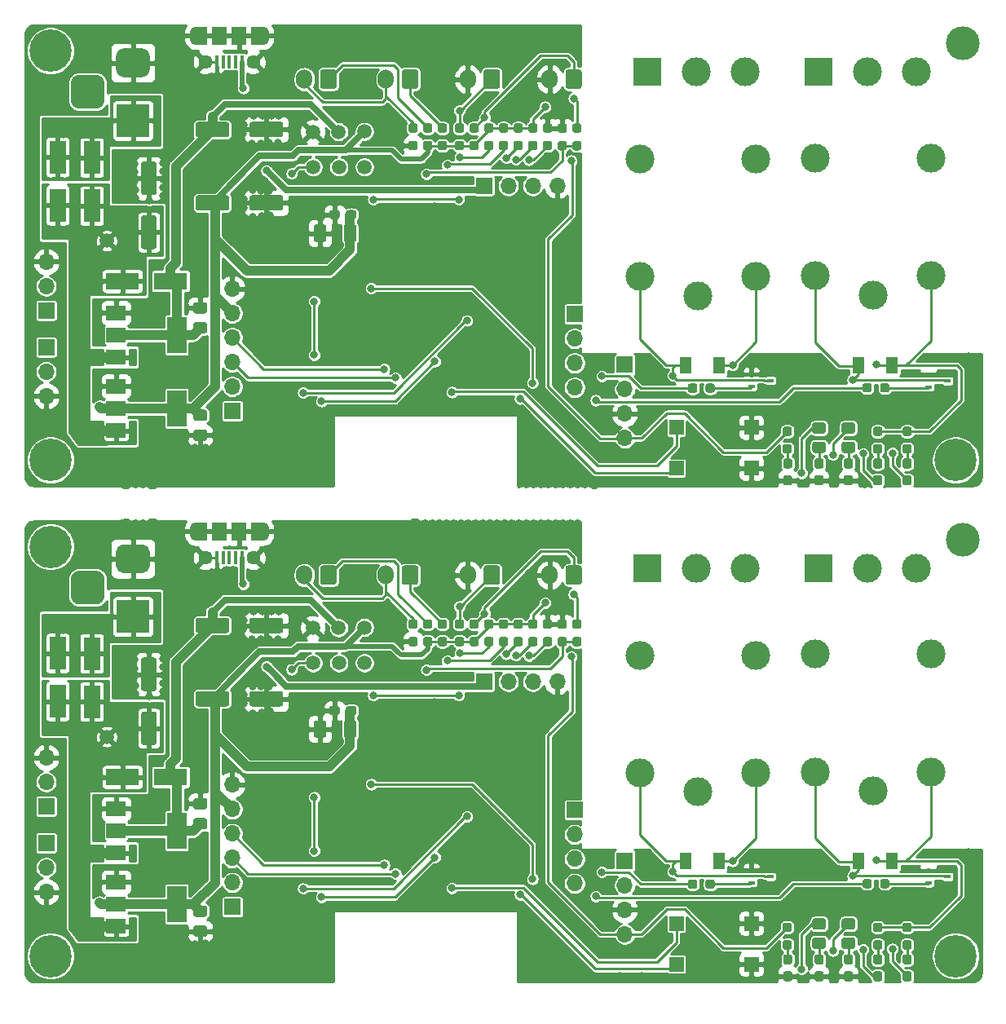
<source format=gbr>
G04 #@! TF.GenerationSoftware,KiCad,Pcbnew,5.1.9-73d0e3b20d~88~ubuntu18.04.1*
G04 #@! TF.CreationDate,2021-04-02T00:43:31+03:00*
G04 #@! TF.ProjectId,electra-100x100mm-2x1-panel,656c6563-7472-4612-9d31-303078313030,1*
G04 #@! TF.SameCoordinates,Original*
G04 #@! TF.FileFunction,Copper,L1,Top*
G04 #@! TF.FilePolarity,Positive*
%FSLAX46Y46*%
G04 Gerber Fmt 4.6, Leading zero omitted, Abs format (unit mm)*
G04 Created by KiCad (PCBNEW 5.1.9-73d0e3b20d~88~ubuntu18.04.1) date 2021-04-02 00:43:31*
%MOMM*%
%LPD*%
G01*
G04 APERTURE LIST*
G04 #@! TA.AperFunction,SMDPad,CuDef*
%ADD10R,2.000000X1.500000*%
G04 #@! TD*
G04 #@! TA.AperFunction,SMDPad,CuDef*
%ADD11R,2.000000X3.800000*%
G04 #@! TD*
G04 #@! TA.AperFunction,SMDPad,CuDef*
%ADD12R,1.800000X3.500000*%
G04 #@! TD*
G04 #@! TA.AperFunction,ComponentPad*
%ADD13C,4.400000*%
G04 #@! TD*
G04 #@! TA.AperFunction,ComponentPad*
%ADD14C,0.700000*%
G04 #@! TD*
G04 #@! TA.AperFunction,ComponentPad*
%ADD15O,1.700000X2.000000*%
G04 #@! TD*
G04 #@! TA.AperFunction,SMDPad,CuDef*
%ADD16C,1.500000*%
G04 #@! TD*
G04 #@! TA.AperFunction,ComponentPad*
%ADD17C,3.000000*%
G04 #@! TD*
G04 #@! TA.AperFunction,ComponentPad*
%ADD18R,3.000000X3.000000*%
G04 #@! TD*
G04 #@! TA.AperFunction,SMDPad,CuDef*
%ADD19R,1.300000X1.700000*%
G04 #@! TD*
G04 #@! TA.AperFunction,ComponentPad*
%ADD20R,3.500000X3.500000*%
G04 #@! TD*
G04 #@! TA.AperFunction,SMDPad,CuDef*
%ADD21R,3.500000X1.800000*%
G04 #@! TD*
G04 #@! TA.AperFunction,ComponentPad*
%ADD22O,1.700000X1.700000*%
G04 #@! TD*
G04 #@! TA.AperFunction,ComponentPad*
%ADD23R,1.700000X1.700000*%
G04 #@! TD*
G04 #@! TA.AperFunction,SMDPad,CuDef*
%ADD24R,1.200000X1.900000*%
G04 #@! TD*
G04 #@! TA.AperFunction,ComponentPad*
%ADD25O,1.200000X1.900000*%
G04 #@! TD*
G04 #@! TA.AperFunction,SMDPad,CuDef*
%ADD26R,1.500000X1.900000*%
G04 #@! TD*
G04 #@! TA.AperFunction,ComponentPad*
%ADD27C,1.450000*%
G04 #@! TD*
G04 #@! TA.AperFunction,SMDPad,CuDef*
%ADD28R,0.400000X1.350000*%
G04 #@! TD*
G04 #@! TA.AperFunction,SMDPad,CuDef*
%ADD29R,0.700000X0.450000*%
G04 #@! TD*
G04 #@! TA.AperFunction,ComponentPad*
%ADD30C,2.600000*%
G04 #@! TD*
G04 #@! TA.AperFunction,ConnectorPad*
%ADD31C,3.500000*%
G04 #@! TD*
G04 #@! TA.AperFunction,SMDPad,CuDef*
%ADD32R,1.500000X1.500000*%
G04 #@! TD*
G04 #@! TA.AperFunction,ViaPad*
%ADD33C,0.800000*%
G04 #@! TD*
G04 #@! TA.AperFunction,Conductor*
%ADD34C,0.700000*%
G04 #@! TD*
G04 #@! TA.AperFunction,Conductor*
%ADD35C,1.100000*%
G04 #@! TD*
G04 #@! TA.AperFunction,Conductor*
%ADD36C,0.250000*%
G04 #@! TD*
G04 #@! TA.AperFunction,Conductor*
%ADD37C,1.000000*%
G04 #@! TD*
G04 #@! TA.AperFunction,Conductor*
%ADD38C,0.500000*%
G04 #@! TD*
G04 #@! TA.AperFunction,Conductor*
%ADD39C,0.254000*%
G04 #@! TD*
G04 #@! TA.AperFunction,Conductor*
%ADD40C,0.100000*%
G04 #@! TD*
G04 APERTURE END LIST*
G04 #@! TA.AperFunction,SMDPad,CuDef*
G36*
G01*
X137216300Y-133963397D02*
X137216300Y-135263403D01*
G75*
G02*
X136966303Y-135513400I-249997J0D01*
G01*
X136141297Y-135513400D01*
G75*
G02*
X135891300Y-135263403I0J249997D01*
G01*
X135891300Y-133963397D01*
G75*
G02*
X136141297Y-133713400I249997J0D01*
G01*
X136966303Y-133713400D01*
G75*
G02*
X137216300Y-133963397I0J-249997D01*
G01*
G37*
G04 #@! TD.AperFunction*
G04 #@! TA.AperFunction,SMDPad,CuDef*
G36*
G01*
X140341300Y-133963397D02*
X140341300Y-135263403D01*
G75*
G02*
X140091303Y-135513400I-249997J0D01*
G01*
X139266297Y-135513400D01*
G75*
G02*
X139016300Y-135263403I0J249997D01*
G01*
X139016300Y-133963397D01*
G75*
G02*
X139266297Y-133713400I249997J0D01*
G01*
X140091303Y-133713400D01*
G75*
G02*
X140341300Y-133963397I0J-249997D01*
G01*
G37*
G04 #@! TD.AperFunction*
D10*
X115370600Y-150499800D03*
X115370600Y-155099800D03*
X115370600Y-152799800D03*
D11*
X121670600Y-152799800D03*
G04 #@! TA.AperFunction,SMDPad,CuDef*
G36*
G01*
X161942100Y-124192800D02*
X161467100Y-124192800D01*
G75*
G02*
X161229600Y-123955300I0J237500D01*
G01*
X161229600Y-123455300D01*
G75*
G02*
X161467100Y-123217800I237500J0D01*
G01*
X161942100Y-123217800D01*
G75*
G02*
X162179600Y-123455300I0J-237500D01*
G01*
X162179600Y-123955300D01*
G75*
G02*
X161942100Y-124192800I-237500J0D01*
G01*
G37*
G04 #@! TD.AperFunction*
G04 #@! TA.AperFunction,SMDPad,CuDef*
G36*
G01*
X161942100Y-126017800D02*
X161467100Y-126017800D01*
G75*
G02*
X161229600Y-125780300I0J237500D01*
G01*
X161229600Y-125280300D01*
G75*
G02*
X161467100Y-125042800I237500J0D01*
G01*
X161942100Y-125042800D01*
G75*
G02*
X162179600Y-125280300I0J-237500D01*
G01*
X162179600Y-125780300D01*
G75*
G02*
X161942100Y-126017800I-237500J0D01*
G01*
G37*
G04 #@! TD.AperFunction*
G04 #@! TA.AperFunction,SMDPad,CuDef*
G36*
G01*
X145969100Y-125030800D02*
X146444100Y-125030800D01*
G75*
G02*
X146681600Y-125268300I0J-237500D01*
G01*
X146681600Y-125768300D01*
G75*
G02*
X146444100Y-126005800I-237500J0D01*
G01*
X145969100Y-126005800D01*
G75*
G02*
X145731600Y-125768300I0J237500D01*
G01*
X145731600Y-125268300D01*
G75*
G02*
X145969100Y-125030800I237500J0D01*
G01*
G37*
G04 #@! TD.AperFunction*
G04 #@! TA.AperFunction,SMDPad,CuDef*
G36*
G01*
X145969100Y-123205800D02*
X146444100Y-123205800D01*
G75*
G02*
X146681600Y-123443300I0J-237500D01*
G01*
X146681600Y-123943300D01*
G75*
G02*
X146444100Y-124180800I-237500J0D01*
G01*
X145969100Y-124180800D01*
G75*
G02*
X145731600Y-123943300I0J237500D01*
G01*
X145731600Y-123443300D01*
G75*
G02*
X145969100Y-123205800I237500J0D01*
G01*
G37*
G04 #@! TD.AperFunction*
G04 #@! TA.AperFunction,SMDPad,CuDef*
G36*
G01*
X138591800Y-132445500D02*
X138591800Y-132920500D01*
G75*
G02*
X138354300Y-133158000I-237500J0D01*
G01*
X137754300Y-133158000D01*
G75*
G02*
X137516800Y-132920500I0J237500D01*
G01*
X137516800Y-132445500D01*
G75*
G02*
X137754300Y-132208000I237500J0D01*
G01*
X138354300Y-132208000D01*
G75*
G02*
X138591800Y-132445500I0J-237500D01*
G01*
G37*
G04 #@! TD.AperFunction*
G04 #@! TA.AperFunction,SMDPad,CuDef*
G36*
G01*
X140316800Y-132445500D02*
X140316800Y-132920500D01*
G75*
G02*
X140079300Y-133158000I-237500J0D01*
G01*
X139479300Y-133158000D01*
G75*
G02*
X139241800Y-132920500I0J237500D01*
G01*
X139241800Y-132445500D01*
G75*
G02*
X139479300Y-132208000I237500J0D01*
G01*
X140079300Y-132208000D01*
G75*
G02*
X140316800Y-132445500I0J-237500D01*
G01*
G37*
G04 #@! TD.AperFunction*
D12*
X112848600Y-131767800D03*
X112848600Y-126767800D03*
D13*
X108566600Y-158167800D03*
D14*
X110216600Y-158167800D03*
X109733326Y-159334526D03*
X108566600Y-159817800D03*
X107399874Y-159334526D03*
X106916600Y-158167800D03*
X107399874Y-157001074D03*
X108566600Y-156517800D03*
X109733326Y-157001074D03*
D15*
X160394400Y-118611400D03*
G04 #@! TA.AperFunction,ComponentPad*
G36*
G01*
X163744400Y-117861400D02*
X163744400Y-119361400D01*
G75*
G02*
X163494400Y-119611400I-250000J0D01*
G01*
X162294400Y-119611400D01*
G75*
G02*
X162044400Y-119361400I0J250000D01*
G01*
X162044400Y-117861400D01*
G75*
G02*
X162294400Y-117611400I250000J0D01*
G01*
X163494400Y-117611400D01*
G75*
G02*
X163744400Y-117861400I0J-250000D01*
G01*
G37*
G04 #@! TD.AperFunction*
D16*
X114393100Y-135400800D03*
G04 #@! TA.AperFunction,SMDPad,CuDef*
G36*
G01*
X151270100Y-126005800D02*
X150795100Y-126005800D01*
G75*
G02*
X150557600Y-125768300I0J237500D01*
G01*
X150557600Y-125268300D01*
G75*
G02*
X150795100Y-125030800I237500J0D01*
G01*
X151270100Y-125030800D01*
G75*
G02*
X151507600Y-125268300I0J-237500D01*
G01*
X151507600Y-125768300D01*
G75*
G02*
X151270100Y-126005800I-237500J0D01*
G01*
G37*
G04 #@! TD.AperFunction*
G04 #@! TA.AperFunction,SMDPad,CuDef*
G36*
G01*
X151270100Y-124180800D02*
X150795100Y-124180800D01*
G75*
G02*
X150557600Y-123943300I0J237500D01*
G01*
X150557600Y-123443300D01*
G75*
G02*
X150795100Y-123205800I237500J0D01*
G01*
X151270100Y-123205800D01*
G75*
G02*
X151507600Y-123443300I0J-237500D01*
G01*
X151507600Y-123943300D01*
G75*
G02*
X151270100Y-124180800I-237500J0D01*
G01*
G37*
G04 #@! TD.AperFunction*
D17*
X198486600Y-117887800D03*
X193406600Y-117887800D03*
D18*
X188326600Y-117887800D03*
G04 #@! TA.AperFunction,ComponentPad*
G36*
G01*
X146751800Y-117861400D02*
X146751800Y-119361400D01*
G75*
G02*
X146501800Y-119611400I-250000J0D01*
G01*
X145301800Y-119611400D01*
G75*
G02*
X145051800Y-119361400I0J250000D01*
G01*
X145051800Y-117861400D01*
G75*
G02*
X145301800Y-117611400I250000J0D01*
G01*
X146501800Y-117611400D01*
G75*
G02*
X146751800Y-117861400I0J-250000D01*
G01*
G37*
G04 #@! TD.AperFunction*
D15*
X143401800Y-118611400D03*
X134918200Y-118611400D03*
G04 #@! TA.AperFunction,ComponentPad*
G36*
G01*
X138268200Y-117861400D02*
X138268200Y-119361400D01*
G75*
G02*
X138018200Y-119611400I-250000J0D01*
G01*
X136818200Y-119611400D01*
G75*
G02*
X136568200Y-119361400I0J250000D01*
G01*
X136568200Y-117861400D01*
G75*
G02*
X136818200Y-117611400I250000J0D01*
G01*
X138018200Y-117611400D01*
G75*
G02*
X138268200Y-117861400I0J-250000D01*
G01*
G37*
G04 #@! TD.AperFunction*
D18*
X170576600Y-117887800D03*
D17*
X175656600Y-117887800D03*
X180736600Y-117887800D03*
D19*
X195949900Y-148316700D03*
X192449900Y-148316700D03*
G04 #@! TA.AperFunction,SMDPad,CuDef*
G36*
G01*
X175728200Y-150466800D02*
X175728200Y-150941800D01*
G75*
G02*
X175490700Y-151179300I-237500J0D01*
G01*
X174990700Y-151179300D01*
G75*
G02*
X174753200Y-150941800I0J237500D01*
G01*
X174753200Y-150466800D01*
G75*
G02*
X174990700Y-150229300I237500J0D01*
G01*
X175490700Y-150229300D01*
G75*
G02*
X175728200Y-150466800I0J-237500D01*
G01*
G37*
G04 #@! TD.AperFunction*
G04 #@! TA.AperFunction,SMDPad,CuDef*
G36*
G01*
X177553200Y-150466800D02*
X177553200Y-150941800D01*
G75*
G02*
X177315700Y-151179300I-237500J0D01*
G01*
X176815700Y-151179300D01*
G75*
G02*
X176578200Y-150941800I0J237500D01*
G01*
X176578200Y-150466800D01*
G75*
G02*
X176815700Y-150229300I237500J0D01*
G01*
X177315700Y-150229300D01*
G75*
G02*
X177553200Y-150466800I0J-237500D01*
G01*
G37*
G04 #@! TD.AperFunction*
G04 #@! TA.AperFunction,SMDPad,CuDef*
G36*
G01*
X119324600Y-130667800D02*
X118224600Y-130667800D01*
G75*
G02*
X117974600Y-130417800I0J250000D01*
G01*
X117974600Y-127417800D01*
G75*
G02*
X118224600Y-127167800I250000J0D01*
G01*
X119324600Y-127167800D01*
G75*
G02*
X119574600Y-127417800I0J-250000D01*
G01*
X119574600Y-130417800D01*
G75*
G02*
X119324600Y-130667800I-250000J0D01*
G01*
G37*
G04 #@! TD.AperFunction*
G04 #@! TA.AperFunction,SMDPad,CuDef*
G36*
G01*
X119324600Y-136267800D02*
X118224600Y-136267800D01*
G75*
G02*
X117974600Y-136017800I0J250000D01*
G01*
X117974600Y-133017800D01*
G75*
G02*
X118224600Y-132767800I250000J0D01*
G01*
X119324600Y-132767800D01*
G75*
G02*
X119574600Y-133017800I0J-250000D01*
G01*
X119574600Y-136017800D01*
G75*
G02*
X119324600Y-136267800I-250000J0D01*
G01*
G37*
G04 #@! TD.AperFunction*
G04 #@! TA.AperFunction,SMDPad,CuDef*
G36*
G01*
X155842100Y-126005800D02*
X155367100Y-126005800D01*
G75*
G02*
X155129600Y-125768300I0J237500D01*
G01*
X155129600Y-125268300D01*
G75*
G02*
X155367100Y-125030800I237500J0D01*
G01*
X155842100Y-125030800D01*
G75*
G02*
X156079600Y-125268300I0J-237500D01*
G01*
X156079600Y-125768300D01*
G75*
G02*
X155842100Y-126005800I-237500J0D01*
G01*
G37*
G04 #@! TD.AperFunction*
G04 #@! TA.AperFunction,SMDPad,CuDef*
G36*
G01*
X155842100Y-124180800D02*
X155367100Y-124180800D01*
G75*
G02*
X155129600Y-123943300I0J237500D01*
G01*
X155129600Y-123443300D01*
G75*
G02*
X155367100Y-123205800I237500J0D01*
G01*
X155842100Y-123205800D01*
G75*
G02*
X156079600Y-123443300I0J-237500D01*
G01*
X156079600Y-123943300D01*
G75*
G02*
X155842100Y-124180800I-237500J0D01*
G01*
G37*
G04 #@! TD.AperFunction*
G04 #@! TA.AperFunction,SMDPad,CuDef*
G36*
G01*
X123622600Y-124393800D02*
X123622600Y-123293800D01*
G75*
G02*
X123872600Y-123043800I250000J0D01*
G01*
X126872600Y-123043800D01*
G75*
G02*
X127122600Y-123293800I0J-250000D01*
G01*
X127122600Y-124393800D01*
G75*
G02*
X126872600Y-124643800I-250000J0D01*
G01*
X123872600Y-124643800D01*
G75*
G02*
X123622600Y-124393800I0J250000D01*
G01*
G37*
G04 #@! TD.AperFunction*
G04 #@! TA.AperFunction,SMDPad,CuDef*
G36*
G01*
X129222600Y-124393800D02*
X129222600Y-123293800D01*
G75*
G02*
X129472600Y-123043800I250000J0D01*
G01*
X132472600Y-123043800D01*
G75*
G02*
X132722600Y-123293800I0J-250000D01*
G01*
X132722600Y-124393800D01*
G75*
G02*
X132472600Y-124643800I-250000J0D01*
G01*
X129472600Y-124643800D01*
G75*
G02*
X129222600Y-124393800I0J250000D01*
G01*
G37*
G04 #@! TD.AperFunction*
G04 #@! TA.AperFunction,SMDPad,CuDef*
G36*
G01*
X124583600Y-142951800D02*
X123633600Y-142951800D01*
G75*
G02*
X123383600Y-142701800I0J250000D01*
G01*
X123383600Y-142026800D01*
G75*
G02*
X123633600Y-141776800I250000J0D01*
G01*
X124583600Y-141776800D01*
G75*
G02*
X124833600Y-142026800I0J-250000D01*
G01*
X124833600Y-142701800D01*
G75*
G02*
X124583600Y-142951800I-250000J0D01*
G01*
G37*
G04 #@! TD.AperFunction*
G04 #@! TA.AperFunction,SMDPad,CuDef*
G36*
G01*
X124583600Y-145026800D02*
X123633600Y-145026800D01*
G75*
G02*
X123383600Y-144776800I0J250000D01*
G01*
X123383600Y-144101800D01*
G75*
G02*
X123633600Y-143851800I250000J0D01*
G01*
X124583600Y-143851800D01*
G75*
G02*
X124833600Y-144101800I0J-250000D01*
G01*
X124833600Y-144776800D01*
G75*
G02*
X124583600Y-145026800I-250000J0D01*
G01*
G37*
G04 #@! TD.AperFunction*
G04 #@! TA.AperFunction,ComponentPad*
G36*
G01*
X111541600Y-118167800D02*
X113291600Y-118167800D01*
G75*
G02*
X114166600Y-119042800I0J-875000D01*
G01*
X114166600Y-120792800D01*
G75*
G02*
X113291600Y-121667800I-875000J0D01*
G01*
X111541600Y-121667800D01*
G75*
G02*
X110666600Y-120792800I0J875000D01*
G01*
X110666600Y-119042800D01*
G75*
G02*
X111541600Y-118167800I875000J0D01*
G01*
G37*
G04 #@! TD.AperFunction*
G04 #@! TA.AperFunction,ComponentPad*
G36*
G01*
X116116600Y-115417800D02*
X118116600Y-115417800D01*
G75*
G02*
X118866600Y-116167800I0J-750000D01*
G01*
X118866600Y-117667800D01*
G75*
G02*
X118116600Y-118417800I-750000J0D01*
G01*
X116116600Y-118417800D01*
G75*
G02*
X115366600Y-117667800I0J750000D01*
G01*
X115366600Y-116167800D01*
G75*
G02*
X116116600Y-115417800I750000J0D01*
G01*
G37*
G04 #@! TD.AperFunction*
D20*
X117116600Y-122917800D03*
D21*
X116020600Y-139591800D03*
X121020600Y-139591800D03*
D22*
X108106600Y-137559800D03*
X108106600Y-140099800D03*
D23*
X108106600Y-142639800D03*
G04 #@! TA.AperFunction,SMDPad,CuDef*
G36*
G01*
X123633600Y-152931300D02*
X124583600Y-152931300D01*
G75*
G02*
X124833600Y-153181300I0J-250000D01*
G01*
X124833600Y-153856300D01*
G75*
G02*
X124583600Y-154106300I-250000J0D01*
G01*
X123633600Y-154106300D01*
G75*
G02*
X123383600Y-153856300I0J250000D01*
G01*
X123383600Y-153181300D01*
G75*
G02*
X123633600Y-152931300I250000J0D01*
G01*
G37*
G04 #@! TD.AperFunction*
G04 #@! TA.AperFunction,SMDPad,CuDef*
G36*
G01*
X123633600Y-155006300D02*
X124583600Y-155006300D01*
G75*
G02*
X124833600Y-155256300I0J-250000D01*
G01*
X124833600Y-155931300D01*
G75*
G02*
X124583600Y-156181300I-250000J0D01*
G01*
X123633600Y-156181300D01*
G75*
G02*
X123383600Y-155931300I0J250000D01*
G01*
X123383600Y-155256300D01*
G75*
G02*
X123633600Y-155006300I250000J0D01*
G01*
G37*
G04 #@! TD.AperFunction*
D22*
X127436000Y-140379200D03*
X127436000Y-142919200D03*
X127436000Y-145459200D03*
X127436000Y-147999200D03*
X127436000Y-150539200D03*
D23*
X127436000Y-153079200D03*
G04 #@! TA.AperFunction,SMDPad,CuDef*
G36*
G01*
X129222600Y-132013800D02*
X129222600Y-130913800D01*
G75*
G02*
X129472600Y-130663800I250000J0D01*
G01*
X132472600Y-130663800D01*
G75*
G02*
X132722600Y-130913800I0J-250000D01*
G01*
X132722600Y-132013800D01*
G75*
G02*
X132472600Y-132263800I-250000J0D01*
G01*
X129472600Y-132263800D01*
G75*
G02*
X129222600Y-132013800I0J250000D01*
G01*
G37*
G04 #@! TD.AperFunction*
G04 #@! TA.AperFunction,SMDPad,CuDef*
G36*
G01*
X123622600Y-132013800D02*
X123622600Y-130913800D01*
G75*
G02*
X123872600Y-130663800I250000J0D01*
G01*
X126872600Y-130663800D01*
G75*
G02*
X127122600Y-130913800I0J-250000D01*
G01*
X127122600Y-132013800D01*
G75*
G02*
X126872600Y-132263800I-250000J0D01*
G01*
X123872600Y-132263800D01*
G75*
G02*
X123622600Y-132013800I0J250000D01*
G01*
G37*
G04 #@! TD.AperFunction*
X108106600Y-146449800D03*
D22*
X108106600Y-148989800D03*
X108106600Y-151529800D03*
D24*
X130026600Y-114097800D03*
X124226600Y-114097800D03*
D25*
X123626600Y-114097800D03*
X130626600Y-114097800D03*
D26*
X128126600Y-114097800D03*
D27*
X124626600Y-116797800D03*
D28*
X127126600Y-116797800D03*
X126476600Y-116797800D03*
X125826600Y-116797800D03*
X128426600Y-116797800D03*
X127776600Y-116797800D03*
D27*
X129626600Y-116797800D03*
D26*
X126126600Y-114097800D03*
D10*
X115370600Y-142879800D03*
X115370600Y-147479800D03*
X115370600Y-145179800D03*
D11*
X121670600Y-145179800D03*
G04 #@! TA.AperFunction,SMDPad,CuDef*
G36*
G01*
X197752100Y-160803800D02*
X197277100Y-160803800D01*
G75*
G02*
X197039600Y-160566300I0J237500D01*
G01*
X197039600Y-159991300D01*
G75*
G02*
X197277100Y-159753800I237500J0D01*
G01*
X197752100Y-159753800D01*
G75*
G02*
X197989600Y-159991300I0J-237500D01*
G01*
X197989600Y-160566300D01*
G75*
G02*
X197752100Y-160803800I-237500J0D01*
G01*
G37*
G04 #@! TD.AperFunction*
G04 #@! TA.AperFunction,SMDPad,CuDef*
G36*
G01*
X197752100Y-159053800D02*
X197277100Y-159053800D01*
G75*
G02*
X197039600Y-158816300I0J237500D01*
G01*
X197039600Y-158241300D01*
G75*
G02*
X197277100Y-158003800I237500J0D01*
G01*
X197752100Y-158003800D01*
G75*
G02*
X197989600Y-158241300I0J-237500D01*
G01*
X197989600Y-158816300D01*
G75*
G02*
X197752100Y-159053800I-237500J0D01*
G01*
G37*
G04 #@! TD.AperFunction*
D22*
X161192600Y-129685800D03*
X158652600Y-129685800D03*
X156112600Y-129685800D03*
D23*
X153572600Y-129685800D03*
G04 #@! TA.AperFunction,SMDPad,CuDef*
G36*
G01*
X162987100Y-123217800D02*
X163462100Y-123217800D01*
G75*
G02*
X163699600Y-123455300I0J-237500D01*
G01*
X163699600Y-123955300D01*
G75*
G02*
X163462100Y-124192800I-237500J0D01*
G01*
X162987100Y-124192800D01*
G75*
G02*
X162749600Y-123955300I0J237500D01*
G01*
X162749600Y-123455300D01*
G75*
G02*
X162987100Y-123217800I237500J0D01*
G01*
G37*
G04 #@! TD.AperFunction*
G04 #@! TA.AperFunction,SMDPad,CuDef*
G36*
G01*
X162987100Y-125042800D02*
X163462100Y-125042800D01*
G75*
G02*
X163699600Y-125280300I0J-237500D01*
G01*
X163699600Y-125780300D01*
G75*
G02*
X163462100Y-126017800I-237500J0D01*
G01*
X162987100Y-126017800D01*
G75*
G02*
X162749600Y-125780300I0J237500D01*
G01*
X162749600Y-125280300D01*
G75*
G02*
X162987100Y-125042800I237500J0D01*
G01*
G37*
G04 #@! TD.AperFunction*
G04 #@! TA.AperFunction,SMDPad,CuDef*
G36*
G01*
X149017100Y-125030800D02*
X149492100Y-125030800D01*
G75*
G02*
X149729600Y-125268300I0J-237500D01*
G01*
X149729600Y-125768300D01*
G75*
G02*
X149492100Y-126005800I-237500J0D01*
G01*
X149017100Y-126005800D01*
G75*
G02*
X148779600Y-125768300I0J237500D01*
G01*
X148779600Y-125268300D01*
G75*
G02*
X149017100Y-125030800I237500J0D01*
G01*
G37*
G04 #@! TD.AperFunction*
G04 #@! TA.AperFunction,SMDPad,CuDef*
G36*
G01*
X149017100Y-123205800D02*
X149492100Y-123205800D01*
G75*
G02*
X149729600Y-123443300I0J-237500D01*
G01*
X149729600Y-123943300D01*
G75*
G02*
X149492100Y-124180800I-237500J0D01*
G01*
X149017100Y-124180800D01*
G75*
G02*
X148779600Y-123943300I0J237500D01*
G01*
X148779600Y-123443300D01*
G75*
G02*
X149017100Y-123205800I237500J0D01*
G01*
G37*
G04 #@! TD.AperFunction*
G04 #@! TA.AperFunction,SMDPad,CuDef*
G36*
G01*
X157366100Y-124180800D02*
X156891100Y-124180800D01*
G75*
G02*
X156653600Y-123943300I0J237500D01*
G01*
X156653600Y-123443300D01*
G75*
G02*
X156891100Y-123205800I237500J0D01*
G01*
X157366100Y-123205800D01*
G75*
G02*
X157603600Y-123443300I0J-237500D01*
G01*
X157603600Y-123943300D01*
G75*
G02*
X157366100Y-124180800I-237500J0D01*
G01*
G37*
G04 #@! TD.AperFunction*
G04 #@! TA.AperFunction,SMDPad,CuDef*
G36*
G01*
X157366100Y-126005800D02*
X156891100Y-126005800D01*
G75*
G02*
X156653600Y-125768300I0J237500D01*
G01*
X156653600Y-125268300D01*
G75*
G02*
X156891100Y-125030800I237500J0D01*
G01*
X157366100Y-125030800D01*
G75*
G02*
X157603600Y-125268300I0J-237500D01*
G01*
X157603600Y-125768300D01*
G75*
G02*
X157366100Y-126005800I-237500J0D01*
G01*
G37*
G04 #@! TD.AperFunction*
D29*
X199727700Y-149292300D03*
X199727700Y-150592300D03*
X201727700Y-149942300D03*
D19*
X174479400Y-148316700D03*
X177979400Y-148316700D03*
D17*
X199966600Y-139037800D03*
X199966600Y-126837800D03*
X187966600Y-126837800D03*
X187966600Y-139037800D03*
X193966600Y-141037800D03*
D29*
X183341400Y-149916900D03*
X181341400Y-150566900D03*
X181341400Y-149266900D03*
G04 #@! TA.AperFunction,SMDPad,CuDef*
G36*
G01*
X194229100Y-156526800D02*
X194704100Y-156526800D01*
G75*
G02*
X194941600Y-156764300I0J-237500D01*
G01*
X194941600Y-157264300D01*
G75*
G02*
X194704100Y-157501800I-237500J0D01*
G01*
X194229100Y-157501800D01*
G75*
G02*
X193991600Y-157264300I0J237500D01*
G01*
X193991600Y-156764300D01*
G75*
G02*
X194229100Y-156526800I237500J0D01*
G01*
G37*
G04 #@! TD.AperFunction*
G04 #@! TA.AperFunction,SMDPad,CuDef*
G36*
G01*
X194229100Y-154701800D02*
X194704100Y-154701800D01*
G75*
G02*
X194941600Y-154939300I0J-237500D01*
G01*
X194941600Y-155439300D01*
G75*
G02*
X194704100Y-155676800I-237500J0D01*
G01*
X194229100Y-155676800D01*
G75*
G02*
X193991600Y-155439300I0J237500D01*
G01*
X193991600Y-154939300D01*
G75*
G02*
X194229100Y-154701800I237500J0D01*
G01*
G37*
G04 #@! TD.AperFunction*
G04 #@! TA.AperFunction,SMDPad,CuDef*
G36*
G01*
X185306100Y-157501800D02*
X184831100Y-157501800D01*
G75*
G02*
X184593600Y-157264300I0J237500D01*
G01*
X184593600Y-156764300D01*
G75*
G02*
X184831100Y-156526800I237500J0D01*
G01*
X185306100Y-156526800D01*
G75*
G02*
X185543600Y-156764300I0J-237500D01*
G01*
X185543600Y-157264300D01*
G75*
G02*
X185306100Y-157501800I-237500J0D01*
G01*
G37*
G04 #@! TD.AperFunction*
G04 #@! TA.AperFunction,SMDPad,CuDef*
G36*
G01*
X185306100Y-155676800D02*
X184831100Y-155676800D01*
G75*
G02*
X184593600Y-155439300I0J237500D01*
G01*
X184593600Y-154939300D01*
G75*
G02*
X184831100Y-154701800I237500J0D01*
G01*
X185306100Y-154701800D01*
G75*
G02*
X185543600Y-154939300I0J-237500D01*
G01*
X185543600Y-155439300D01*
G75*
G02*
X185306100Y-155676800I-237500J0D01*
G01*
G37*
G04 #@! TD.AperFunction*
G04 #@! TA.AperFunction,SMDPad,CuDef*
G36*
G01*
X152794100Y-126005800D02*
X152319100Y-126005800D01*
G75*
G02*
X152081600Y-125768300I0J237500D01*
G01*
X152081600Y-125268300D01*
G75*
G02*
X152319100Y-125030800I237500J0D01*
G01*
X152794100Y-125030800D01*
G75*
G02*
X153031600Y-125268300I0J-237500D01*
G01*
X153031600Y-125768300D01*
G75*
G02*
X152794100Y-126005800I-237500J0D01*
G01*
G37*
G04 #@! TD.AperFunction*
G04 #@! TA.AperFunction,SMDPad,CuDef*
G36*
G01*
X152794100Y-124180800D02*
X152319100Y-124180800D01*
G75*
G02*
X152081600Y-123943300I0J237500D01*
G01*
X152081600Y-123443300D01*
G75*
G02*
X152319100Y-123205800I237500J0D01*
G01*
X152794100Y-123205800D01*
G75*
G02*
X153031600Y-123443300I0J-237500D01*
G01*
X153031600Y-123943300D01*
G75*
G02*
X152794100Y-124180800I-237500J0D01*
G01*
G37*
G04 #@! TD.AperFunction*
G04 #@! TA.AperFunction,SMDPad,CuDef*
G36*
G01*
X193863800Y-150428700D02*
X193863800Y-150903700D01*
G75*
G02*
X193626300Y-151141200I-237500J0D01*
G01*
X193126300Y-151141200D01*
G75*
G02*
X192888800Y-150903700I0J237500D01*
G01*
X192888800Y-150428700D01*
G75*
G02*
X193126300Y-150191200I237500J0D01*
G01*
X193626300Y-150191200D01*
G75*
G02*
X193863800Y-150428700I0J-237500D01*
G01*
G37*
G04 #@! TD.AperFunction*
G04 #@! TA.AperFunction,SMDPad,CuDef*
G36*
G01*
X195688800Y-150428700D02*
X195688800Y-150903700D01*
G75*
G02*
X195451300Y-151141200I-237500J0D01*
G01*
X194951300Y-151141200D01*
G75*
G02*
X194713800Y-150903700I0J237500D01*
G01*
X194713800Y-150428700D01*
G75*
G02*
X194951300Y-150191200I237500J0D01*
G01*
X195451300Y-150191200D01*
G75*
G02*
X195688800Y-150428700I0J-237500D01*
G01*
G37*
G04 #@! TD.AperFunction*
D30*
X203331200Y-114903000D03*
D31*
X203331200Y-114903000D03*
D14*
X109733326Y-114501074D03*
X108566600Y-114017800D03*
X107399874Y-114501074D03*
X106916600Y-115667800D03*
X107399874Y-116834526D03*
X108566600Y-117317800D03*
X109733326Y-116834526D03*
X110216600Y-115667800D03*
D13*
X108566600Y-115667800D03*
D16*
X141152000Y-124047000D03*
G04 #@! TA.AperFunction,SMDPad,CuDef*
G36*
G01*
X194704100Y-159053800D02*
X194229100Y-159053800D01*
G75*
G02*
X193991600Y-158816300I0J237500D01*
G01*
X193991600Y-158241300D01*
G75*
G02*
X194229100Y-158003800I237500J0D01*
G01*
X194704100Y-158003800D01*
G75*
G02*
X194941600Y-158241300I0J-237500D01*
G01*
X194941600Y-158816300D01*
G75*
G02*
X194704100Y-159053800I-237500J0D01*
G01*
G37*
G04 #@! TD.AperFunction*
G04 #@! TA.AperFunction,SMDPad,CuDef*
G36*
G01*
X194704100Y-160803800D02*
X194229100Y-160803800D01*
G75*
G02*
X193991600Y-160566300I0J237500D01*
G01*
X193991600Y-159991300D01*
G75*
G02*
X194229100Y-159753800I237500J0D01*
G01*
X194704100Y-159753800D01*
G75*
G02*
X194941600Y-159991300I0J-237500D01*
G01*
X194941600Y-160566300D01*
G75*
G02*
X194704100Y-160803800I-237500J0D01*
G01*
G37*
G04 #@! TD.AperFunction*
G04 #@! TA.AperFunction,SMDPad,CuDef*
G36*
G01*
X197277100Y-154701800D02*
X197752100Y-154701800D01*
G75*
G02*
X197989600Y-154939300I0J-237500D01*
G01*
X197989600Y-155439300D01*
G75*
G02*
X197752100Y-155676800I-237500J0D01*
G01*
X197277100Y-155676800D01*
G75*
G02*
X197039600Y-155439300I0J237500D01*
G01*
X197039600Y-154939300D01*
G75*
G02*
X197277100Y-154701800I237500J0D01*
G01*
G37*
G04 #@! TD.AperFunction*
G04 #@! TA.AperFunction,SMDPad,CuDef*
G36*
G01*
X197277100Y-156526800D02*
X197752100Y-156526800D01*
G75*
G02*
X197989600Y-156764300I0J-237500D01*
G01*
X197989600Y-157264300D01*
G75*
G02*
X197752100Y-157501800I-237500J0D01*
G01*
X197277100Y-157501800D01*
G75*
G02*
X197039600Y-157264300I0J237500D01*
G01*
X197039600Y-156764300D01*
G75*
G02*
X197277100Y-156526800I237500J0D01*
G01*
G37*
G04 #@! TD.AperFunction*
D32*
X181348600Y-154781000D03*
X173548600Y-154781000D03*
G04 #@! TA.AperFunction,SMDPad,CuDef*
G36*
G01*
X191656100Y-160803800D02*
X191181100Y-160803800D01*
G75*
G02*
X190943600Y-160566300I0J237500D01*
G01*
X190943600Y-159991300D01*
G75*
G02*
X191181100Y-159753800I237500J0D01*
G01*
X191656100Y-159753800D01*
G75*
G02*
X191893600Y-159991300I0J-237500D01*
G01*
X191893600Y-160566300D01*
G75*
G02*
X191656100Y-160803800I-237500J0D01*
G01*
G37*
G04 #@! TD.AperFunction*
G04 #@! TA.AperFunction,SMDPad,CuDef*
G36*
G01*
X191656100Y-159053800D02*
X191181100Y-159053800D01*
G75*
G02*
X190943600Y-158816300I0J237500D01*
G01*
X190943600Y-158241300D01*
G75*
G02*
X191181100Y-158003800I237500J0D01*
G01*
X191656100Y-158003800D01*
G75*
G02*
X191893600Y-158241300I0J-237500D01*
G01*
X191893600Y-158816300D01*
G75*
G02*
X191656100Y-159053800I-237500J0D01*
G01*
G37*
G04 #@! TD.AperFunction*
G04 #@! TA.AperFunction,SMDPad,CuDef*
G36*
G01*
X188820601Y-157447800D02*
X187920599Y-157447800D01*
G75*
G02*
X187670600Y-157197801I0J249999D01*
G01*
X187670600Y-156497799D01*
G75*
G02*
X187920599Y-156247800I249999J0D01*
G01*
X188820601Y-156247800D01*
G75*
G02*
X189070600Y-156497799I0J-249999D01*
G01*
X189070600Y-157197801D01*
G75*
G02*
X188820601Y-157447800I-249999J0D01*
G01*
G37*
G04 #@! TD.AperFunction*
G04 #@! TA.AperFunction,SMDPad,CuDef*
G36*
G01*
X188820601Y-155447800D02*
X187920599Y-155447800D01*
G75*
G02*
X187670600Y-155197801I0J249999D01*
G01*
X187670600Y-154497799D01*
G75*
G02*
X187920599Y-154247800I249999J0D01*
G01*
X188820601Y-154247800D01*
G75*
G02*
X189070600Y-154497799I0J-249999D01*
G01*
X189070600Y-155197801D01*
G75*
G02*
X188820601Y-155447800I-249999J0D01*
G01*
G37*
G04 #@! TD.AperFunction*
D16*
X138510400Y-127730000D03*
D23*
X162983300Y-143008100D03*
D22*
X162983300Y-145548100D03*
X162983300Y-148088100D03*
X162983300Y-150628100D03*
D16*
X141152000Y-127730000D03*
D22*
X168203000Y-155898600D03*
X168203000Y-153358600D03*
X168203000Y-150818600D03*
D23*
X168203000Y-148278600D03*
D17*
X175796600Y-141127800D03*
X169796600Y-139127800D03*
X169796600Y-126927800D03*
X181796600Y-126927800D03*
X181796600Y-139127800D03*
G04 #@! TA.AperFunction,SMDPad,CuDef*
G36*
G01*
X185356100Y-159053800D02*
X184881100Y-159053800D01*
G75*
G02*
X184643600Y-158816300I0J237500D01*
G01*
X184643600Y-158241300D01*
G75*
G02*
X184881100Y-158003800I237500J0D01*
G01*
X185356100Y-158003800D01*
G75*
G02*
X185593600Y-158241300I0J-237500D01*
G01*
X185593600Y-158816300D01*
G75*
G02*
X185356100Y-159053800I-237500J0D01*
G01*
G37*
G04 #@! TD.AperFunction*
G04 #@! TA.AperFunction,SMDPad,CuDef*
G36*
G01*
X185356100Y-160803800D02*
X184881100Y-160803800D01*
G75*
G02*
X184643600Y-160566300I0J237500D01*
G01*
X184643600Y-159991300D01*
G75*
G02*
X184881100Y-159753800I237500J0D01*
G01*
X185356100Y-159753800D01*
G75*
G02*
X185593600Y-159991300I0J-237500D01*
G01*
X185593600Y-160566300D01*
G75*
G02*
X185356100Y-160803800I-237500J0D01*
G01*
G37*
G04 #@! TD.AperFunction*
D12*
X109308600Y-126717800D03*
X109308600Y-131717800D03*
D16*
X135792600Y-124097800D03*
D14*
X203733326Y-157001074D03*
X202566600Y-156517800D03*
X201399874Y-157001074D03*
X200916600Y-158167800D03*
X201399874Y-159334526D03*
X202566600Y-159817800D03*
X203733326Y-159334526D03*
X204216600Y-158167800D03*
D13*
X202566600Y-158167800D03*
D32*
X173548600Y-159022800D03*
X181348600Y-159022800D03*
D16*
X135818000Y-127730000D03*
G04 #@! TA.AperFunction,SMDPad,CuDef*
G36*
G01*
X159939100Y-123205800D02*
X160414100Y-123205800D01*
G75*
G02*
X160651600Y-123443300I0J-237500D01*
G01*
X160651600Y-123943300D01*
G75*
G02*
X160414100Y-124180800I-237500J0D01*
G01*
X159939100Y-124180800D01*
G75*
G02*
X159701600Y-123943300I0J237500D01*
G01*
X159701600Y-123443300D01*
G75*
G02*
X159939100Y-123205800I237500J0D01*
G01*
G37*
G04 #@! TD.AperFunction*
G04 #@! TA.AperFunction,SMDPad,CuDef*
G36*
G01*
X159939100Y-125030800D02*
X160414100Y-125030800D01*
G75*
G02*
X160651600Y-125268300I0J-237500D01*
G01*
X160651600Y-125768300D01*
G75*
G02*
X160414100Y-126005800I-237500J0D01*
G01*
X159939100Y-126005800D01*
G75*
G02*
X159701600Y-125768300I0J237500D01*
G01*
X159701600Y-125268300D01*
G75*
G02*
X159939100Y-125030800I237500J0D01*
G01*
G37*
G04 #@! TD.AperFunction*
G04 #@! TA.AperFunction,ComponentPad*
G36*
G01*
X155235400Y-117861400D02*
X155235400Y-119361400D01*
G75*
G02*
X154985400Y-119611400I-250000J0D01*
G01*
X153785400Y-119611400D01*
G75*
G02*
X153535400Y-119361400I0J250000D01*
G01*
X153535400Y-117861400D01*
G75*
G02*
X153785400Y-117611400I250000J0D01*
G01*
X154985400Y-117611400D01*
G75*
G02*
X155235400Y-117861400I0J-250000D01*
G01*
G37*
G04 #@! TD.AperFunction*
D15*
X151885400Y-118611400D03*
D16*
X138485000Y-124072400D03*
G04 #@! TA.AperFunction,SMDPad,CuDef*
G36*
G01*
X188608100Y-159053800D02*
X188133100Y-159053800D01*
G75*
G02*
X187895600Y-158816300I0J237500D01*
G01*
X187895600Y-158241300D01*
G75*
G02*
X188133100Y-158003800I237500J0D01*
G01*
X188608100Y-158003800D01*
G75*
G02*
X188845600Y-158241300I0J-237500D01*
G01*
X188845600Y-158816300D01*
G75*
G02*
X188608100Y-159053800I-237500J0D01*
G01*
G37*
G04 #@! TD.AperFunction*
G04 #@! TA.AperFunction,SMDPad,CuDef*
G36*
G01*
X188608100Y-160803800D02*
X188133100Y-160803800D01*
G75*
G02*
X187895600Y-160566300I0J237500D01*
G01*
X187895600Y-159991300D01*
G75*
G02*
X188133100Y-159753800I237500J0D01*
G01*
X188608100Y-159753800D01*
G75*
G02*
X188845600Y-159991300I0J-237500D01*
G01*
X188845600Y-160566300D01*
G75*
G02*
X188608100Y-160803800I-237500J0D01*
G01*
G37*
G04 #@! TD.AperFunction*
G04 #@! TA.AperFunction,SMDPad,CuDef*
G36*
G01*
X147493100Y-123205800D02*
X147968100Y-123205800D01*
G75*
G02*
X148205600Y-123443300I0J-237500D01*
G01*
X148205600Y-123943300D01*
G75*
G02*
X147968100Y-124180800I-237500J0D01*
G01*
X147493100Y-124180800D01*
G75*
G02*
X147255600Y-123943300I0J237500D01*
G01*
X147255600Y-123443300D01*
G75*
G02*
X147493100Y-123205800I237500J0D01*
G01*
G37*
G04 #@! TD.AperFunction*
G04 #@! TA.AperFunction,SMDPad,CuDef*
G36*
G01*
X147493100Y-125030800D02*
X147968100Y-125030800D01*
G75*
G02*
X148205600Y-125268300I0J-237500D01*
G01*
X148205600Y-125768300D01*
G75*
G02*
X147968100Y-126005800I-237500J0D01*
G01*
X147493100Y-126005800D01*
G75*
G02*
X147255600Y-125768300I0J237500D01*
G01*
X147255600Y-125268300D01*
G75*
G02*
X147493100Y-125030800I237500J0D01*
G01*
G37*
G04 #@! TD.AperFunction*
G04 #@! TA.AperFunction,SMDPad,CuDef*
G36*
G01*
X191868601Y-155447800D02*
X190968599Y-155447800D01*
G75*
G02*
X190718600Y-155197801I0J249999D01*
G01*
X190718600Y-154497799D01*
G75*
G02*
X190968599Y-154247800I249999J0D01*
G01*
X191868601Y-154247800D01*
G75*
G02*
X192118600Y-154497799I0J-249999D01*
G01*
X192118600Y-155197801D01*
G75*
G02*
X191868601Y-155447800I-249999J0D01*
G01*
G37*
G04 #@! TD.AperFunction*
G04 #@! TA.AperFunction,SMDPad,CuDef*
G36*
G01*
X191868601Y-157447800D02*
X190968599Y-157447800D01*
G75*
G02*
X190718600Y-157197801I0J249999D01*
G01*
X190718600Y-156497799D01*
G75*
G02*
X190968599Y-156247800I249999J0D01*
G01*
X191868601Y-156247800D01*
G75*
G02*
X192118600Y-156497799I0J-249999D01*
G01*
X192118600Y-157197801D01*
G75*
G02*
X191868601Y-157447800I-249999J0D01*
G01*
G37*
G04 #@! TD.AperFunction*
G04 #@! TA.AperFunction,SMDPad,CuDef*
G36*
G01*
X158415100Y-125030800D02*
X158890100Y-125030800D01*
G75*
G02*
X159127600Y-125268300I0J-237500D01*
G01*
X159127600Y-125768300D01*
G75*
G02*
X158890100Y-126005800I-237500J0D01*
G01*
X158415100Y-126005800D01*
G75*
G02*
X158177600Y-125768300I0J237500D01*
G01*
X158177600Y-125268300D01*
G75*
G02*
X158415100Y-125030800I237500J0D01*
G01*
G37*
G04 #@! TD.AperFunction*
G04 #@! TA.AperFunction,SMDPad,CuDef*
G36*
G01*
X158415100Y-123205800D02*
X158890100Y-123205800D01*
G75*
G02*
X159127600Y-123443300I0J-237500D01*
G01*
X159127600Y-123943300D01*
G75*
G02*
X158890100Y-124180800I-237500J0D01*
G01*
X158415100Y-124180800D01*
G75*
G02*
X158177600Y-123943300I0J237500D01*
G01*
X158177600Y-123443300D01*
G75*
G02*
X158415100Y-123205800I237500J0D01*
G01*
G37*
G04 #@! TD.AperFunction*
G04 #@! TA.AperFunction,SMDPad,CuDef*
G36*
G01*
X153843100Y-125030800D02*
X154318100Y-125030800D01*
G75*
G02*
X154555600Y-125268300I0J-237500D01*
G01*
X154555600Y-125768300D01*
G75*
G02*
X154318100Y-126005800I-237500J0D01*
G01*
X153843100Y-126005800D01*
G75*
G02*
X153605600Y-125768300I0J237500D01*
G01*
X153605600Y-125268300D01*
G75*
G02*
X153843100Y-125030800I237500J0D01*
G01*
G37*
G04 #@! TD.AperFunction*
G04 #@! TA.AperFunction,SMDPad,CuDef*
G36*
G01*
X153843100Y-123205800D02*
X154318100Y-123205800D01*
G75*
G02*
X154555600Y-123443300I0J-237500D01*
G01*
X154555600Y-123943300D01*
G75*
G02*
X154318100Y-124180800I-237500J0D01*
G01*
X153843100Y-124180800D01*
G75*
G02*
X153605600Y-123943300I0J237500D01*
G01*
X153605600Y-123443300D01*
G75*
G02*
X153843100Y-123205800I237500J0D01*
G01*
G37*
G04 #@! TD.AperFunction*
D31*
X203331200Y-63403000D03*
D30*
X203331200Y-63403000D03*
D22*
X162983300Y-99128100D03*
X162983300Y-96588100D03*
X162983300Y-94048100D03*
D23*
X162983300Y-91508100D03*
D13*
X108566600Y-64167800D03*
D14*
X110216600Y-64167800D03*
X109733326Y-65334526D03*
X108566600Y-65817800D03*
X107399874Y-65334526D03*
X106916600Y-64167800D03*
X107399874Y-63001074D03*
X108566600Y-62517800D03*
X109733326Y-63001074D03*
X109733326Y-105501074D03*
X108566600Y-105017800D03*
X107399874Y-105501074D03*
X106916600Y-106667800D03*
X107399874Y-107834526D03*
X108566600Y-108317800D03*
X109733326Y-107834526D03*
X110216600Y-106667800D03*
D13*
X108566600Y-106667800D03*
X202566600Y-106667800D03*
D14*
X204216600Y-106667800D03*
X203733326Y-107834526D03*
X202566600Y-108317800D03*
X201399874Y-107834526D03*
X200916600Y-106667800D03*
X201399874Y-105501074D03*
X202566600Y-105017800D03*
X203733326Y-105501074D03*
G04 #@! TA.AperFunction,SMDPad,CuDef*
G36*
G01*
X140316800Y-80945500D02*
X140316800Y-81420500D01*
G75*
G02*
X140079300Y-81658000I-237500J0D01*
G01*
X139479300Y-81658000D01*
G75*
G02*
X139241800Y-81420500I0J237500D01*
G01*
X139241800Y-80945500D01*
G75*
G02*
X139479300Y-80708000I237500J0D01*
G01*
X140079300Y-80708000D01*
G75*
G02*
X140316800Y-80945500I0J-237500D01*
G01*
G37*
G04 #@! TD.AperFunction*
G04 #@! TA.AperFunction,SMDPad,CuDef*
G36*
G01*
X138591800Y-80945500D02*
X138591800Y-81420500D01*
G75*
G02*
X138354300Y-81658000I-237500J0D01*
G01*
X137754300Y-81658000D01*
G75*
G02*
X137516800Y-81420500I0J237500D01*
G01*
X137516800Y-80945500D01*
G75*
G02*
X137754300Y-80708000I237500J0D01*
G01*
X138354300Y-80708000D01*
G75*
G02*
X138591800Y-80945500I0J-237500D01*
G01*
G37*
G04 #@! TD.AperFunction*
G04 #@! TA.AperFunction,SMDPad,CuDef*
G36*
G01*
X140341300Y-82463397D02*
X140341300Y-83763403D01*
G75*
G02*
X140091303Y-84013400I-249997J0D01*
G01*
X139266297Y-84013400D01*
G75*
G02*
X139016300Y-83763403I0J249997D01*
G01*
X139016300Y-82463397D01*
G75*
G02*
X139266297Y-82213400I249997J0D01*
G01*
X140091303Y-82213400D01*
G75*
G02*
X140341300Y-82463397I0J-249997D01*
G01*
G37*
G04 #@! TD.AperFunction*
G04 #@! TA.AperFunction,SMDPad,CuDef*
G36*
G01*
X137216300Y-82463397D02*
X137216300Y-83763403D01*
G75*
G02*
X136966303Y-84013400I-249997J0D01*
G01*
X136141297Y-84013400D01*
G75*
G02*
X135891300Y-83763403I0J249997D01*
G01*
X135891300Y-82463397D01*
G75*
G02*
X136141297Y-82213400I249997J0D01*
G01*
X136966303Y-82213400D01*
G75*
G02*
X137216300Y-82463397I0J-249997D01*
G01*
G37*
G04 #@! TD.AperFunction*
D12*
X109308600Y-80217800D03*
X109308600Y-75217800D03*
X112848600Y-75267800D03*
X112848600Y-80267800D03*
G04 #@! TA.AperFunction,SMDPad,CuDef*
G36*
G01*
X185356100Y-109303800D02*
X184881100Y-109303800D01*
G75*
G02*
X184643600Y-109066300I0J237500D01*
G01*
X184643600Y-108491300D01*
G75*
G02*
X184881100Y-108253800I237500J0D01*
G01*
X185356100Y-108253800D01*
G75*
G02*
X185593600Y-108491300I0J-237500D01*
G01*
X185593600Y-109066300D01*
G75*
G02*
X185356100Y-109303800I-237500J0D01*
G01*
G37*
G04 #@! TD.AperFunction*
G04 #@! TA.AperFunction,SMDPad,CuDef*
G36*
G01*
X185356100Y-107553800D02*
X184881100Y-107553800D01*
G75*
G02*
X184643600Y-107316300I0J237500D01*
G01*
X184643600Y-106741300D01*
G75*
G02*
X184881100Y-106503800I237500J0D01*
G01*
X185356100Y-106503800D01*
G75*
G02*
X185593600Y-106741300I0J-237500D01*
G01*
X185593600Y-107316300D01*
G75*
G02*
X185356100Y-107553800I-237500J0D01*
G01*
G37*
G04 #@! TD.AperFunction*
G04 #@! TA.AperFunction,SMDPad,CuDef*
G36*
G01*
X194704100Y-109303800D02*
X194229100Y-109303800D01*
G75*
G02*
X193991600Y-109066300I0J237500D01*
G01*
X193991600Y-108491300D01*
G75*
G02*
X194229100Y-108253800I237500J0D01*
G01*
X194704100Y-108253800D01*
G75*
G02*
X194941600Y-108491300I0J-237500D01*
G01*
X194941600Y-109066300D01*
G75*
G02*
X194704100Y-109303800I-237500J0D01*
G01*
G37*
G04 #@! TD.AperFunction*
G04 #@! TA.AperFunction,SMDPad,CuDef*
G36*
G01*
X194704100Y-107553800D02*
X194229100Y-107553800D01*
G75*
G02*
X193991600Y-107316300I0J237500D01*
G01*
X193991600Y-106741300D01*
G75*
G02*
X194229100Y-106503800I237500J0D01*
G01*
X194704100Y-106503800D01*
G75*
G02*
X194941600Y-106741300I0J-237500D01*
G01*
X194941600Y-107316300D01*
G75*
G02*
X194704100Y-107553800I-237500J0D01*
G01*
G37*
G04 #@! TD.AperFunction*
G04 #@! TA.AperFunction,SMDPad,CuDef*
G36*
G01*
X191656100Y-107553800D02*
X191181100Y-107553800D01*
G75*
G02*
X190943600Y-107316300I0J237500D01*
G01*
X190943600Y-106741300D01*
G75*
G02*
X191181100Y-106503800I237500J0D01*
G01*
X191656100Y-106503800D01*
G75*
G02*
X191893600Y-106741300I0J-237500D01*
G01*
X191893600Y-107316300D01*
G75*
G02*
X191656100Y-107553800I-237500J0D01*
G01*
G37*
G04 #@! TD.AperFunction*
G04 #@! TA.AperFunction,SMDPad,CuDef*
G36*
G01*
X191656100Y-109303800D02*
X191181100Y-109303800D01*
G75*
G02*
X190943600Y-109066300I0J237500D01*
G01*
X190943600Y-108491300D01*
G75*
G02*
X191181100Y-108253800I237500J0D01*
G01*
X191656100Y-108253800D01*
G75*
G02*
X191893600Y-108491300I0J-237500D01*
G01*
X191893600Y-109066300D01*
G75*
G02*
X191656100Y-109303800I-237500J0D01*
G01*
G37*
G04 #@! TD.AperFunction*
G04 #@! TA.AperFunction,SMDPad,CuDef*
G36*
G01*
X188608100Y-109303800D02*
X188133100Y-109303800D01*
G75*
G02*
X187895600Y-109066300I0J237500D01*
G01*
X187895600Y-108491300D01*
G75*
G02*
X188133100Y-108253800I237500J0D01*
G01*
X188608100Y-108253800D01*
G75*
G02*
X188845600Y-108491300I0J-237500D01*
G01*
X188845600Y-109066300D01*
G75*
G02*
X188608100Y-109303800I-237500J0D01*
G01*
G37*
G04 #@! TD.AperFunction*
G04 #@! TA.AperFunction,SMDPad,CuDef*
G36*
G01*
X188608100Y-107553800D02*
X188133100Y-107553800D01*
G75*
G02*
X187895600Y-107316300I0J237500D01*
G01*
X187895600Y-106741300D01*
G75*
G02*
X188133100Y-106503800I237500J0D01*
G01*
X188608100Y-106503800D01*
G75*
G02*
X188845600Y-106741300I0J-237500D01*
G01*
X188845600Y-107316300D01*
G75*
G02*
X188608100Y-107553800I-237500J0D01*
G01*
G37*
G04 #@! TD.AperFunction*
G04 #@! TA.AperFunction,SMDPad,CuDef*
G36*
G01*
X197752100Y-107553800D02*
X197277100Y-107553800D01*
G75*
G02*
X197039600Y-107316300I0J237500D01*
G01*
X197039600Y-106741300D01*
G75*
G02*
X197277100Y-106503800I237500J0D01*
G01*
X197752100Y-106503800D01*
G75*
G02*
X197989600Y-106741300I0J-237500D01*
G01*
X197989600Y-107316300D01*
G75*
G02*
X197752100Y-107553800I-237500J0D01*
G01*
G37*
G04 #@! TD.AperFunction*
G04 #@! TA.AperFunction,SMDPad,CuDef*
G36*
G01*
X197752100Y-109303800D02*
X197277100Y-109303800D01*
G75*
G02*
X197039600Y-109066300I0J237500D01*
G01*
X197039600Y-108491300D01*
G75*
G02*
X197277100Y-108253800I237500J0D01*
G01*
X197752100Y-108253800D01*
G75*
G02*
X197989600Y-108491300I0J-237500D01*
G01*
X197989600Y-109066300D01*
G75*
G02*
X197752100Y-109303800I-237500J0D01*
G01*
G37*
G04 #@! TD.AperFunction*
D17*
X180736600Y-66387800D03*
X175656600Y-66387800D03*
D18*
X170576600Y-66387800D03*
G04 #@! TA.AperFunction,ComponentPad*
G36*
G01*
X163744400Y-66361400D02*
X163744400Y-67861400D01*
G75*
G02*
X163494400Y-68111400I-250000J0D01*
G01*
X162294400Y-68111400D01*
G75*
G02*
X162044400Y-67861400I0J250000D01*
G01*
X162044400Y-66361400D01*
G75*
G02*
X162294400Y-66111400I250000J0D01*
G01*
X163494400Y-66111400D01*
G75*
G02*
X163744400Y-66361400I0J-250000D01*
G01*
G37*
G04 #@! TD.AperFunction*
D15*
X160394400Y-67111400D03*
X151885400Y-67111400D03*
G04 #@! TA.AperFunction,ComponentPad*
G36*
G01*
X155235400Y-66361400D02*
X155235400Y-67861400D01*
G75*
G02*
X154985400Y-68111400I-250000J0D01*
G01*
X153785400Y-68111400D01*
G75*
G02*
X153535400Y-67861400I0J250000D01*
G01*
X153535400Y-66361400D01*
G75*
G02*
X153785400Y-66111400I250000J0D01*
G01*
X154985400Y-66111400D01*
G75*
G02*
X155235400Y-66361400I0J-250000D01*
G01*
G37*
G04 #@! TD.AperFunction*
X143401800Y-67111400D03*
G04 #@! TA.AperFunction,ComponentPad*
G36*
G01*
X146751800Y-66361400D02*
X146751800Y-67861400D01*
G75*
G02*
X146501800Y-68111400I-250000J0D01*
G01*
X145301800Y-68111400D01*
G75*
G02*
X145051800Y-67861400I0J250000D01*
G01*
X145051800Y-66361400D01*
G75*
G02*
X145301800Y-66111400I250000J0D01*
G01*
X146501800Y-66111400D01*
G75*
G02*
X146751800Y-66361400I0J-250000D01*
G01*
G37*
G04 #@! TD.AperFunction*
G04 #@! TA.AperFunction,ComponentPad*
G36*
G01*
X138268200Y-66361400D02*
X138268200Y-67861400D01*
G75*
G02*
X138018200Y-68111400I-250000J0D01*
G01*
X136818200Y-68111400D01*
G75*
G02*
X136568200Y-67861400I0J250000D01*
G01*
X136568200Y-66361400D01*
G75*
G02*
X136818200Y-66111400I250000J0D01*
G01*
X138018200Y-66111400D01*
G75*
G02*
X138268200Y-66361400I0J-250000D01*
G01*
G37*
G04 #@! TD.AperFunction*
X134918200Y-67111400D03*
D23*
X153572600Y-78185800D03*
D22*
X156112600Y-78185800D03*
X158652600Y-78185800D03*
X161192600Y-78185800D03*
D18*
X188326600Y-66387800D03*
D17*
X193406600Y-66387800D03*
X198486600Y-66387800D03*
X181796600Y-87627800D03*
X181796600Y-75427800D03*
X169796600Y-75427800D03*
X169796600Y-87627800D03*
X175796600Y-89627800D03*
X193966600Y-89537800D03*
X187966600Y-87537800D03*
X187966600Y-75337800D03*
X199966600Y-75337800D03*
X199966600Y-87537800D03*
D29*
X181341400Y-97766900D03*
X181341400Y-99066900D03*
X183341400Y-98416900D03*
X201727700Y-98442300D03*
X199727700Y-99092300D03*
X199727700Y-97792300D03*
G04 #@! TA.AperFunction,SMDPad,CuDef*
G36*
G01*
X185306100Y-104176800D02*
X184831100Y-104176800D01*
G75*
G02*
X184593600Y-103939300I0J237500D01*
G01*
X184593600Y-103439300D01*
G75*
G02*
X184831100Y-103201800I237500J0D01*
G01*
X185306100Y-103201800D01*
G75*
G02*
X185543600Y-103439300I0J-237500D01*
G01*
X185543600Y-103939300D01*
G75*
G02*
X185306100Y-104176800I-237500J0D01*
G01*
G37*
G04 #@! TD.AperFunction*
G04 #@! TA.AperFunction,SMDPad,CuDef*
G36*
G01*
X185306100Y-106001800D02*
X184831100Y-106001800D01*
G75*
G02*
X184593600Y-105764300I0J237500D01*
G01*
X184593600Y-105264300D01*
G75*
G02*
X184831100Y-105026800I237500J0D01*
G01*
X185306100Y-105026800D01*
G75*
G02*
X185543600Y-105264300I0J-237500D01*
G01*
X185543600Y-105764300D01*
G75*
G02*
X185306100Y-106001800I-237500J0D01*
G01*
G37*
G04 #@! TD.AperFunction*
G04 #@! TA.AperFunction,SMDPad,CuDef*
G36*
G01*
X177553200Y-98966800D02*
X177553200Y-99441800D01*
G75*
G02*
X177315700Y-99679300I-237500J0D01*
G01*
X176815700Y-99679300D01*
G75*
G02*
X176578200Y-99441800I0J237500D01*
G01*
X176578200Y-98966800D01*
G75*
G02*
X176815700Y-98729300I237500J0D01*
G01*
X177315700Y-98729300D01*
G75*
G02*
X177553200Y-98966800I0J-237500D01*
G01*
G37*
G04 #@! TD.AperFunction*
G04 #@! TA.AperFunction,SMDPad,CuDef*
G36*
G01*
X175728200Y-98966800D02*
X175728200Y-99441800D01*
G75*
G02*
X175490700Y-99679300I-237500J0D01*
G01*
X174990700Y-99679300D01*
G75*
G02*
X174753200Y-99441800I0J237500D01*
G01*
X174753200Y-98966800D01*
G75*
G02*
X174990700Y-98729300I237500J0D01*
G01*
X175490700Y-98729300D01*
G75*
G02*
X175728200Y-98966800I0J-237500D01*
G01*
G37*
G04 #@! TD.AperFunction*
G04 #@! TA.AperFunction,SMDPad,CuDef*
G36*
G01*
X194229100Y-103201800D02*
X194704100Y-103201800D01*
G75*
G02*
X194941600Y-103439300I0J-237500D01*
G01*
X194941600Y-103939300D01*
G75*
G02*
X194704100Y-104176800I-237500J0D01*
G01*
X194229100Y-104176800D01*
G75*
G02*
X193991600Y-103939300I0J237500D01*
G01*
X193991600Y-103439300D01*
G75*
G02*
X194229100Y-103201800I237500J0D01*
G01*
G37*
G04 #@! TD.AperFunction*
G04 #@! TA.AperFunction,SMDPad,CuDef*
G36*
G01*
X194229100Y-105026800D02*
X194704100Y-105026800D01*
G75*
G02*
X194941600Y-105264300I0J-237500D01*
G01*
X194941600Y-105764300D01*
G75*
G02*
X194704100Y-106001800I-237500J0D01*
G01*
X194229100Y-106001800D01*
G75*
G02*
X193991600Y-105764300I0J237500D01*
G01*
X193991600Y-105264300D01*
G75*
G02*
X194229100Y-105026800I237500J0D01*
G01*
G37*
G04 #@! TD.AperFunction*
G04 #@! TA.AperFunction,SMDPad,CuDef*
G36*
G01*
X152794100Y-72680800D02*
X152319100Y-72680800D01*
G75*
G02*
X152081600Y-72443300I0J237500D01*
G01*
X152081600Y-71943300D01*
G75*
G02*
X152319100Y-71705800I237500J0D01*
G01*
X152794100Y-71705800D01*
G75*
G02*
X153031600Y-71943300I0J-237500D01*
G01*
X153031600Y-72443300D01*
G75*
G02*
X152794100Y-72680800I-237500J0D01*
G01*
G37*
G04 #@! TD.AperFunction*
G04 #@! TA.AperFunction,SMDPad,CuDef*
G36*
G01*
X152794100Y-74505800D02*
X152319100Y-74505800D01*
G75*
G02*
X152081600Y-74268300I0J237500D01*
G01*
X152081600Y-73768300D01*
G75*
G02*
X152319100Y-73530800I237500J0D01*
G01*
X152794100Y-73530800D01*
G75*
G02*
X153031600Y-73768300I0J-237500D01*
G01*
X153031600Y-74268300D01*
G75*
G02*
X152794100Y-74505800I-237500J0D01*
G01*
G37*
G04 #@! TD.AperFunction*
G04 #@! TA.AperFunction,SMDPad,CuDef*
G36*
G01*
X151270100Y-72680800D02*
X150795100Y-72680800D01*
G75*
G02*
X150557600Y-72443300I0J237500D01*
G01*
X150557600Y-71943300D01*
G75*
G02*
X150795100Y-71705800I237500J0D01*
G01*
X151270100Y-71705800D01*
G75*
G02*
X151507600Y-71943300I0J-237500D01*
G01*
X151507600Y-72443300D01*
G75*
G02*
X151270100Y-72680800I-237500J0D01*
G01*
G37*
G04 #@! TD.AperFunction*
G04 #@! TA.AperFunction,SMDPad,CuDef*
G36*
G01*
X151270100Y-74505800D02*
X150795100Y-74505800D01*
G75*
G02*
X150557600Y-74268300I0J237500D01*
G01*
X150557600Y-73768300D01*
G75*
G02*
X150795100Y-73530800I237500J0D01*
G01*
X151270100Y-73530800D01*
G75*
G02*
X151507600Y-73768300I0J-237500D01*
G01*
X151507600Y-74268300D01*
G75*
G02*
X151270100Y-74505800I-237500J0D01*
G01*
G37*
G04 #@! TD.AperFunction*
G04 #@! TA.AperFunction,SMDPad,CuDef*
G36*
G01*
X157366100Y-74505800D02*
X156891100Y-74505800D01*
G75*
G02*
X156653600Y-74268300I0J237500D01*
G01*
X156653600Y-73768300D01*
G75*
G02*
X156891100Y-73530800I237500J0D01*
G01*
X157366100Y-73530800D01*
G75*
G02*
X157603600Y-73768300I0J-237500D01*
G01*
X157603600Y-74268300D01*
G75*
G02*
X157366100Y-74505800I-237500J0D01*
G01*
G37*
G04 #@! TD.AperFunction*
G04 #@! TA.AperFunction,SMDPad,CuDef*
G36*
G01*
X157366100Y-72680800D02*
X156891100Y-72680800D01*
G75*
G02*
X156653600Y-72443300I0J237500D01*
G01*
X156653600Y-71943300D01*
G75*
G02*
X156891100Y-71705800I237500J0D01*
G01*
X157366100Y-71705800D01*
G75*
G02*
X157603600Y-71943300I0J-237500D01*
G01*
X157603600Y-72443300D01*
G75*
G02*
X157366100Y-72680800I-237500J0D01*
G01*
G37*
G04 #@! TD.AperFunction*
G04 #@! TA.AperFunction,SMDPad,CuDef*
G36*
G01*
X155842100Y-72680800D02*
X155367100Y-72680800D01*
G75*
G02*
X155129600Y-72443300I0J237500D01*
G01*
X155129600Y-71943300D01*
G75*
G02*
X155367100Y-71705800I237500J0D01*
G01*
X155842100Y-71705800D01*
G75*
G02*
X156079600Y-71943300I0J-237500D01*
G01*
X156079600Y-72443300D01*
G75*
G02*
X155842100Y-72680800I-237500J0D01*
G01*
G37*
G04 #@! TD.AperFunction*
G04 #@! TA.AperFunction,SMDPad,CuDef*
G36*
G01*
X155842100Y-74505800D02*
X155367100Y-74505800D01*
G75*
G02*
X155129600Y-74268300I0J237500D01*
G01*
X155129600Y-73768300D01*
G75*
G02*
X155367100Y-73530800I237500J0D01*
G01*
X155842100Y-73530800D01*
G75*
G02*
X156079600Y-73768300I0J-237500D01*
G01*
X156079600Y-74268300D01*
G75*
G02*
X155842100Y-74505800I-237500J0D01*
G01*
G37*
G04 #@! TD.AperFunction*
G04 #@! TA.AperFunction,SMDPad,CuDef*
G36*
G01*
X153843100Y-71705800D02*
X154318100Y-71705800D01*
G75*
G02*
X154555600Y-71943300I0J-237500D01*
G01*
X154555600Y-72443300D01*
G75*
G02*
X154318100Y-72680800I-237500J0D01*
G01*
X153843100Y-72680800D01*
G75*
G02*
X153605600Y-72443300I0J237500D01*
G01*
X153605600Y-71943300D01*
G75*
G02*
X153843100Y-71705800I237500J0D01*
G01*
G37*
G04 #@! TD.AperFunction*
G04 #@! TA.AperFunction,SMDPad,CuDef*
G36*
G01*
X153843100Y-73530800D02*
X154318100Y-73530800D01*
G75*
G02*
X154555600Y-73768300I0J-237500D01*
G01*
X154555600Y-74268300D01*
G75*
G02*
X154318100Y-74505800I-237500J0D01*
G01*
X153843100Y-74505800D01*
G75*
G02*
X153605600Y-74268300I0J237500D01*
G01*
X153605600Y-73768300D01*
G75*
G02*
X153843100Y-73530800I237500J0D01*
G01*
G37*
G04 #@! TD.AperFunction*
G04 #@! TA.AperFunction,SMDPad,CuDef*
G36*
G01*
X191868601Y-105947800D02*
X190968599Y-105947800D01*
G75*
G02*
X190718600Y-105697801I0J249999D01*
G01*
X190718600Y-104997799D01*
G75*
G02*
X190968599Y-104747800I249999J0D01*
G01*
X191868601Y-104747800D01*
G75*
G02*
X192118600Y-104997799I0J-249999D01*
G01*
X192118600Y-105697801D01*
G75*
G02*
X191868601Y-105947800I-249999J0D01*
G01*
G37*
G04 #@! TD.AperFunction*
G04 #@! TA.AperFunction,SMDPad,CuDef*
G36*
G01*
X191868601Y-103947800D02*
X190968599Y-103947800D01*
G75*
G02*
X190718600Y-103697801I0J249999D01*
G01*
X190718600Y-102997799D01*
G75*
G02*
X190968599Y-102747800I249999J0D01*
G01*
X191868601Y-102747800D01*
G75*
G02*
X192118600Y-102997799I0J-249999D01*
G01*
X192118600Y-103697801D01*
G75*
G02*
X191868601Y-103947800I-249999J0D01*
G01*
G37*
G04 #@! TD.AperFunction*
G04 #@! TA.AperFunction,SMDPad,CuDef*
G36*
G01*
X158415100Y-71705800D02*
X158890100Y-71705800D01*
G75*
G02*
X159127600Y-71943300I0J-237500D01*
G01*
X159127600Y-72443300D01*
G75*
G02*
X158890100Y-72680800I-237500J0D01*
G01*
X158415100Y-72680800D01*
G75*
G02*
X158177600Y-72443300I0J237500D01*
G01*
X158177600Y-71943300D01*
G75*
G02*
X158415100Y-71705800I237500J0D01*
G01*
G37*
G04 #@! TD.AperFunction*
G04 #@! TA.AperFunction,SMDPad,CuDef*
G36*
G01*
X158415100Y-73530800D02*
X158890100Y-73530800D01*
G75*
G02*
X159127600Y-73768300I0J-237500D01*
G01*
X159127600Y-74268300D01*
G75*
G02*
X158890100Y-74505800I-237500J0D01*
G01*
X158415100Y-74505800D01*
G75*
G02*
X158177600Y-74268300I0J237500D01*
G01*
X158177600Y-73768300D01*
G75*
G02*
X158415100Y-73530800I237500J0D01*
G01*
G37*
G04 #@! TD.AperFunction*
G04 #@! TA.AperFunction,SMDPad,CuDef*
G36*
G01*
X159939100Y-73530800D02*
X160414100Y-73530800D01*
G75*
G02*
X160651600Y-73768300I0J-237500D01*
G01*
X160651600Y-74268300D01*
G75*
G02*
X160414100Y-74505800I-237500J0D01*
G01*
X159939100Y-74505800D01*
G75*
G02*
X159701600Y-74268300I0J237500D01*
G01*
X159701600Y-73768300D01*
G75*
G02*
X159939100Y-73530800I237500J0D01*
G01*
G37*
G04 #@! TD.AperFunction*
G04 #@! TA.AperFunction,SMDPad,CuDef*
G36*
G01*
X159939100Y-71705800D02*
X160414100Y-71705800D01*
G75*
G02*
X160651600Y-71943300I0J-237500D01*
G01*
X160651600Y-72443300D01*
G75*
G02*
X160414100Y-72680800I-237500J0D01*
G01*
X159939100Y-72680800D01*
G75*
G02*
X159701600Y-72443300I0J237500D01*
G01*
X159701600Y-71943300D01*
G75*
G02*
X159939100Y-71705800I237500J0D01*
G01*
G37*
G04 #@! TD.AperFunction*
G04 #@! TA.AperFunction,SMDPad,CuDef*
G36*
G01*
X188820601Y-103947800D02*
X187920599Y-103947800D01*
G75*
G02*
X187670600Y-103697801I0J249999D01*
G01*
X187670600Y-102997799D01*
G75*
G02*
X187920599Y-102747800I249999J0D01*
G01*
X188820601Y-102747800D01*
G75*
G02*
X189070600Y-102997799I0J-249999D01*
G01*
X189070600Y-103697801D01*
G75*
G02*
X188820601Y-103947800I-249999J0D01*
G01*
G37*
G04 #@! TD.AperFunction*
G04 #@! TA.AperFunction,SMDPad,CuDef*
G36*
G01*
X188820601Y-105947800D02*
X187920599Y-105947800D01*
G75*
G02*
X187670600Y-105697801I0J249999D01*
G01*
X187670600Y-104997799D01*
G75*
G02*
X187920599Y-104747800I249999J0D01*
G01*
X188820601Y-104747800D01*
G75*
G02*
X189070600Y-104997799I0J-249999D01*
G01*
X189070600Y-105697801D01*
G75*
G02*
X188820601Y-105947800I-249999J0D01*
G01*
G37*
G04 #@! TD.AperFunction*
G04 #@! TA.AperFunction,SMDPad,CuDef*
G36*
G01*
X149017100Y-71705800D02*
X149492100Y-71705800D01*
G75*
G02*
X149729600Y-71943300I0J-237500D01*
G01*
X149729600Y-72443300D01*
G75*
G02*
X149492100Y-72680800I-237500J0D01*
G01*
X149017100Y-72680800D01*
G75*
G02*
X148779600Y-72443300I0J237500D01*
G01*
X148779600Y-71943300D01*
G75*
G02*
X149017100Y-71705800I237500J0D01*
G01*
G37*
G04 #@! TD.AperFunction*
G04 #@! TA.AperFunction,SMDPad,CuDef*
G36*
G01*
X149017100Y-73530800D02*
X149492100Y-73530800D01*
G75*
G02*
X149729600Y-73768300I0J-237500D01*
G01*
X149729600Y-74268300D01*
G75*
G02*
X149492100Y-74505800I-237500J0D01*
G01*
X149017100Y-74505800D01*
G75*
G02*
X148779600Y-74268300I0J237500D01*
G01*
X148779600Y-73768300D01*
G75*
G02*
X149017100Y-73530800I237500J0D01*
G01*
G37*
G04 #@! TD.AperFunction*
G04 #@! TA.AperFunction,SMDPad,CuDef*
G36*
G01*
X147493100Y-73530800D02*
X147968100Y-73530800D01*
G75*
G02*
X148205600Y-73768300I0J-237500D01*
G01*
X148205600Y-74268300D01*
G75*
G02*
X147968100Y-74505800I-237500J0D01*
G01*
X147493100Y-74505800D01*
G75*
G02*
X147255600Y-74268300I0J237500D01*
G01*
X147255600Y-73768300D01*
G75*
G02*
X147493100Y-73530800I237500J0D01*
G01*
G37*
G04 #@! TD.AperFunction*
G04 #@! TA.AperFunction,SMDPad,CuDef*
G36*
G01*
X147493100Y-71705800D02*
X147968100Y-71705800D01*
G75*
G02*
X148205600Y-71943300I0J-237500D01*
G01*
X148205600Y-72443300D01*
G75*
G02*
X147968100Y-72680800I-237500J0D01*
G01*
X147493100Y-72680800D01*
G75*
G02*
X147255600Y-72443300I0J237500D01*
G01*
X147255600Y-71943300D01*
G75*
G02*
X147493100Y-71705800I237500J0D01*
G01*
G37*
G04 #@! TD.AperFunction*
G04 #@! TA.AperFunction,SMDPad,CuDef*
G36*
G01*
X145969100Y-71705800D02*
X146444100Y-71705800D01*
G75*
G02*
X146681600Y-71943300I0J-237500D01*
G01*
X146681600Y-72443300D01*
G75*
G02*
X146444100Y-72680800I-237500J0D01*
G01*
X145969100Y-72680800D01*
G75*
G02*
X145731600Y-72443300I0J237500D01*
G01*
X145731600Y-71943300D01*
G75*
G02*
X145969100Y-71705800I237500J0D01*
G01*
G37*
G04 #@! TD.AperFunction*
G04 #@! TA.AperFunction,SMDPad,CuDef*
G36*
G01*
X145969100Y-73530800D02*
X146444100Y-73530800D01*
G75*
G02*
X146681600Y-73768300I0J-237500D01*
G01*
X146681600Y-74268300D01*
G75*
G02*
X146444100Y-74505800I-237500J0D01*
G01*
X145969100Y-74505800D01*
G75*
G02*
X145731600Y-74268300I0J237500D01*
G01*
X145731600Y-73768300D01*
G75*
G02*
X145969100Y-73530800I237500J0D01*
G01*
G37*
G04 #@! TD.AperFunction*
G04 #@! TA.AperFunction,SMDPad,CuDef*
G36*
G01*
X162987100Y-73542800D02*
X163462100Y-73542800D01*
G75*
G02*
X163699600Y-73780300I0J-237500D01*
G01*
X163699600Y-74280300D01*
G75*
G02*
X163462100Y-74517800I-237500J0D01*
G01*
X162987100Y-74517800D01*
G75*
G02*
X162749600Y-74280300I0J237500D01*
G01*
X162749600Y-73780300D01*
G75*
G02*
X162987100Y-73542800I237500J0D01*
G01*
G37*
G04 #@! TD.AperFunction*
G04 #@! TA.AperFunction,SMDPad,CuDef*
G36*
G01*
X162987100Y-71717800D02*
X163462100Y-71717800D01*
G75*
G02*
X163699600Y-71955300I0J-237500D01*
G01*
X163699600Y-72455300D01*
G75*
G02*
X163462100Y-72692800I-237500J0D01*
G01*
X162987100Y-72692800D01*
G75*
G02*
X162749600Y-72455300I0J237500D01*
G01*
X162749600Y-71955300D01*
G75*
G02*
X162987100Y-71717800I237500J0D01*
G01*
G37*
G04 #@! TD.AperFunction*
G04 #@! TA.AperFunction,SMDPad,CuDef*
G36*
G01*
X161942100Y-74517800D02*
X161467100Y-74517800D01*
G75*
G02*
X161229600Y-74280300I0J237500D01*
G01*
X161229600Y-73780300D01*
G75*
G02*
X161467100Y-73542800I237500J0D01*
G01*
X161942100Y-73542800D01*
G75*
G02*
X162179600Y-73780300I0J-237500D01*
G01*
X162179600Y-74280300D01*
G75*
G02*
X161942100Y-74517800I-237500J0D01*
G01*
G37*
G04 #@! TD.AperFunction*
G04 #@! TA.AperFunction,SMDPad,CuDef*
G36*
G01*
X161942100Y-72692800D02*
X161467100Y-72692800D01*
G75*
G02*
X161229600Y-72455300I0J237500D01*
G01*
X161229600Y-71955300D01*
G75*
G02*
X161467100Y-71717800I237500J0D01*
G01*
X161942100Y-71717800D01*
G75*
G02*
X162179600Y-71955300I0J-237500D01*
G01*
X162179600Y-72455300D01*
G75*
G02*
X161942100Y-72692800I-237500J0D01*
G01*
G37*
G04 #@! TD.AperFunction*
G04 #@! TA.AperFunction,SMDPad,CuDef*
G36*
G01*
X195688800Y-98928700D02*
X195688800Y-99403700D01*
G75*
G02*
X195451300Y-99641200I-237500J0D01*
G01*
X194951300Y-99641200D01*
G75*
G02*
X194713800Y-99403700I0J237500D01*
G01*
X194713800Y-98928700D01*
G75*
G02*
X194951300Y-98691200I237500J0D01*
G01*
X195451300Y-98691200D01*
G75*
G02*
X195688800Y-98928700I0J-237500D01*
G01*
G37*
G04 #@! TD.AperFunction*
G04 #@! TA.AperFunction,SMDPad,CuDef*
G36*
G01*
X193863800Y-98928700D02*
X193863800Y-99403700D01*
G75*
G02*
X193626300Y-99641200I-237500J0D01*
G01*
X193126300Y-99641200D01*
G75*
G02*
X192888800Y-99403700I0J237500D01*
G01*
X192888800Y-98928700D01*
G75*
G02*
X193126300Y-98691200I237500J0D01*
G01*
X193626300Y-98691200D01*
G75*
G02*
X193863800Y-98928700I0J-237500D01*
G01*
G37*
G04 #@! TD.AperFunction*
G04 #@! TA.AperFunction,SMDPad,CuDef*
G36*
G01*
X197277100Y-105026800D02*
X197752100Y-105026800D01*
G75*
G02*
X197989600Y-105264300I0J-237500D01*
G01*
X197989600Y-105764300D01*
G75*
G02*
X197752100Y-106001800I-237500J0D01*
G01*
X197277100Y-106001800D01*
G75*
G02*
X197039600Y-105764300I0J237500D01*
G01*
X197039600Y-105264300D01*
G75*
G02*
X197277100Y-105026800I237500J0D01*
G01*
G37*
G04 #@! TD.AperFunction*
G04 #@! TA.AperFunction,SMDPad,CuDef*
G36*
G01*
X197277100Y-103201800D02*
X197752100Y-103201800D01*
G75*
G02*
X197989600Y-103439300I0J-237500D01*
G01*
X197989600Y-103939300D01*
G75*
G02*
X197752100Y-104176800I-237500J0D01*
G01*
X197277100Y-104176800D01*
G75*
G02*
X197039600Y-103939300I0J237500D01*
G01*
X197039600Y-103439300D01*
G75*
G02*
X197277100Y-103201800I237500J0D01*
G01*
G37*
G04 #@! TD.AperFunction*
D32*
X181348600Y-107522800D03*
X173548600Y-107522800D03*
X173548600Y-103281000D03*
X181348600Y-103281000D03*
D16*
X135792600Y-72597800D03*
X114393100Y-83900800D03*
X138485000Y-72572400D03*
X141152000Y-72547000D03*
X138510400Y-76230000D03*
X135818000Y-76230000D03*
X141152000Y-76230000D03*
D11*
X121670600Y-101299800D03*
D10*
X115370600Y-101299800D03*
X115370600Y-103599800D03*
X115370600Y-98999800D03*
D19*
X177979400Y-96816700D03*
X174479400Y-96816700D03*
X192449900Y-96816700D03*
X195949900Y-96816700D03*
G04 #@! TA.AperFunction,SMDPad,CuDef*
G36*
G01*
X119324600Y-84767800D02*
X118224600Y-84767800D01*
G75*
G02*
X117974600Y-84517800I0J250000D01*
G01*
X117974600Y-81517800D01*
G75*
G02*
X118224600Y-81267800I250000J0D01*
G01*
X119324600Y-81267800D01*
G75*
G02*
X119574600Y-81517800I0J-250000D01*
G01*
X119574600Y-84517800D01*
G75*
G02*
X119324600Y-84767800I-250000J0D01*
G01*
G37*
G04 #@! TD.AperFunction*
G04 #@! TA.AperFunction,SMDPad,CuDef*
G36*
G01*
X119324600Y-79167800D02*
X118224600Y-79167800D01*
G75*
G02*
X117974600Y-78917800I0J250000D01*
G01*
X117974600Y-75917800D01*
G75*
G02*
X118224600Y-75667800I250000J0D01*
G01*
X119324600Y-75667800D01*
G75*
G02*
X119574600Y-75917800I0J-250000D01*
G01*
X119574600Y-78917800D01*
G75*
G02*
X119324600Y-79167800I-250000J0D01*
G01*
G37*
G04 #@! TD.AperFunction*
G04 #@! TA.AperFunction,SMDPad,CuDef*
G36*
G01*
X123633600Y-103506300D02*
X124583600Y-103506300D01*
G75*
G02*
X124833600Y-103756300I0J-250000D01*
G01*
X124833600Y-104431300D01*
G75*
G02*
X124583600Y-104681300I-250000J0D01*
G01*
X123633600Y-104681300D01*
G75*
G02*
X123383600Y-104431300I0J250000D01*
G01*
X123383600Y-103756300D01*
G75*
G02*
X123633600Y-103506300I250000J0D01*
G01*
G37*
G04 #@! TD.AperFunction*
G04 #@! TA.AperFunction,SMDPad,CuDef*
G36*
G01*
X123633600Y-101431300D02*
X124583600Y-101431300D01*
G75*
G02*
X124833600Y-101681300I0J-250000D01*
G01*
X124833600Y-102356300D01*
G75*
G02*
X124583600Y-102606300I-250000J0D01*
G01*
X123633600Y-102606300D01*
G75*
G02*
X123383600Y-102356300I0J250000D01*
G01*
X123383600Y-101681300D01*
G75*
G02*
X123633600Y-101431300I250000J0D01*
G01*
G37*
G04 #@! TD.AperFunction*
G04 #@! TA.AperFunction,SMDPad,CuDef*
G36*
G01*
X124583600Y-93526800D02*
X123633600Y-93526800D01*
G75*
G02*
X123383600Y-93276800I0J250000D01*
G01*
X123383600Y-92601800D01*
G75*
G02*
X123633600Y-92351800I250000J0D01*
G01*
X124583600Y-92351800D01*
G75*
G02*
X124833600Y-92601800I0J-250000D01*
G01*
X124833600Y-93276800D01*
G75*
G02*
X124583600Y-93526800I-250000J0D01*
G01*
G37*
G04 #@! TD.AperFunction*
G04 #@! TA.AperFunction,SMDPad,CuDef*
G36*
G01*
X124583600Y-91451800D02*
X123633600Y-91451800D01*
G75*
G02*
X123383600Y-91201800I0J250000D01*
G01*
X123383600Y-90526800D01*
G75*
G02*
X123633600Y-90276800I250000J0D01*
G01*
X124583600Y-90276800D01*
G75*
G02*
X124833600Y-90526800I0J-250000D01*
G01*
X124833600Y-91201800D01*
G75*
G02*
X124583600Y-91451800I-250000J0D01*
G01*
G37*
G04 #@! TD.AperFunction*
G04 #@! TA.AperFunction,SMDPad,CuDef*
G36*
G01*
X123622600Y-80513800D02*
X123622600Y-79413800D01*
G75*
G02*
X123872600Y-79163800I250000J0D01*
G01*
X126872600Y-79163800D01*
G75*
G02*
X127122600Y-79413800I0J-250000D01*
G01*
X127122600Y-80513800D01*
G75*
G02*
X126872600Y-80763800I-250000J0D01*
G01*
X123872600Y-80763800D01*
G75*
G02*
X123622600Y-80513800I0J250000D01*
G01*
G37*
G04 #@! TD.AperFunction*
G04 #@! TA.AperFunction,SMDPad,CuDef*
G36*
G01*
X129222600Y-80513800D02*
X129222600Y-79413800D01*
G75*
G02*
X129472600Y-79163800I250000J0D01*
G01*
X132472600Y-79163800D01*
G75*
G02*
X132722600Y-79413800I0J-250000D01*
G01*
X132722600Y-80513800D01*
G75*
G02*
X132472600Y-80763800I-250000J0D01*
G01*
X129472600Y-80763800D01*
G75*
G02*
X129222600Y-80513800I0J250000D01*
G01*
G37*
G04 #@! TD.AperFunction*
G04 #@! TA.AperFunction,SMDPad,CuDef*
G36*
G01*
X129222600Y-72893800D02*
X129222600Y-71793800D01*
G75*
G02*
X129472600Y-71543800I250000J0D01*
G01*
X132472600Y-71543800D01*
G75*
G02*
X132722600Y-71793800I0J-250000D01*
G01*
X132722600Y-72893800D01*
G75*
G02*
X132472600Y-73143800I-250000J0D01*
G01*
X129472600Y-73143800D01*
G75*
G02*
X129222600Y-72893800I0J250000D01*
G01*
G37*
G04 #@! TD.AperFunction*
G04 #@! TA.AperFunction,SMDPad,CuDef*
G36*
G01*
X123622600Y-72893800D02*
X123622600Y-71793800D01*
G75*
G02*
X123872600Y-71543800I250000J0D01*
G01*
X126872600Y-71543800D01*
G75*
G02*
X127122600Y-71793800I0J-250000D01*
G01*
X127122600Y-72893800D01*
G75*
G02*
X126872600Y-73143800I-250000J0D01*
G01*
X123872600Y-73143800D01*
G75*
G02*
X123622600Y-72893800I0J250000D01*
G01*
G37*
G04 #@! TD.AperFunction*
D21*
X121020600Y-88091800D03*
X116020600Y-88091800D03*
D23*
X108106600Y-91139800D03*
D22*
X108106600Y-88599800D03*
X108106600Y-86059800D03*
D23*
X127436000Y-101579200D03*
D22*
X127436000Y-99039200D03*
X127436000Y-96499200D03*
X127436000Y-93959200D03*
X127436000Y-91419200D03*
X127436000Y-88879200D03*
X108106600Y-100029800D03*
X108106600Y-97489800D03*
D23*
X108106600Y-94949800D03*
X168203000Y-96778600D03*
D22*
X168203000Y-99318600D03*
X168203000Y-101858600D03*
X168203000Y-104398600D03*
D26*
X126126600Y-62597800D03*
D27*
X129626600Y-65297800D03*
D28*
X127776600Y-65297800D03*
X128426600Y-65297800D03*
X125826600Y-65297800D03*
X126476600Y-65297800D03*
X127126600Y-65297800D03*
D27*
X124626600Y-65297800D03*
D26*
X128126600Y-62597800D03*
D25*
X130626600Y-62597800D03*
X123626600Y-62597800D03*
D24*
X124226600Y-62597800D03*
X130026600Y-62597800D03*
D20*
X117116600Y-71417800D03*
G04 #@! TA.AperFunction,ComponentPad*
G36*
G01*
X116116600Y-63917800D02*
X118116600Y-63917800D01*
G75*
G02*
X118866600Y-64667800I0J-750000D01*
G01*
X118866600Y-66167800D01*
G75*
G02*
X118116600Y-66917800I-750000J0D01*
G01*
X116116600Y-66917800D01*
G75*
G02*
X115366600Y-66167800I0J750000D01*
G01*
X115366600Y-64667800D01*
G75*
G02*
X116116600Y-63917800I750000J0D01*
G01*
G37*
G04 #@! TD.AperFunction*
G04 #@! TA.AperFunction,ComponentPad*
G36*
G01*
X111541600Y-66667800D02*
X113291600Y-66667800D01*
G75*
G02*
X114166600Y-67542800I0J-875000D01*
G01*
X114166600Y-69292800D01*
G75*
G02*
X113291600Y-70167800I-875000J0D01*
G01*
X111541600Y-70167800D01*
G75*
G02*
X110666600Y-69292800I0J875000D01*
G01*
X110666600Y-67542800D01*
G75*
G02*
X111541600Y-66667800I875000J0D01*
G01*
G37*
G04 #@! TD.AperFunction*
D11*
X121670600Y-93679800D03*
D10*
X115370600Y-93679800D03*
X115370600Y-95979800D03*
X115370600Y-91379800D03*
D33*
X123422800Y-84942200D03*
X123727600Y-89387200D03*
X113339000Y-90276200D03*
X117479200Y-90301600D03*
X113364400Y-92308200D03*
X117555400Y-92359000D03*
X113364400Y-97693000D03*
X113313600Y-99826600D03*
X122229000Y-104411300D03*
X125797700Y-104538300D03*
X123524400Y-105414600D03*
X124616600Y-105389200D03*
X117301400Y-75925200D03*
X120247800Y-75823600D03*
X120273200Y-76661800D03*
X120273200Y-77500000D03*
X120273200Y-78338200D03*
X120273200Y-79227200D03*
X117326800Y-76788800D03*
X117326800Y-77703200D03*
X117352200Y-78592200D03*
X117352200Y-79481200D03*
X118825400Y-79709800D03*
X118850800Y-74960000D03*
X129569600Y-78643000D03*
X130433200Y-78693800D03*
X131296800Y-78719200D03*
X131322200Y-81259200D03*
X130458600Y-81360800D03*
X129544200Y-81437000D03*
X128629800Y-81437000D03*
X128629800Y-80471800D03*
X128629800Y-79557400D03*
X128655200Y-78617600D03*
X134294000Y-80294000D03*
X129620400Y-70921400D03*
X130585600Y-70896000D03*
X131474600Y-70896000D03*
X132312800Y-70896000D03*
X128731400Y-70972200D03*
X128604400Y-71861200D03*
X128579000Y-72750200D03*
X129518800Y-73766200D03*
X130407800Y-73766200D03*
X131271400Y-73740800D03*
X132185800Y-73740800D03*
X122762400Y-81818000D03*
X123448200Y-82757800D03*
X122737000Y-83824600D03*
X122838600Y-85996300D03*
X123524400Y-87177400D03*
X123473600Y-88193400D03*
X132465200Y-62488600D03*
X134598800Y-62488600D03*
X136910200Y-62488600D03*
X139501000Y-62488600D03*
X142244200Y-62488600D03*
X144555600Y-62488600D03*
X141304400Y-70540400D03*
X143133200Y-71429400D03*
X144530200Y-71429400D03*
X143361800Y-73182000D03*
X144504800Y-73156600D03*
X134548000Y-70896000D03*
X152404200Y-70642000D03*
X149597500Y-70515000D03*
X137951600Y-70515000D03*
X137189600Y-79773300D03*
X138383400Y-79773300D03*
X139526400Y-79747900D03*
X137189600Y-77436500D03*
X141240900Y-80675000D03*
X142701400Y-80560700D03*
X144365100Y-80446400D03*
X146371700Y-80382900D03*
X148467200Y-80306700D03*
X148556100Y-81678300D03*
X146371700Y-81703700D03*
X144454000Y-81729100D03*
X142434700Y-81868800D03*
X141444100Y-81906900D03*
X134916300Y-81576700D03*
X134052700Y-82516500D03*
X134840100Y-83596000D03*
X137100700Y-85196200D03*
X130090300Y-88904600D03*
X131195200Y-88803000D03*
X130090300Y-90098400D03*
X131258700Y-89958700D03*
X137176900Y-89399900D03*
X137608700Y-93121000D03*
X136961000Y-94098900D03*
X134903600Y-92016100D03*
X134852800Y-93527400D03*
X130064900Y-92828900D03*
X131398400Y-92752700D03*
X130128400Y-94238600D03*
X131398400Y-94264000D03*
X130179200Y-95407000D03*
X131423800Y-95432400D03*
X133189100Y-96029300D03*
X134649600Y-96029300D03*
X129506100Y-98950300D03*
X130776100Y-98950300D03*
X132109600Y-98950300D03*
X129506100Y-100474300D03*
X130712600Y-100220300D03*
X129506100Y-101934800D03*
X130585600Y-101426800D03*
X123689500Y-95191100D03*
X123689500Y-96461100D03*
X123689500Y-97642200D03*
X123689500Y-98810600D03*
X121911500Y-96778600D03*
X121911500Y-97997800D03*
X119790600Y-95076800D03*
X123829200Y-76153800D03*
X121314600Y-73804300D03*
X122927500Y-68241700D03*
X122889400Y-69613300D03*
X124108600Y-68190900D03*
X124159400Y-69613300D03*
X122864000Y-71010300D03*
X132490600Y-76217300D03*
X160240100Y-75772800D03*
X185259100Y-98099400D03*
X187037100Y-98074000D03*
X188675400Y-98061300D03*
X190466100Y-98061300D03*
X187037100Y-101401400D03*
X190656600Y-101426800D03*
X198771900Y-100448900D03*
X201477000Y-100347300D03*
X197260600Y-101807800D03*
X200245100Y-101934800D03*
X198975100Y-106125800D03*
X200816600Y-103903300D03*
X203864600Y-100918800D03*
X204499600Y-97934300D03*
X203864600Y-95889600D03*
X200562600Y-96029300D03*
X188116600Y-95965800D03*
X185322600Y-95965800D03*
X182401600Y-95965800D03*
X172267000Y-98340700D03*
X178845600Y-104982800D03*
X177702600Y-103395300D03*
X179798100Y-103331800D03*
X175340400Y-104424000D03*
X171505000Y-101617300D03*
X171289100Y-105046300D03*
X175022900Y-106240100D03*
X179836200Y-108856300D03*
X174946700Y-108945200D03*
X181322100Y-104982800D03*
X183544600Y-108919800D03*
X183036600Y-101452200D03*
X181322100Y-101680800D03*
X154842600Y-80217800D03*
X157128600Y-80217800D03*
X159795600Y-80281300D03*
X154156800Y-83227700D03*
X154156800Y-85488300D03*
X155249000Y-85488300D03*
X156341200Y-85412100D03*
X157027000Y-86491600D03*
X157128600Y-87596500D03*
X157560400Y-88752200D03*
X142942700Y-94149700D03*
X146435200Y-91457300D03*
X142002900Y-90669900D03*
X143107800Y-89755500D03*
X144352400Y-87583800D03*
X146359000Y-87558400D03*
X150461100Y-87609200D03*
X150435700Y-90212700D03*
X151705700Y-90669900D03*
X144619100Y-95940400D03*
X147629000Y-93286100D03*
X146460600Y-95749900D03*
X149762600Y-95343500D03*
X150702400Y-94479900D03*
X152048600Y-94314800D03*
X158589100Y-93184500D03*
X151248500Y-81729100D03*
X152353400Y-82313300D03*
X151654900Y-83024500D03*
X148518000Y-82859400D03*
X146384400Y-83240400D03*
X144403200Y-83291200D03*
X141888600Y-83405500D03*
X143857100Y-91927200D03*
X150511900Y-98302600D03*
X153001100Y-98188300D03*
X148403700Y-101376000D03*
X151477100Y-101452200D03*
X144631800Y-101337900D03*
X135094100Y-101871300D03*
X136999100Y-101871300D03*
X137062600Y-104157300D03*
X135094100Y-104157300D03*
X132808100Y-104157300D03*
X130585600Y-106379800D03*
X128490100Y-106379800D03*
X125950100Y-106316300D03*
X121695600Y-106062300D03*
X157128600Y-82694300D03*
X159795600Y-82694300D03*
X161065600Y-84662800D03*
X162335600Y-86123300D03*
X165599500Y-105770200D03*
X165624900Y-102671400D03*
X165396300Y-108818200D03*
X167644200Y-108767400D03*
X169930200Y-108767400D03*
X159452700Y-95521300D03*
X162602300Y-102734900D03*
X165459800Y-96613500D03*
X165536000Y-99191600D03*
X170463600Y-96791300D03*
X161065600Y-87583800D03*
X158106500Y-86529700D03*
X155109300Y-84053200D03*
X162272100Y-83075300D03*
X134370200Y-64355500D03*
X138231000Y-64215800D03*
X145952600Y-65231800D03*
X151286600Y-65231800D03*
X154842600Y-65231800D03*
X149000600Y-65231800D03*
X132490600Y-65485800D03*
X135538600Y-65231800D03*
X119663600Y-92346300D03*
X119663600Y-90250800D03*
X113377100Y-94314800D03*
X119854100Y-97108800D03*
X119854100Y-99140800D03*
X118203100Y-95076800D03*
X128172600Y-84091300D03*
X129252100Y-84027800D03*
X130268100Y-83964300D03*
X131347600Y-83964300D03*
X134014600Y-84662800D03*
X135030600Y-85551800D03*
X134776600Y-89171300D03*
X137189600Y-88282300D03*
X129569600Y-85551800D03*
X130776100Y-85424800D03*
X131919100Y-100093300D03*
X159414600Y-84789800D03*
X162335600Y-88917300D03*
X161383100Y-105554300D03*
X158589100Y-102696800D03*
X158017600Y-105427300D03*
X160621100Y-108284800D03*
X158081100Y-108094300D03*
X158144600Y-70565800D03*
X161510100Y-65485800D03*
X158525600Y-67454300D03*
X158589100Y-68787800D03*
X161065600Y-70565800D03*
X156430100Y-68914800D03*
X156366600Y-66438300D03*
X129506100Y-150450300D03*
X144352400Y-139083800D03*
X122889400Y-121113300D03*
X158081100Y-159594300D03*
X121911500Y-148278600D03*
X156874600Y-116731800D03*
X170463600Y-148291300D03*
X185259100Y-149599400D03*
X119790600Y-146576800D03*
X146359000Y-139058400D03*
X188675400Y-149561300D03*
X137189600Y-131273300D03*
X151654900Y-134524500D03*
X128629800Y-132937000D03*
X157027000Y-137991600D03*
X163923100Y-159657800D03*
X146371700Y-131882900D03*
X144365100Y-131946400D03*
X134916300Y-133076700D03*
X113364400Y-149193000D03*
X162335600Y-137623300D03*
X183036600Y-152952200D03*
X128629800Y-131971800D03*
X190466100Y-149561300D03*
X123829200Y-127653800D03*
X143361800Y-124682000D03*
X155249000Y-136988300D03*
X181322100Y-156482800D03*
X134598800Y-113988600D03*
X143857100Y-143427200D03*
X142244200Y-113988600D03*
X134014600Y-136162800D03*
X141240900Y-132175000D03*
X129506100Y-151974300D03*
X119663600Y-141750800D03*
X131398400Y-144252700D03*
X135094100Y-155657300D03*
X162335600Y-140417300D03*
X120273200Y-128161800D03*
X137062600Y-155657300D03*
X113377100Y-145814800D03*
X142701400Y-132060700D03*
X175340400Y-155924000D03*
X190656600Y-152926800D03*
X157560400Y-140252200D03*
X135030600Y-137051800D03*
X130128400Y-145738600D03*
X148518000Y-134359400D03*
X139526400Y-131247900D03*
X167644200Y-160267400D03*
X146384400Y-134740400D03*
X158017600Y-156927300D03*
X137189600Y-128936500D03*
X144619100Y-147440400D03*
X144504800Y-124656600D03*
X159452700Y-147021300D03*
X178845600Y-156482800D03*
X129569600Y-137051800D03*
X131258700Y-141458700D03*
X142942700Y-145649700D03*
X120273200Y-130727200D03*
X144631800Y-152837900D03*
X154156800Y-136988300D03*
X172267000Y-149840700D03*
X144530200Y-122929400D03*
X152404200Y-122142000D03*
X165624900Y-154171400D03*
X121314600Y-125304300D03*
X130712600Y-151720300D03*
X121911500Y-149497800D03*
X130776100Y-150450300D03*
X200562600Y-147529300D03*
X154842600Y-131717800D03*
X123524400Y-156914600D03*
X137100700Y-136696200D03*
X161383100Y-157054300D03*
X143133200Y-122929400D03*
X117479200Y-141801600D03*
X132185800Y-125240800D03*
X146460600Y-147249900D03*
X171289100Y-156546300D03*
X185322600Y-147465800D03*
X197260600Y-153307800D03*
X141888600Y-134905500D03*
X117326800Y-128288800D03*
X198771900Y-151948900D03*
X159795600Y-131781300D03*
X123524400Y-138677400D03*
X153001100Y-149688300D03*
X133189100Y-147529300D03*
X136999100Y-153371300D03*
X130585600Y-152926800D03*
X120273200Y-129838200D03*
X129620400Y-122421400D03*
X128731400Y-122472200D03*
X130776100Y-136924800D03*
X119663600Y-143846300D03*
X165599500Y-157270200D03*
X134294000Y-131794000D03*
X131474600Y-122396000D03*
X181322100Y-153180800D03*
X158589100Y-120287800D03*
X162602300Y-154234900D03*
X134776600Y-140671300D03*
X183544600Y-160419800D03*
X149762600Y-146843500D03*
X149597500Y-122015000D03*
X134370200Y-115855500D03*
X131322200Y-132759200D03*
X150435700Y-141712700D03*
X130179200Y-146907000D03*
X129506100Y-153434800D03*
X134852800Y-145027400D03*
X144555600Y-113988600D03*
X160240100Y-127272800D03*
X130433200Y-130193800D03*
X153064600Y-116731800D03*
X138231000Y-115715800D03*
X123448200Y-134257800D03*
X204499600Y-149434300D03*
X117326800Y-129203200D03*
X165536000Y-150691600D03*
X121695600Y-158895800D03*
X148467200Y-131806700D03*
X179798100Y-154831800D03*
X134052700Y-134016500D03*
X156430100Y-120414800D03*
X159795600Y-134194300D03*
X177702600Y-154895300D03*
X128655200Y-130117600D03*
X134548000Y-122396000D03*
X198975100Y-157625800D03*
X125797700Y-156038300D03*
X136910200Y-113988600D03*
X113339000Y-141776200D03*
X171505000Y-153117300D03*
X130064900Y-144328900D03*
X161065600Y-136162800D03*
X124616600Y-156889200D03*
X144403200Y-134791200D03*
X175022900Y-157740100D03*
X130407800Y-125266200D03*
X122737000Y-135324600D03*
X143107800Y-141255500D03*
X158589100Y-144684500D03*
X182401600Y-147465800D03*
X137608700Y-144621000D03*
X131423800Y-146932400D03*
X120273200Y-129000000D03*
X132490600Y-116985800D03*
X128172600Y-135591300D03*
X150511900Y-149802600D03*
X151477100Y-152952200D03*
X117352200Y-130092200D03*
X130585600Y-122396000D03*
X200245100Y-153434800D03*
X162272100Y-134575300D03*
X157128600Y-139096500D03*
X149000600Y-116731800D03*
X124108600Y-119690900D03*
X122864000Y-122510300D03*
X203864600Y-152418800D03*
X142002900Y-142169900D03*
X130090300Y-140404600D03*
X160621100Y-159784800D03*
X128629800Y-131057400D03*
X122762400Y-133318000D03*
X157128600Y-134194300D03*
X130090300Y-141598400D03*
X137951600Y-122015000D03*
X123727600Y-140887200D03*
X130458600Y-132860800D03*
X152353400Y-133813300D03*
X154156800Y-134727700D03*
X122927500Y-119741700D03*
X122838600Y-137496300D03*
X203864600Y-147389600D03*
X128604400Y-123361200D03*
X117301400Y-127425200D03*
X131271400Y-125240800D03*
X188116600Y-147465800D03*
X136961000Y-145598900D03*
X137176900Y-140899900D03*
X131195200Y-140303000D03*
X158589100Y-154196800D03*
X134649600Y-147529300D03*
X146435200Y-142957300D03*
X113313600Y-151326600D03*
X134840100Y-135096000D03*
X132490600Y-127717300D03*
X135094100Y-153371300D03*
X131398400Y-145764000D03*
X129518800Y-125266200D03*
X128490100Y-159086300D03*
X145952600Y-116731800D03*
X161510100Y-116985800D03*
X131296800Y-130219200D03*
X159414600Y-136289800D03*
X120247800Y-127323600D03*
X165459800Y-148113500D03*
X119854100Y-148608800D03*
X135538600Y-116731800D03*
X119854100Y-150640800D03*
X161065600Y-139083800D03*
X147629000Y-144786100D03*
X161065600Y-122065800D03*
X152048600Y-145814800D03*
X141304400Y-122040400D03*
X169930200Y-160267400D03*
X118850800Y-126460000D03*
X150461100Y-139109200D03*
X118203100Y-146576800D03*
X118203100Y-148608800D03*
X123689500Y-146691100D03*
X156341200Y-136912100D03*
X201477000Y-151847300D03*
X132109600Y-150450300D03*
X123689500Y-150310600D03*
X118825400Y-131209800D03*
X129569600Y-130143000D03*
X122229000Y-155911300D03*
X123422800Y-136442200D03*
X148403700Y-152876000D03*
X128579000Y-124250200D03*
X118139600Y-150640800D03*
X117352200Y-130981200D03*
X117555400Y-143859000D03*
X187037100Y-149574000D03*
X187037100Y-152901400D03*
X151705700Y-142169900D03*
X132312800Y-122396000D03*
X129544200Y-132937000D03*
X158144600Y-122065800D03*
X150702400Y-145979900D03*
X130268100Y-135464300D03*
X200816600Y-155403300D03*
X132465200Y-113988600D03*
X137189600Y-139782300D03*
X131919100Y-151593300D03*
X155109300Y-135553200D03*
X125950100Y-159022800D03*
X139501000Y-113988600D03*
X158525600Y-118954300D03*
X132808100Y-155657300D03*
X179836200Y-160356300D03*
X130585600Y-159213300D03*
X124159400Y-121113300D03*
X131347600Y-135464300D03*
X129252100Y-135527800D03*
X134903600Y-143516100D03*
X174946700Y-160445200D03*
X157128600Y-131717800D03*
X123473600Y-139693400D03*
X113364400Y-143808200D03*
X118203100Y-97108800D03*
X118139600Y-99140800D03*
X113669200Y-101147400D03*
X137545200Y-86974200D03*
X162653100Y-75582300D03*
X159922600Y-69994300D03*
X162653100Y-127082300D03*
X137545200Y-138474200D03*
X159922600Y-121494300D03*
X113669200Y-152647400D03*
X125378600Y-70972200D03*
X130992000Y-76611000D03*
X194314200Y-96753200D03*
X179391700Y-96816700D03*
X125378600Y-122472200D03*
X194314200Y-148253200D03*
X179391700Y-148316700D03*
X130992000Y-128111000D03*
X109884600Y-71835800D03*
X111154600Y-71835800D03*
X112424600Y-71835800D03*
X109884600Y-72851800D03*
X111154600Y-72851800D03*
X112424600Y-72851800D03*
X111154600Y-123335800D03*
X111154600Y-124351800D03*
X112424600Y-124351800D03*
X109884600Y-124351800D03*
X112424600Y-123335800D03*
X109884600Y-123335800D03*
X192942598Y-105998800D03*
X192942598Y-157498800D03*
X173194100Y-97907790D03*
X173194100Y-149407790D03*
X144377800Y-98124800D03*
X144377800Y-149624800D03*
X143209400Y-97210400D03*
X143209400Y-148710400D03*
X186567200Y-108044610D03*
X186567200Y-159544610D03*
X189831100Y-106125800D03*
X189831100Y-157625800D03*
X153637050Y-71112850D03*
X153637050Y-122612850D03*
X151032600Y-70374190D03*
X151032600Y-121874190D03*
X133608200Y-76915800D03*
X133608200Y-128415800D03*
X147603600Y-76953900D03*
X147603600Y-128453900D03*
X158246200Y-75506100D03*
X138485000Y-76128400D03*
X150957510Y-79605710D03*
X142079100Y-79605710D03*
X165828102Y-97959700D03*
X150957510Y-131105710D03*
X142079100Y-131105710D03*
X138485000Y-127628400D03*
X165828102Y-149459700D03*
X158246200Y-127006100D03*
X141152000Y-76230000D03*
X158614500Y-98670900D03*
X158614500Y-98670900D03*
X141850500Y-88841100D03*
X165186750Y-100467950D03*
X158614500Y-150170900D03*
X158614500Y-150170900D03*
X141850500Y-140341100D03*
X141152000Y-127730000D03*
X165186750Y-151967950D03*
X157331800Y-100297610D03*
X155858600Y-75302902D03*
X155858600Y-126802902D03*
X157331800Y-151797610D03*
X150245200Y-99623400D03*
X149762600Y-76014100D03*
X149762600Y-127514100D03*
X150245200Y-151123400D03*
X195990600Y-105935300D03*
X195990600Y-157435300D03*
X191856686Y-98359814D03*
X191856686Y-149859814D03*
X162907100Y-69105304D03*
X162907100Y-120605304D03*
X135945000Y-90200000D03*
X135944995Y-95762595D03*
X151083400Y-75225590D03*
X135944995Y-147262595D03*
X135945000Y-141700000D03*
X151083400Y-126725590D03*
X136707000Y-100563200D03*
X148467200Y-96423000D03*
X136707000Y-152063200D03*
X148467200Y-147923000D03*
X134802000Y-99664000D03*
X156874600Y-75455300D03*
X151820000Y-92181200D03*
X156874600Y-126955300D03*
X151820000Y-143681200D03*
X134802000Y-151164000D03*
X128579000Y-68051200D03*
X128579000Y-119551200D03*
D34*
X112798600Y-80217800D02*
X112848600Y-80267800D01*
D35*
X115370600Y-95979800D02*
X111676600Y-95979800D01*
X115370600Y-103599800D02*
X112184600Y-103599800D01*
D34*
X112798600Y-131717800D02*
X112848600Y-131767800D01*
D35*
X115370600Y-147479800D02*
X111676600Y-147479800D01*
X115370600Y-155099800D02*
X112184600Y-155099800D01*
D36*
X124626600Y-65297800D02*
X125826600Y-65297800D01*
X124626600Y-116797800D02*
X125826600Y-116797800D01*
X147730600Y-74018300D02*
X149254600Y-74018300D01*
X149254600Y-74018300D02*
X151032600Y-74018300D01*
X151032600Y-74018300D02*
X152556600Y-74018300D01*
X154080600Y-72193300D02*
X155604600Y-72193300D01*
X155604600Y-72193300D02*
X157128600Y-72193300D01*
X157128600Y-72193300D02*
X158652600Y-72193300D01*
X154080600Y-72395550D02*
X154080600Y-72193300D01*
X152556600Y-74018300D02*
X152556600Y-73919550D01*
X152556600Y-73919550D02*
X154080600Y-72395550D01*
D37*
X115370600Y-101299800D02*
X121670600Y-101299800D01*
X123389600Y-101299800D02*
X124108600Y-102018800D01*
X121670600Y-101299800D02*
X123389600Y-101299800D01*
X115370600Y-101299800D02*
X113821600Y-101299800D01*
X113821600Y-101299800D02*
X113669200Y-101147400D01*
X139678800Y-84840600D02*
X137545200Y-86974200D01*
X139678800Y-83113400D02*
X139678800Y-84840600D01*
X139678800Y-81283500D02*
X139779300Y-81183000D01*
X139678800Y-83113400D02*
X139678800Y-81283500D01*
X125708800Y-80300000D02*
X125372600Y-79963800D01*
X123389600Y-101299800D02*
X123422800Y-101299800D01*
D34*
X139196200Y-74502800D02*
X141152000Y-72547000D01*
D36*
X158652600Y-72193300D02*
X158652600Y-71835800D01*
D34*
X134294000Y-74502800D02*
X139196200Y-74502800D01*
X133735200Y-75061600D02*
X134294000Y-74502800D01*
X125372600Y-79963800D02*
X130274800Y-75061600D01*
X130274800Y-75061600D02*
X133735200Y-75061600D01*
D38*
X139196200Y-74502800D02*
X144047600Y-74502800D01*
X144047600Y-74502800D02*
X144631800Y-75087000D01*
X147730600Y-74756800D02*
X147730600Y-74018300D01*
X144936600Y-75391800D02*
X147095600Y-75391800D01*
X144631800Y-75087000D02*
X144936600Y-75391800D01*
X147095600Y-75391800D02*
X147730600Y-74756800D01*
D37*
X125922090Y-89905290D02*
X127436000Y-91419200D01*
X123389600Y-101299800D02*
X125632600Y-99056800D01*
X125632600Y-99056800D02*
X125632600Y-90004280D01*
X125632600Y-89806300D02*
X125632600Y-83507800D01*
X125632600Y-83710300D02*
X125632600Y-80223800D01*
X137545200Y-86974200D02*
X137507100Y-87012300D01*
X125632600Y-80223800D02*
X125372600Y-79963800D01*
X128934600Y-87012300D02*
X125632600Y-83710300D01*
X137507100Y-87012300D02*
X128934600Y-87012300D01*
D36*
X182911500Y-105846400D02*
X185068600Y-103689300D01*
X178439200Y-105846400D02*
X182911500Y-105846400D01*
X174400600Y-101807800D02*
X178439200Y-105846400D01*
X168203000Y-104398600D02*
X169968300Y-104398600D01*
X172559100Y-101807800D02*
X174400600Y-101807800D01*
X169968300Y-104398600D02*
X172559100Y-101807800D01*
X162716600Y-75645800D02*
X162653100Y-75582300D01*
X168190300Y-104411300D02*
X165637600Y-104411300D01*
X162716600Y-81271900D02*
X162716600Y-75645800D01*
X168203000Y-104398600D02*
X168190300Y-104411300D01*
X165637600Y-104411300D02*
X160251699Y-99025399D01*
X160251699Y-99025399D02*
X160251699Y-83736801D01*
X160251699Y-83736801D02*
X162716600Y-81271900D01*
X158652600Y-72193300D02*
X158652600Y-71264300D01*
X158652600Y-71264300D02*
X159922600Y-69994300D01*
D37*
X123389600Y-152799800D02*
X125632600Y-150556800D01*
D34*
X130274800Y-126561600D02*
X133735200Y-126561600D01*
D36*
X152556600Y-125419550D02*
X154080600Y-123895550D01*
D38*
X144047600Y-126002800D02*
X144631800Y-126587000D01*
D36*
X178439200Y-157346400D02*
X182911500Y-157346400D01*
D37*
X125632600Y-150556800D02*
X125632600Y-141504280D01*
D36*
X168203000Y-155898600D02*
X168190300Y-155911300D01*
D37*
X115370600Y-152799800D02*
X121670600Y-152799800D01*
X139678800Y-136340600D02*
X137545200Y-138474200D01*
D36*
X162716600Y-127145800D02*
X162653100Y-127082300D01*
D38*
X144936600Y-126891800D02*
X147095600Y-126891800D01*
D36*
X160251699Y-150525399D02*
X160251699Y-135236801D01*
X165637600Y-155911300D02*
X160251699Y-150525399D01*
X155604600Y-123693300D02*
X157128600Y-123693300D01*
D34*
X133735200Y-126561600D02*
X134294000Y-126002800D01*
D36*
X158652600Y-123693300D02*
X158652600Y-123335800D01*
X162716600Y-132771900D02*
X162716600Y-127145800D01*
D37*
X123389600Y-152799800D02*
X123422800Y-152799800D01*
D34*
X125372600Y-131463800D02*
X130274800Y-126561600D01*
D36*
X168203000Y-155898600D02*
X169968300Y-155898600D01*
X149254600Y-125518300D02*
X151032600Y-125518300D01*
D37*
X137545200Y-138474200D02*
X137507100Y-138512300D01*
D36*
X158652600Y-123693300D02*
X158652600Y-122764300D01*
D38*
X147730600Y-126256800D02*
X147730600Y-125518300D01*
D37*
X128934600Y-138512300D02*
X125632600Y-135210300D01*
X137507100Y-138512300D02*
X128934600Y-138512300D01*
X115370600Y-152799800D02*
X113821600Y-152799800D01*
D38*
X139196200Y-126002800D02*
X144047600Y-126002800D01*
D36*
X158652600Y-122764300D02*
X159922600Y-121494300D01*
X152556600Y-125518300D02*
X152556600Y-125419550D01*
D37*
X123389600Y-152799800D02*
X124108600Y-153518800D01*
D36*
X157128600Y-123693300D02*
X158652600Y-123693300D01*
D37*
X125632600Y-131723800D02*
X125372600Y-131463800D01*
X125632600Y-141306300D02*
X125632600Y-135007800D01*
X125708800Y-131800000D02*
X125372600Y-131463800D01*
D36*
X151032600Y-125518300D02*
X152556600Y-125518300D01*
X160251699Y-135236801D02*
X162716600Y-132771900D01*
D34*
X139196200Y-126002800D02*
X141152000Y-124047000D01*
D36*
X154080600Y-123895550D02*
X154080600Y-123693300D01*
D37*
X113821600Y-152799800D02*
X113669200Y-152647400D01*
X139678800Y-134613400D02*
X139678800Y-136340600D01*
D34*
X134294000Y-126002800D02*
X139196200Y-126002800D01*
D37*
X121670600Y-152799800D02*
X123389600Y-152799800D01*
D38*
X144631800Y-126587000D02*
X144936600Y-126891800D01*
D36*
X169968300Y-155898600D02*
X172559100Y-153307800D01*
D38*
X147095600Y-126891800D02*
X147730600Y-126256800D01*
D36*
X168190300Y-155911300D02*
X165637600Y-155911300D01*
X174400600Y-153307800D02*
X178439200Y-157346400D01*
X182911500Y-157346400D02*
X185068600Y-155189300D01*
D37*
X125632600Y-135210300D02*
X125632600Y-131723800D01*
X125922090Y-141405290D02*
X127436000Y-142919200D01*
D36*
X172559100Y-153307800D02*
X174400600Y-153307800D01*
D37*
X139678800Y-134613400D02*
X139678800Y-132783500D01*
D36*
X147730600Y-125518300D02*
X149254600Y-125518300D01*
D37*
X139678800Y-132783500D02*
X139779300Y-132683000D01*
D36*
X154080600Y-123693300D02*
X155604600Y-123693300D01*
D37*
X115370600Y-93679800D02*
X121670600Y-93679800D01*
X123368100Y-93679800D02*
X124108600Y-92939300D01*
X121670600Y-93679800D02*
X123368100Y-93679800D01*
X121020600Y-88091800D02*
X121020600Y-86709400D01*
X121020600Y-86709400D02*
X121568600Y-86161400D01*
X121568600Y-76147800D02*
X125372600Y-72343800D01*
X121568600Y-86161400D02*
X121568600Y-76147800D01*
X121670600Y-88741800D02*
X121020600Y-88091800D01*
X121670600Y-93679800D02*
X121670600Y-88741800D01*
X125372600Y-72343800D02*
X125372600Y-70978200D01*
X125372600Y-70978200D02*
X125378600Y-70972200D01*
D38*
X121752400Y-76331600D02*
X121568600Y-76147800D01*
X153547200Y-78211200D02*
X153572600Y-78185800D01*
D36*
X197514600Y-103689300D02*
X194466600Y-103689300D01*
D34*
X135614800Y-69702200D02*
X138485000Y-72572400D01*
X125378600Y-70972200D02*
X126648600Y-69702200D01*
X126648600Y-69702200D02*
X135614800Y-69702200D01*
X133036700Y-78655700D02*
X131391999Y-77010999D01*
X153547200Y-78211200D02*
X153102700Y-78655700D01*
X131391999Y-77010999D02*
X130992000Y-76611000D01*
X153102700Y-78655700D02*
X133036700Y-78655700D01*
D36*
X181796600Y-94411800D02*
X181796600Y-87627800D01*
X177979400Y-96816700D02*
X179391700Y-96816700D01*
X179391700Y-96816700D02*
X181796600Y-94411800D01*
X199966600Y-94275800D02*
X199966600Y-87537800D01*
X197400300Y-96842100D02*
X199966600Y-94275800D01*
X195962600Y-96473800D02*
X196330900Y-96842100D01*
X195949900Y-96816700D02*
X194377700Y-96816700D01*
X194377700Y-96816700D02*
X194314200Y-96753200D01*
X196330900Y-96842100D02*
X197247900Y-96842100D01*
X197247900Y-96842100D02*
X197400300Y-96842100D01*
X203102600Y-97261200D02*
X202683500Y-96842100D01*
X203102600Y-100448900D02*
X203102600Y-97261200D01*
X197514600Y-103689300D02*
X199862200Y-103689300D01*
X202683500Y-96842100D02*
X197247900Y-96842100D01*
X199862200Y-103689300D02*
X203102600Y-100448900D01*
X179391700Y-148316700D02*
X181796600Y-145911800D01*
X197514600Y-155189300D02*
X194466600Y-155189300D01*
D37*
X121020600Y-139591800D02*
X121020600Y-138209400D01*
D36*
X181796600Y-145911800D02*
X181796600Y-139127800D01*
X199966600Y-145775800D02*
X199966600Y-139037800D01*
D34*
X133036700Y-130155700D02*
X131391999Y-128510999D01*
D37*
X121670600Y-145179800D02*
X121670600Y-140241800D01*
X121568600Y-127647800D02*
X125372600Y-123843800D01*
D34*
X131391999Y-128510999D02*
X130992000Y-128111000D01*
D38*
X153547200Y-129711200D02*
X153572600Y-129685800D01*
D37*
X121670600Y-145179800D02*
X123368100Y-145179800D01*
X125372600Y-123843800D02*
X125372600Y-122478200D01*
D36*
X202683500Y-148342100D02*
X197247900Y-148342100D01*
D37*
X121020600Y-138209400D02*
X121568600Y-137661400D01*
D36*
X195962600Y-147973800D02*
X196330900Y-148342100D01*
X177979400Y-148316700D02*
X179391700Y-148316700D01*
X203102600Y-148761200D02*
X202683500Y-148342100D01*
X196330900Y-148342100D02*
X197247900Y-148342100D01*
X199862200Y-155189300D02*
X203102600Y-151948900D01*
D37*
X115370600Y-145179800D02*
X121670600Y-145179800D01*
X125372600Y-122478200D02*
X125378600Y-122472200D01*
D34*
X153547200Y-129711200D02*
X153102700Y-130155700D01*
X125378600Y-122472200D02*
X126648600Y-121202200D01*
D36*
X203102600Y-151948900D02*
X203102600Y-148761200D01*
X197400300Y-148342100D02*
X199966600Y-145775800D01*
D38*
X121752400Y-127831600D02*
X121568600Y-127647800D01*
D37*
X123368100Y-145179800D02*
X124108600Y-144439300D01*
D36*
X197514600Y-155189300D02*
X199862200Y-155189300D01*
D34*
X126648600Y-121202200D02*
X135614800Y-121202200D01*
X153102700Y-130155700D02*
X133036700Y-130155700D01*
X135614800Y-121202200D02*
X138485000Y-124072400D01*
D36*
X195949900Y-148316700D02*
X194377700Y-148316700D01*
D37*
X121568600Y-137661400D02*
X121568600Y-127647800D01*
D36*
X194377700Y-148316700D02*
X194314200Y-148253200D01*
D37*
X121670600Y-140241800D02*
X121020600Y-139591800D01*
D36*
X197247900Y-148342100D02*
X197400300Y-148342100D01*
X192942598Y-107729798D02*
X192942598Y-105998800D01*
X193991600Y-108778800D02*
X192942598Y-107729798D01*
X194466600Y-108778800D02*
X193991600Y-108778800D01*
X192942598Y-159229798D02*
X192942598Y-157498800D01*
X194466600Y-160278800D02*
X193991600Y-160278800D01*
X193991600Y-160278800D02*
X192942598Y-159229798D01*
X194466600Y-107028800D02*
X194466600Y-105514300D01*
X194466600Y-158528800D02*
X194466600Y-157014300D01*
X172508300Y-96816700D02*
X169796600Y-94105000D01*
X174479400Y-96816700D02*
X172508300Y-96816700D01*
X169796600Y-94105000D02*
X169796600Y-87627800D01*
X173498900Y-96816700D02*
X173194100Y-97121500D01*
X173194100Y-97121500D02*
X173194100Y-97907790D01*
X183341400Y-98416900D02*
X182741400Y-98416900D01*
X173625900Y-98339590D02*
X173194100Y-97907790D01*
X182664090Y-98339590D02*
X173625900Y-98339590D01*
X182741400Y-98416900D02*
X182664090Y-98339590D01*
X183341400Y-149916900D02*
X182741400Y-149916900D01*
X173625900Y-149839590D02*
X173194100Y-149407790D01*
X173194100Y-148621500D02*
X173194100Y-149407790D01*
X174479400Y-148316700D02*
X172508300Y-148316700D01*
X182664090Y-149839590D02*
X173625900Y-149839590D01*
X172508300Y-148316700D02*
X169796600Y-145605000D01*
X182741400Y-149916900D02*
X182664090Y-149839590D01*
X169796600Y-145605000D02*
X169796600Y-139127800D01*
X173498900Y-148316700D02*
X173194100Y-148621500D01*
X129061600Y-98124800D02*
X144377800Y-98124800D01*
X127436000Y-96499200D02*
X129061600Y-98124800D01*
X129061600Y-149624800D02*
X144377800Y-149624800D01*
X127436000Y-147999200D02*
X129061600Y-149624800D01*
X130687200Y-97210400D02*
X143209400Y-97210400D01*
X127436000Y-93959200D02*
X130687200Y-97210400D01*
X127436000Y-145459200D02*
X130687200Y-148710400D01*
X130687200Y-148710400D02*
X143209400Y-148710400D01*
X188370600Y-103347800D02*
X187670600Y-103347800D01*
X186567200Y-104451200D02*
X186567200Y-108044610D01*
X187670600Y-103347800D02*
X186567200Y-104451200D01*
X186567200Y-155951200D02*
X186567200Y-159544610D01*
X187670600Y-154847800D02*
X186567200Y-155951200D01*
X188370600Y-154847800D02*
X187670600Y-154847800D01*
X191418600Y-103347800D02*
X189831100Y-104935300D01*
X189831100Y-104935300D02*
X189831100Y-106125800D01*
X189831100Y-156435300D02*
X189831100Y-157625800D01*
X191418600Y-154847800D02*
X189831100Y-156435300D01*
X153637050Y-71112850D02*
X153623400Y-71099200D01*
X152556600Y-72193300D02*
X153637050Y-71112850D01*
X162894400Y-65346100D02*
X162894400Y-67111400D01*
X159478100Y-64660300D02*
X162208600Y-64660300D01*
X162208600Y-64660300D02*
X162894400Y-65346100D01*
X153637050Y-71112850D02*
X153637050Y-70501350D01*
X153637050Y-70501350D02*
X159478100Y-64660300D01*
X153637050Y-122612850D02*
X153623400Y-122599200D01*
X152556600Y-123693300D02*
X153637050Y-122612850D01*
X153637050Y-122612850D02*
X153637050Y-122001350D01*
X162894400Y-116846100D02*
X162894400Y-118611400D01*
X159478100Y-116160300D02*
X162208600Y-116160300D01*
X153637050Y-122001350D02*
X159478100Y-116160300D01*
X162208600Y-116160300D02*
X162894400Y-116846100D01*
X151032600Y-72193300D02*
X151032600Y-71887550D01*
X151032600Y-72193300D02*
X151032600Y-70374190D01*
X154385400Y-67111400D02*
X151122610Y-70374190D01*
X151122610Y-70374190D02*
X151032600Y-70374190D01*
X151032600Y-123693300D02*
X151032600Y-121874190D01*
X154385400Y-118611400D02*
X151122610Y-121874190D01*
X151032600Y-123693300D02*
X151032600Y-123387550D01*
X151122610Y-121874190D02*
X151032600Y-121874190D01*
X135276600Y-67117800D02*
X135276600Y-67763800D01*
X146206600Y-71683400D02*
X146206600Y-72193300D01*
X143401800Y-67111400D02*
X143401800Y-68878600D01*
X143401800Y-68878600D02*
X146206600Y-71683400D01*
X136808600Y-69499000D02*
X134918200Y-67608600D01*
X134918200Y-67608600D02*
X134918200Y-67111400D01*
X143057000Y-69499000D02*
X136808600Y-69499000D01*
X143401800Y-67111400D02*
X143401800Y-69154200D01*
X143401800Y-69154200D02*
X143057000Y-69499000D01*
X135818000Y-76230000D02*
X134294000Y-76230000D01*
X134294000Y-76230000D02*
X133608200Y-76915800D01*
X143401800Y-118611400D02*
X143401800Y-120378600D01*
X143401800Y-120654200D02*
X143057000Y-120999000D01*
X134918200Y-119108600D02*
X134918200Y-118611400D01*
X143057000Y-120999000D02*
X136808600Y-120999000D01*
X135276600Y-118617800D02*
X135276600Y-119263800D01*
X146206600Y-123183400D02*
X146206600Y-123693300D01*
X135818000Y-127730000D02*
X134294000Y-127730000D01*
X143401800Y-118611400D02*
X143401800Y-120654200D01*
X134294000Y-127730000D02*
X133608200Y-128415800D01*
X143401800Y-120378600D02*
X146206600Y-123183400D01*
X136808600Y-120999000D02*
X134918200Y-119108600D01*
X181204000Y-99204300D02*
X181341400Y-99066900D01*
X177065700Y-99204300D02*
X181204000Y-99204300D01*
X181204000Y-150704300D02*
X181341400Y-150566900D01*
X177065700Y-150704300D02*
X181204000Y-150704300D01*
X160468700Y-76801500D02*
X161704600Y-75565600D01*
X161704600Y-75565600D02*
X161704600Y-74030300D01*
X147603600Y-76953900D02*
X147756000Y-76801500D01*
X147756000Y-76801500D02*
X160468700Y-76801500D01*
X163224600Y-74030300D02*
X161704600Y-74030300D01*
X147756000Y-128301500D02*
X160468700Y-128301500D01*
X160468700Y-128301500D02*
X161704600Y-127065600D01*
X161704600Y-127065600D02*
X161704600Y-125530300D01*
X147603600Y-128453900D02*
X147756000Y-128301500D01*
X163224600Y-125530300D02*
X161704600Y-125530300D01*
X160176600Y-74018300D02*
X158688800Y-75506100D01*
X158688800Y-75506100D02*
X158246200Y-75506100D01*
X138510400Y-76230000D02*
X138510400Y-76153800D01*
X138510400Y-76153800D02*
X138485000Y-76128400D01*
X150957510Y-79605710D02*
X150932110Y-79580310D01*
X142104500Y-79580310D02*
X142079100Y-79605710D01*
X150932110Y-79580310D02*
X142104500Y-79580310D01*
X169827702Y-99204300D02*
X168583102Y-97959700D01*
X168583102Y-97959700D02*
X165828102Y-97959700D01*
X175240700Y-99204300D02*
X169827702Y-99204300D01*
X150957510Y-131105710D02*
X150932110Y-131080310D01*
X158688800Y-127006100D02*
X158246200Y-127006100D01*
X169827702Y-150704300D02*
X168583102Y-149459700D01*
X175240700Y-150704300D02*
X169827702Y-150704300D01*
X160176600Y-125518300D02*
X158688800Y-127006100D01*
X138510400Y-127730000D02*
X138510400Y-127653800D01*
X138510400Y-127653800D02*
X138485000Y-127628400D01*
X142104500Y-131080310D02*
X142079100Y-131105710D01*
X168583102Y-149459700D02*
X165828102Y-149459700D01*
X150932110Y-131080310D02*
X142104500Y-131080310D01*
X193376300Y-99166200D02*
X185729000Y-99166200D01*
X184293900Y-100601300D02*
X165320100Y-100601300D01*
X185729000Y-99166200D02*
X184293900Y-100601300D01*
X165320100Y-100601300D02*
X165002600Y-100283800D01*
X152366100Y-88841100D02*
X141850500Y-88841100D01*
X158614500Y-98670900D02*
X158614500Y-95089500D01*
X158614500Y-95089500D02*
X152366100Y-88841100D01*
X165002600Y-100283800D02*
X165186750Y-100467950D01*
X185729000Y-150666200D02*
X184293900Y-152101300D01*
X184293900Y-152101300D02*
X165320100Y-152101300D01*
X152366100Y-140341100D02*
X141850500Y-140341100D01*
X165002600Y-151783800D02*
X165186750Y-151967950D01*
X158614500Y-146589500D02*
X152366100Y-140341100D01*
X193376300Y-150666200D02*
X185729000Y-150666200D01*
X158614500Y-150170900D02*
X158614500Y-146589500D01*
X165320100Y-152101300D02*
X165002600Y-151783800D01*
X157128600Y-74032902D02*
X155858600Y-75302902D01*
X157128600Y-74018300D02*
X157128600Y-74032902D01*
X157396410Y-100297610D02*
X157331800Y-100297610D01*
X165104200Y-108005400D02*
X157396410Y-100297610D01*
X173548600Y-107522800D02*
X173066000Y-108005400D01*
X173066000Y-108005400D02*
X165104200Y-108005400D01*
X165104200Y-159505400D02*
X157396410Y-151797610D01*
X173548600Y-159022800D02*
X173066000Y-159505400D01*
X173066000Y-159505400D02*
X165104200Y-159505400D01*
X157396410Y-151797610D02*
X157331800Y-151797610D01*
X157128600Y-125518300D02*
X157128600Y-125532902D01*
X157128600Y-125532902D02*
X155858600Y-126802902D01*
X157693602Y-99572600D02*
X150296000Y-99572600D01*
X150296000Y-99572600D02*
X150245200Y-99623400D01*
X165389802Y-107268800D02*
X157693602Y-99572600D01*
X173548600Y-103281000D02*
X173548600Y-105250600D01*
X171530400Y-107268800D02*
X165389802Y-107268800D01*
X173548600Y-105250600D02*
X171530400Y-107268800D01*
X149826100Y-75950600D02*
X149762600Y-76014100D01*
X154159800Y-75950600D02*
X149826100Y-75950600D01*
X155604600Y-74505800D02*
X154159800Y-75950600D01*
X155604600Y-74018300D02*
X155604600Y-74505800D01*
X173548600Y-154781000D02*
X173548600Y-156750600D01*
X165389802Y-158768800D02*
X157693602Y-151072600D01*
X173548600Y-156750600D02*
X171530400Y-158768800D01*
X157693602Y-151072600D02*
X150296000Y-151072600D01*
X171530400Y-158768800D02*
X165389802Y-158768800D01*
X150296000Y-151072600D02*
X150245200Y-151123400D01*
X155604600Y-125518300D02*
X155604600Y-126005800D01*
X149826100Y-127450600D02*
X149762600Y-127514100D01*
X154159800Y-127450600D02*
X149826100Y-127450600D01*
X155604600Y-126005800D02*
X154159800Y-127450600D01*
X145901800Y-68838600D02*
X145901800Y-67111400D01*
X149254600Y-72193300D02*
X149254600Y-72191400D01*
X149254600Y-72191400D02*
X145901800Y-68838600D01*
X149254600Y-123691400D02*
X145901800Y-120338600D01*
X145901800Y-120338600D02*
X145901800Y-118611400D01*
X149254600Y-123693300D02*
X149254600Y-123691400D01*
X185118600Y-105564300D02*
X185068600Y-105514300D01*
X185118600Y-107028800D02*
X185118600Y-105564300D01*
X185118600Y-158528800D02*
X185118600Y-157064300D01*
X185118600Y-157064300D02*
X185068600Y-157014300D01*
X191418600Y-107028800D02*
X191418600Y-105347800D01*
X191418600Y-158528800D02*
X191418600Y-156847800D01*
X188370600Y-107028800D02*
X188370600Y-105347800D01*
X188370600Y-158528800D02*
X188370600Y-156847800D01*
X197514600Y-107028800D02*
X197514600Y-105514300D01*
X197514600Y-158528800D02*
X197514600Y-157014300D01*
X195990600Y-107254800D02*
X195990600Y-105935300D01*
X197514600Y-108778800D02*
X195990600Y-107254800D01*
X195990600Y-158754800D02*
X195990600Y-157435300D01*
X197514600Y-160278800D02*
X195990600Y-158754800D01*
X187966600Y-94469600D02*
X187966600Y-87537800D01*
X190402600Y-96905600D02*
X187966600Y-94469600D01*
X192462600Y-96473800D02*
X192030800Y-96905600D01*
X192030800Y-96905600D02*
X190402600Y-96905600D01*
X192449900Y-96816700D02*
X192449900Y-97766600D01*
X192449900Y-97766600D02*
X191856686Y-98359814D01*
X201651590Y-98366190D02*
X191863062Y-98366190D01*
X191863062Y-98366190D02*
X191856686Y-98359814D01*
X201727700Y-98442300D02*
X201651590Y-98366190D01*
X187966600Y-145969600D02*
X187966600Y-139037800D01*
X192462600Y-147973800D02*
X192030800Y-148405600D01*
X201651590Y-149866190D02*
X191863062Y-149866190D01*
X190402600Y-148405600D02*
X187966600Y-145969600D01*
X191863062Y-149866190D02*
X191856686Y-149859814D01*
X192449900Y-149266600D02*
X191856686Y-149859814D01*
X192449900Y-148316700D02*
X192449900Y-149266600D01*
X201727700Y-149942300D02*
X201651590Y-149866190D01*
X192030800Y-148405600D02*
X190402600Y-148405600D01*
X144174600Y-65638200D02*
X144631800Y-66095400D01*
X144631800Y-66095400D02*
X144631800Y-69094500D01*
X137418200Y-67111400D02*
X138891400Y-65638200D01*
X144631800Y-69094500D02*
X147730600Y-72193300D01*
X138891400Y-65638200D02*
X144174600Y-65638200D01*
X144174600Y-117138200D02*
X144631800Y-117595400D01*
X138891400Y-117138200D02*
X144174600Y-117138200D01*
X144631800Y-117595400D02*
X144631800Y-120594500D01*
X137418200Y-118611400D02*
X138891400Y-117138200D01*
X144631800Y-120594500D02*
X147730600Y-123693300D01*
X163224600Y-69422804D02*
X162907100Y-69105304D01*
X163224600Y-72205300D02*
X163224600Y-69422804D01*
X163224600Y-123705300D02*
X163224600Y-120922804D01*
X163224600Y-120922804D02*
X162907100Y-120605304D01*
X199653800Y-99166200D02*
X199727700Y-99092300D01*
X195201300Y-99166200D02*
X199653800Y-99166200D01*
X199653800Y-150666200D02*
X199727700Y-150592300D01*
X195201300Y-150666200D02*
X199653800Y-150666200D01*
X135945000Y-95762590D02*
X135944995Y-95762595D01*
X135945000Y-90200000D02*
X135945000Y-95762590D01*
X154080600Y-74505800D02*
X153360810Y-75225590D01*
X153360810Y-75225590D02*
X151083400Y-75225590D01*
X154080600Y-74018300D02*
X154080600Y-74505800D01*
X135945000Y-147262590D02*
X135944995Y-147262595D01*
X153360810Y-126725590D02*
X151083400Y-126725590D01*
X154080600Y-125518300D02*
X154080600Y-126005800D01*
X154080600Y-126005800D02*
X153360810Y-126725590D01*
X135945000Y-141700000D02*
X135945000Y-147262590D01*
X148467200Y-96435700D02*
X148467200Y-96423000D01*
X136707000Y-100563200D02*
X144339700Y-100563200D01*
X144339700Y-100563200D02*
X148467200Y-96435700D01*
X148467200Y-147935700D02*
X148467200Y-147923000D01*
X144339700Y-152063200D02*
X148467200Y-147935700D01*
X136707000Y-152063200D02*
X144339700Y-152063200D01*
X157215600Y-75455300D02*
X156874600Y-75455300D01*
X158652600Y-74018300D02*
X157215600Y-75455300D01*
X134802000Y-99664000D02*
X144197500Y-99664000D01*
X151680300Y-92181200D02*
X151820000Y-92181200D01*
X144197500Y-99664000D02*
X151680300Y-92181200D01*
X134802000Y-151164000D02*
X144197500Y-151164000D01*
X157215600Y-126955300D02*
X156874600Y-126955300D01*
X144197500Y-151164000D02*
X151680300Y-143681200D01*
X158652600Y-125518300D02*
X157215600Y-126955300D01*
X151680300Y-143681200D02*
X151820000Y-143681200D01*
D38*
X128426600Y-67898800D02*
X128426600Y-65297800D01*
X128579000Y-68051200D02*
X128426600Y-67898800D01*
X128426600Y-119398800D02*
X128426600Y-116797800D01*
X128579000Y-119551200D02*
X128426600Y-119398800D01*
D39*
X122534210Y-61657854D02*
X122440107Y-61882304D01*
X122391600Y-62120800D01*
X122391600Y-62470800D01*
X125999600Y-62470800D01*
X125999600Y-62450800D01*
X126253600Y-62450800D01*
X126253600Y-62470800D01*
X127999600Y-62470800D01*
X127999600Y-62450800D01*
X128253600Y-62450800D01*
X128253600Y-62470800D01*
X131861600Y-62470800D01*
X131861600Y-62120800D01*
X131813093Y-61882304D01*
X131718990Y-61657854D01*
X131630200Y-61526200D01*
X163605600Y-61526200D01*
X163605600Y-65793770D01*
X163494400Y-65782818D01*
X163346400Y-65782818D01*
X163346400Y-65368305D01*
X163348587Y-65346100D01*
X163339860Y-65257492D01*
X163314014Y-65172290D01*
X163292505Y-65132050D01*
X163272043Y-65093767D01*
X163215559Y-65024941D01*
X163198306Y-65010782D01*
X162543923Y-64356400D01*
X162529759Y-64339141D01*
X162460933Y-64282657D01*
X162382410Y-64240686D01*
X162297207Y-64214840D01*
X162230805Y-64208300D01*
X162208600Y-64206113D01*
X162186395Y-64208300D01*
X159500304Y-64208300D01*
X159478099Y-64206113D01*
X159389492Y-64214840D01*
X159305305Y-64240378D01*
X159304290Y-64240686D01*
X159225767Y-64282657D01*
X159156941Y-64339141D01*
X159142786Y-64356389D01*
X155555920Y-67943256D01*
X155563982Y-67861400D01*
X155563982Y-66361400D01*
X155552865Y-66248524D01*
X155519940Y-66139986D01*
X155466473Y-66039957D01*
X155394519Y-65952281D01*
X155306843Y-65880327D01*
X155206814Y-65826860D01*
X155098276Y-65793935D01*
X154985400Y-65782818D01*
X153785400Y-65782818D01*
X153672524Y-65793935D01*
X153563986Y-65826860D01*
X153463957Y-65880327D01*
X153376281Y-65952281D01*
X153304327Y-66039957D01*
X153250860Y-66139986D01*
X153217935Y-66248524D01*
X153212172Y-66307037D01*
X153164425Y-66204588D01*
X152992202Y-65969605D01*
X152777446Y-65772736D01*
X152528409Y-65621546D01*
X152254661Y-65521846D01*
X152242290Y-65519924D01*
X152012400Y-65641245D01*
X152012400Y-66984400D01*
X152032400Y-66984400D01*
X152032400Y-67238400D01*
X152012400Y-67238400D01*
X152012400Y-68581555D01*
X152184957Y-68672619D01*
X151192770Y-69664807D01*
X151104203Y-69647190D01*
X150960997Y-69647190D01*
X150820542Y-69675128D01*
X150688236Y-69729931D01*
X150569164Y-69809492D01*
X150467902Y-69910754D01*
X150388341Y-70029826D01*
X150333538Y-70162132D01*
X150305600Y-70302587D01*
X150305600Y-70445793D01*
X150333538Y-70586248D01*
X150388341Y-70718554D01*
X150467902Y-70837626D01*
X150569164Y-70938888D01*
X150580601Y-70946530D01*
X150580600Y-71419662D01*
X150578470Y-71420308D01*
X150480602Y-71472620D01*
X150394820Y-71543020D01*
X150324420Y-71628802D01*
X150272108Y-71726670D01*
X150239895Y-71832863D01*
X150229018Y-71943300D01*
X150229018Y-72443300D01*
X150239895Y-72553737D01*
X150272108Y-72659930D01*
X150324420Y-72757798D01*
X150394820Y-72843580D01*
X150480602Y-72913980D01*
X150578470Y-72966292D01*
X150684663Y-72998505D01*
X150795100Y-73009382D01*
X151270100Y-73009382D01*
X151380537Y-72998505D01*
X151486730Y-72966292D01*
X151584598Y-72913980D01*
X151670380Y-72843580D01*
X151740780Y-72757798D01*
X151793092Y-72659930D01*
X151794600Y-72654959D01*
X151796108Y-72659930D01*
X151848420Y-72757798D01*
X151918820Y-72843580D01*
X152004602Y-72913980D01*
X152102470Y-72966292D01*
X152208663Y-72998505D01*
X152319100Y-73009382D01*
X152794100Y-73009382D01*
X152831198Y-73005728D01*
X152634708Y-73202218D01*
X152319100Y-73202218D01*
X152208663Y-73213095D01*
X152102470Y-73245308D01*
X152004602Y-73297620D01*
X151918820Y-73368020D01*
X151848420Y-73453802D01*
X151796108Y-73551670D01*
X151794600Y-73556641D01*
X151793092Y-73551670D01*
X151740780Y-73453802D01*
X151670380Y-73368020D01*
X151584598Y-73297620D01*
X151486730Y-73245308D01*
X151380537Y-73213095D01*
X151270100Y-73202218D01*
X150795100Y-73202218D01*
X150684663Y-73213095D01*
X150578470Y-73245308D01*
X150480602Y-73297620D01*
X150394820Y-73368020D01*
X150324420Y-73453802D01*
X150272108Y-73551670D01*
X150267670Y-73566300D01*
X150019530Y-73566300D01*
X150015092Y-73551670D01*
X149962780Y-73453802D01*
X149892380Y-73368020D01*
X149806598Y-73297620D01*
X149708730Y-73245308D01*
X149602537Y-73213095D01*
X149492100Y-73202218D01*
X149017100Y-73202218D01*
X148906663Y-73213095D01*
X148800470Y-73245308D01*
X148702602Y-73297620D01*
X148616820Y-73368020D01*
X148546420Y-73453802D01*
X148494108Y-73551670D01*
X148492600Y-73556641D01*
X148491092Y-73551670D01*
X148438780Y-73453802D01*
X148368380Y-73368020D01*
X148282598Y-73297620D01*
X148184730Y-73245308D01*
X148078537Y-73213095D01*
X147968100Y-73202218D01*
X147493100Y-73202218D01*
X147382663Y-73213095D01*
X147276470Y-73245308D01*
X147255120Y-73256720D01*
X147212137Y-73176306D01*
X147132785Y-73079615D01*
X147036094Y-73000263D01*
X146925780Y-72941298D01*
X146806082Y-72904988D01*
X146773469Y-72901776D01*
X146844380Y-72843580D01*
X146914780Y-72757798D01*
X146967092Y-72659930D01*
X146968600Y-72654959D01*
X146970108Y-72659930D01*
X147022420Y-72757798D01*
X147092820Y-72843580D01*
X147178602Y-72913980D01*
X147276470Y-72966292D01*
X147382663Y-72998505D01*
X147493100Y-73009382D01*
X147968100Y-73009382D01*
X148078537Y-72998505D01*
X148184730Y-72966292D01*
X148282598Y-72913980D01*
X148368380Y-72843580D01*
X148438780Y-72757798D01*
X148491092Y-72659930D01*
X148492600Y-72654959D01*
X148494108Y-72659930D01*
X148546420Y-72757798D01*
X148616820Y-72843580D01*
X148702602Y-72913980D01*
X148800470Y-72966292D01*
X148906663Y-72998505D01*
X149017100Y-73009382D01*
X149492100Y-73009382D01*
X149602537Y-72998505D01*
X149708730Y-72966292D01*
X149806598Y-72913980D01*
X149892380Y-72843580D01*
X149962780Y-72757798D01*
X150015092Y-72659930D01*
X150047305Y-72553737D01*
X150058182Y-72443300D01*
X150058182Y-71943300D01*
X150047305Y-71832863D01*
X150015092Y-71726670D01*
X149962780Y-71628802D01*
X149892380Y-71543020D01*
X149806598Y-71472620D01*
X149708730Y-71420308D01*
X149602537Y-71388095D01*
X149492100Y-71377218D01*
X149079643Y-71377218D01*
X146353800Y-68651377D01*
X146353800Y-68439982D01*
X146501800Y-68439982D01*
X146614676Y-68428865D01*
X146723214Y-68395940D01*
X146823243Y-68342473D01*
X146910919Y-68270519D01*
X146982873Y-68182843D01*
X147036340Y-68082814D01*
X147069265Y-67974276D01*
X147080382Y-67861400D01*
X147080382Y-67471142D01*
X150414115Y-67471142D01*
X150483304Y-67754145D01*
X150606375Y-68018212D01*
X150778598Y-68253195D01*
X150993354Y-68450064D01*
X151242391Y-68601254D01*
X151516139Y-68700954D01*
X151528510Y-68702876D01*
X151758400Y-68581555D01*
X151758400Y-67238400D01*
X150558168Y-67238400D01*
X150414115Y-67471142D01*
X147080382Y-67471142D01*
X147080382Y-66751658D01*
X150414115Y-66751658D01*
X150558168Y-66984400D01*
X151758400Y-66984400D01*
X151758400Y-65641245D01*
X151528510Y-65519924D01*
X151516139Y-65521846D01*
X151242391Y-65621546D01*
X150993354Y-65772736D01*
X150778598Y-65969605D01*
X150606375Y-66204588D01*
X150483304Y-66468655D01*
X150414115Y-66751658D01*
X147080382Y-66751658D01*
X147080382Y-66361400D01*
X147069265Y-66248524D01*
X147036340Y-66139986D01*
X146982873Y-66039957D01*
X146910919Y-65952281D01*
X146823243Y-65880327D01*
X146723214Y-65826860D01*
X146614676Y-65793935D01*
X146501800Y-65782818D01*
X145301800Y-65782818D01*
X145188924Y-65793935D01*
X145080386Y-65826860D01*
X145018470Y-65859955D01*
X145009443Y-65843067D01*
X144952959Y-65774241D01*
X144935711Y-65760086D01*
X144509923Y-65334300D01*
X144495759Y-65317041D01*
X144426933Y-65260557D01*
X144348410Y-65218586D01*
X144263207Y-65192740D01*
X144196805Y-65186200D01*
X144174600Y-65184013D01*
X144152395Y-65186200D01*
X138913604Y-65186200D01*
X138891399Y-65184013D01*
X138802792Y-65192740D01*
X138782962Y-65198756D01*
X138717590Y-65218586D01*
X138639067Y-65260557D01*
X138570241Y-65317041D01*
X138556085Y-65334290D01*
X138099546Y-65790830D01*
X138018200Y-65782818D01*
X136818200Y-65782818D01*
X136705324Y-65793935D01*
X136596786Y-65826860D01*
X136496757Y-65880327D01*
X136409081Y-65952281D01*
X136337127Y-66039957D01*
X136283660Y-66139986D01*
X136250735Y-66248524D01*
X136239618Y-66361400D01*
X136239618Y-67861400D01*
X136250735Y-67974276D01*
X136283660Y-68082814D01*
X136337127Y-68182843D01*
X136409081Y-68270519D01*
X136496757Y-68342473D01*
X136596786Y-68395940D01*
X136705324Y-68428865D01*
X136818200Y-68439982D01*
X138018200Y-68439982D01*
X138131076Y-68428865D01*
X138239614Y-68395940D01*
X138339643Y-68342473D01*
X138427319Y-68270519D01*
X138499273Y-68182843D01*
X138552740Y-68082814D01*
X138585665Y-67974276D01*
X138596782Y-67861400D01*
X138596782Y-66572042D01*
X139078625Y-66090200D01*
X142608047Y-66090200D01*
X142565510Y-66125109D01*
X142418427Y-66304330D01*
X142309133Y-66508803D01*
X142241831Y-66730668D01*
X142224800Y-66903588D01*
X142224800Y-67319211D01*
X142241831Y-67492131D01*
X142309133Y-67713996D01*
X142418426Y-67918469D01*
X142565509Y-68097691D01*
X142744730Y-68244774D01*
X142949203Y-68354067D01*
X142949801Y-68354248D01*
X142949801Y-68856386D01*
X142947613Y-68878600D01*
X142949801Y-68900814D01*
X142949801Y-68966975D01*
X142869777Y-69047000D01*
X136995825Y-69047000D01*
X135886122Y-67937298D01*
X135901574Y-67918470D01*
X136010867Y-67713997D01*
X136078169Y-67492132D01*
X136095200Y-67319212D01*
X136095200Y-66903589D01*
X136078169Y-66730669D01*
X136010867Y-66508804D01*
X135901574Y-66304331D01*
X135754491Y-66125109D01*
X135575270Y-65978026D01*
X135370797Y-65868733D01*
X135148932Y-65801431D01*
X134918200Y-65778706D01*
X134687469Y-65801431D01*
X134465604Y-65868733D01*
X134261131Y-65978026D01*
X134081910Y-66125109D01*
X133934827Y-66304330D01*
X133825533Y-66508803D01*
X133758231Y-66730668D01*
X133741200Y-66903588D01*
X133741200Y-67319211D01*
X133758231Y-67492131D01*
X133825533Y-67713996D01*
X133934826Y-67918469D01*
X134081909Y-68097691D01*
X134261130Y-68244774D01*
X134465603Y-68354067D01*
X134687468Y-68421369D01*
X134918200Y-68444094D01*
X135096873Y-68426496D01*
X135700768Y-69030392D01*
X135648052Y-69025200D01*
X135648045Y-69025200D01*
X135614800Y-69021926D01*
X135581555Y-69025200D01*
X126681841Y-69025200D01*
X126648599Y-69021926D01*
X126615357Y-69025200D01*
X126615348Y-69025200D01*
X126515885Y-69034996D01*
X126388270Y-69073708D01*
X126270659Y-69136572D01*
X126167573Y-69221173D01*
X126146374Y-69247004D01*
X125238366Y-70155012D01*
X125216480Y-70157168D01*
X125060590Y-70204456D01*
X124916920Y-70281248D01*
X124822548Y-70358698D01*
X124816543Y-70364703D01*
X124784995Y-70390594D01*
X124759100Y-70422147D01*
X124759098Y-70422149D01*
X124681648Y-70516521D01*
X124604856Y-70660190D01*
X124557567Y-70816080D01*
X124541600Y-70978200D01*
X124545601Y-71018823D01*
X124545601Y-71215218D01*
X123872600Y-71215218D01*
X123759724Y-71226335D01*
X123651186Y-71259260D01*
X123551157Y-71312727D01*
X123463481Y-71384681D01*
X123391527Y-71472357D01*
X123338060Y-71572386D01*
X123305135Y-71680924D01*
X123294018Y-71793800D01*
X123294018Y-72893800D01*
X123305135Y-73006676D01*
X123338060Y-73115214D01*
X123370654Y-73176192D01*
X121012548Y-75534299D01*
X120980995Y-75560194D01*
X120955100Y-75591747D01*
X120955098Y-75591749D01*
X120877648Y-75686121D01*
X120800856Y-75829790D01*
X120753567Y-75985680D01*
X120737600Y-76147800D01*
X120741601Y-76188424D01*
X120741600Y-85818847D01*
X120464548Y-86095899D01*
X120432995Y-86121794D01*
X120407100Y-86153347D01*
X120407098Y-86153349D01*
X120329648Y-86247721D01*
X120252856Y-86391390D01*
X120205567Y-86547280D01*
X120189600Y-86709400D01*
X120193601Y-86750023D01*
X120193601Y-86863218D01*
X119270600Y-86863218D01*
X119206497Y-86869532D01*
X119144857Y-86888230D01*
X119088050Y-86918594D01*
X119038257Y-86959457D01*
X118997394Y-87009250D01*
X118967030Y-87066057D01*
X118948332Y-87127697D01*
X118942018Y-87191800D01*
X118942018Y-88991800D01*
X118948332Y-89055903D01*
X118967030Y-89117543D01*
X118997394Y-89174350D01*
X119038257Y-89224143D01*
X119088050Y-89265006D01*
X119144857Y-89295370D01*
X119206497Y-89314068D01*
X119270600Y-89320382D01*
X120843601Y-89320382D01*
X120843600Y-91451218D01*
X120670600Y-91451218D01*
X120606497Y-91457532D01*
X120544857Y-91476230D01*
X120488050Y-91506594D01*
X120438257Y-91547457D01*
X120397394Y-91597250D01*
X120367030Y-91654057D01*
X120348332Y-91715697D01*
X120342018Y-91779800D01*
X120342018Y-92852800D01*
X116688956Y-92852800D01*
X116674170Y-92804057D01*
X116643806Y-92747250D01*
X116619013Y-92717039D01*
X116725094Y-92660337D01*
X116821785Y-92580985D01*
X116901137Y-92484294D01*
X116960102Y-92373980D01*
X116996412Y-92254282D01*
X117008672Y-92129800D01*
X117005600Y-91665550D01*
X116846850Y-91506800D01*
X115497600Y-91506800D01*
X115497600Y-91526800D01*
X115243600Y-91526800D01*
X115243600Y-91506800D01*
X113894350Y-91506800D01*
X113735600Y-91665550D01*
X113732528Y-92129800D01*
X113744788Y-92254282D01*
X113781098Y-92373980D01*
X113840063Y-92484294D01*
X113919415Y-92580985D01*
X114016106Y-92660337D01*
X114122187Y-92717039D01*
X114097394Y-92747250D01*
X114067030Y-92804057D01*
X114048332Y-92865697D01*
X114042018Y-92929800D01*
X114042018Y-94429800D01*
X114048332Y-94493903D01*
X114067030Y-94555543D01*
X114097394Y-94612350D01*
X114138257Y-94662143D01*
X114188050Y-94703006D01*
X114228075Y-94724400D01*
X113005600Y-94724400D01*
X113005600Y-90629800D01*
X113732528Y-90629800D01*
X113735600Y-91094050D01*
X113894350Y-91252800D01*
X115243600Y-91252800D01*
X115243600Y-90153550D01*
X115497600Y-90153550D01*
X115497600Y-91252800D01*
X116846850Y-91252800D01*
X117005600Y-91094050D01*
X117008672Y-90629800D01*
X116996412Y-90505318D01*
X116960102Y-90385620D01*
X116901137Y-90275306D01*
X116821785Y-90178615D01*
X116725094Y-90099263D01*
X116614780Y-90040298D01*
X116495082Y-90003988D01*
X116370600Y-89991728D01*
X115656350Y-89994800D01*
X115497600Y-90153550D01*
X115243600Y-90153550D01*
X115084850Y-89994800D01*
X114370600Y-89991728D01*
X114246118Y-90003988D01*
X114126420Y-90040298D01*
X114016106Y-90099263D01*
X113919415Y-90178615D01*
X113840063Y-90275306D01*
X113781098Y-90385620D01*
X113744788Y-90505318D01*
X113732528Y-90629800D01*
X113005600Y-90629800D01*
X113005600Y-89942800D01*
X118520600Y-89942800D01*
X118584395Y-89936517D01*
X118645737Y-89917909D01*
X118702271Y-89887691D01*
X118751824Y-89847024D01*
X118792491Y-89797471D01*
X118822709Y-89740937D01*
X118841317Y-89679595D01*
X118847600Y-89615800D01*
X118847600Y-85878800D01*
X120298600Y-85878800D01*
X120362395Y-85872517D01*
X120423737Y-85853909D01*
X120480271Y-85823691D01*
X120529824Y-85783024D01*
X120570491Y-85733471D01*
X120600709Y-85676937D01*
X120619317Y-85615595D01*
X120625600Y-85551800D01*
X120625600Y-80217800D01*
X120619317Y-80154005D01*
X120600709Y-80092663D01*
X120570491Y-80036129D01*
X120529824Y-79986576D01*
X120480271Y-79945909D01*
X120423737Y-79915691D01*
X120362395Y-79897083D01*
X120298600Y-79890800D01*
X115037600Y-79890800D01*
X115037600Y-79167800D01*
X117336528Y-79167800D01*
X117348788Y-79292282D01*
X117385098Y-79411980D01*
X117444063Y-79522294D01*
X117523415Y-79618985D01*
X117620106Y-79698337D01*
X117730420Y-79757302D01*
X117850118Y-79793612D01*
X117974600Y-79805872D01*
X118488850Y-79802800D01*
X118647600Y-79644050D01*
X118647600Y-77544800D01*
X118901600Y-77544800D01*
X118901600Y-79644050D01*
X119060350Y-79802800D01*
X119574600Y-79805872D01*
X119699082Y-79793612D01*
X119818780Y-79757302D01*
X119929094Y-79698337D01*
X120025785Y-79618985D01*
X120105137Y-79522294D01*
X120164102Y-79411980D01*
X120200412Y-79292282D01*
X120212672Y-79167800D01*
X120209600Y-77703550D01*
X120050850Y-77544800D01*
X118901600Y-77544800D01*
X118647600Y-77544800D01*
X117498350Y-77544800D01*
X117339600Y-77703550D01*
X117336528Y-79167800D01*
X115037600Y-79167800D01*
X115037600Y-77931800D01*
X115031317Y-77868005D01*
X115012709Y-77806663D01*
X115011713Y-77804800D01*
X115012709Y-77802937D01*
X115031317Y-77741595D01*
X115037600Y-77677800D01*
X115037600Y-75667800D01*
X117336528Y-75667800D01*
X117339600Y-77132050D01*
X117498350Y-77290800D01*
X118647600Y-77290800D01*
X118647600Y-75191550D01*
X118901600Y-75191550D01*
X118901600Y-77290800D01*
X120050850Y-77290800D01*
X120209600Y-77132050D01*
X120212672Y-75667800D01*
X120200412Y-75543318D01*
X120164102Y-75423620D01*
X120105137Y-75313306D01*
X120025785Y-75216615D01*
X119929094Y-75137263D01*
X119818780Y-75078298D01*
X119699082Y-75041988D01*
X119574600Y-75029728D01*
X119060350Y-75032800D01*
X118901600Y-75191550D01*
X118647600Y-75191550D01*
X118488850Y-75032800D01*
X117974600Y-75029728D01*
X117850118Y-75041988D01*
X117730420Y-75078298D01*
X117620106Y-75137263D01*
X117523415Y-75216615D01*
X117444063Y-75313306D01*
X117385098Y-75423620D01*
X117348788Y-75543318D01*
X117336528Y-75667800D01*
X115037600Y-75667800D01*
X115037600Y-74448800D01*
X120044600Y-74448800D01*
X120108395Y-74442517D01*
X120169737Y-74423909D01*
X120226271Y-74393691D01*
X120275824Y-74353024D01*
X120316491Y-74303471D01*
X120346709Y-74246937D01*
X120365317Y-74185595D01*
X120371600Y-74121800D01*
X120371600Y-68787800D01*
X120365317Y-68724005D01*
X120346709Y-68662663D01*
X120316491Y-68606129D01*
X120275824Y-68556576D01*
X120226271Y-68515909D01*
X120169737Y-68485691D01*
X120108395Y-68467083D01*
X120044600Y-68460800D01*
X114710600Y-68460800D01*
X114646805Y-68467083D01*
X114585463Y-68485691D01*
X114528929Y-68515909D01*
X114495182Y-68543604D01*
X114495182Y-67542800D01*
X114472056Y-67307993D01*
X114403565Y-67082209D01*
X114315687Y-66917800D01*
X114728528Y-66917800D01*
X114740788Y-67042282D01*
X114777098Y-67161980D01*
X114836063Y-67272294D01*
X114915415Y-67368985D01*
X115012106Y-67448337D01*
X115122420Y-67507302D01*
X115242118Y-67543612D01*
X115366600Y-67555872D01*
X116830850Y-67552800D01*
X116989600Y-67394050D01*
X116989600Y-65544800D01*
X117243600Y-65544800D01*
X117243600Y-67394050D01*
X117402350Y-67552800D01*
X118866600Y-67555872D01*
X118991082Y-67543612D01*
X119110780Y-67507302D01*
X119221094Y-67448337D01*
X119317785Y-67368985D01*
X119397137Y-67272294D01*
X119456102Y-67161980D01*
X119492412Y-67042282D01*
X119504672Y-66917800D01*
X119501600Y-65703550D01*
X119342850Y-65544800D01*
X117243600Y-65544800D01*
X116989600Y-65544800D01*
X114890350Y-65544800D01*
X114731600Y-65703550D01*
X114728528Y-66917800D01*
X114315687Y-66917800D01*
X114292342Y-66874126D01*
X114142661Y-66691739D01*
X113960274Y-66542058D01*
X113752191Y-66430835D01*
X113526407Y-66362344D01*
X113291600Y-66339218D01*
X111541600Y-66339218D01*
X111306793Y-66362344D01*
X111081009Y-66430835D01*
X110872926Y-66542058D01*
X110690539Y-66691739D01*
X110540858Y-66874126D01*
X110429635Y-67082209D01*
X110361144Y-67307993D01*
X110338018Y-67542800D01*
X110338018Y-69292800D01*
X110361144Y-69527607D01*
X110429635Y-69753391D01*
X110540858Y-69961474D01*
X110690539Y-70143861D01*
X110872926Y-70293542D01*
X111081009Y-70404765D01*
X111306793Y-70473256D01*
X111541600Y-70496382D01*
X113291600Y-70496382D01*
X113526407Y-70473256D01*
X113752191Y-70404765D01*
X113960274Y-70293542D01*
X114142661Y-70143861D01*
X114292342Y-69961474D01*
X114383600Y-69790743D01*
X114383600Y-70746800D01*
X107598600Y-70746800D01*
X107534805Y-70753083D01*
X107473463Y-70771691D01*
X107416929Y-70801909D01*
X107367376Y-70842576D01*
X107326709Y-70892129D01*
X107296491Y-70948663D01*
X107277883Y-71010005D01*
X107271600Y-71073800D01*
X107271600Y-77677800D01*
X107277883Y-77741595D01*
X107296491Y-77802937D01*
X107297487Y-77804800D01*
X107296491Y-77806663D01*
X107277883Y-77868005D01*
X107271600Y-77931800D01*
X107271600Y-83773800D01*
X107277883Y-83837595D01*
X107296491Y-83898937D01*
X107326709Y-83955471D01*
X107367376Y-84005024D01*
X107416929Y-84045691D01*
X107473463Y-84075909D01*
X107534805Y-84094517D01*
X107598600Y-84100800D01*
X110065600Y-84100800D01*
X110065600Y-103839800D01*
X110076603Y-103923912D01*
X110099084Y-103983944D01*
X110132845Y-104038436D01*
X111123445Y-105333836D01*
X111152938Y-105367381D01*
X111202658Y-105407842D01*
X111259317Y-105437825D01*
X111320737Y-105456179D01*
X111384557Y-105462197D01*
X117505957Y-105436797D01*
X117568395Y-105430517D01*
X117629737Y-105411909D01*
X117686271Y-105381691D01*
X117735824Y-105341024D01*
X117776491Y-105291471D01*
X117806709Y-105234937D01*
X117825317Y-105173595D01*
X117831600Y-105109800D01*
X117831600Y-104681300D01*
X122745528Y-104681300D01*
X122757788Y-104805782D01*
X122794098Y-104925480D01*
X122853063Y-105035794D01*
X122932415Y-105132485D01*
X123029106Y-105211837D01*
X123139420Y-105270802D01*
X123259118Y-105307112D01*
X123383600Y-105319372D01*
X123822850Y-105316300D01*
X123981600Y-105157550D01*
X123981600Y-104220800D01*
X124235600Y-104220800D01*
X124235600Y-105157550D01*
X124394350Y-105316300D01*
X124833600Y-105319372D01*
X124958082Y-105307112D01*
X125077780Y-105270802D01*
X125188094Y-105211837D01*
X125284785Y-105132485D01*
X125364137Y-105035794D01*
X125423102Y-104925480D01*
X125459412Y-104805782D01*
X125471672Y-104681300D01*
X125468600Y-104379550D01*
X125309850Y-104220800D01*
X124235600Y-104220800D01*
X123981600Y-104220800D01*
X122907350Y-104220800D01*
X122748600Y-104379550D01*
X122745528Y-104681300D01*
X117831600Y-104681300D01*
X117831600Y-102569800D01*
X117825317Y-102506005D01*
X117806709Y-102444663D01*
X117776491Y-102388129D01*
X117735824Y-102338576D01*
X117686271Y-102297909D01*
X117629737Y-102267691D01*
X117568395Y-102249083D01*
X117504600Y-102242800D01*
X116635230Y-102242800D01*
X116643806Y-102232350D01*
X116674170Y-102175543D01*
X116688956Y-102126800D01*
X120342018Y-102126800D01*
X120342018Y-103199800D01*
X120348332Y-103263903D01*
X120367030Y-103325543D01*
X120397394Y-103382350D01*
X120438257Y-103432143D01*
X120488050Y-103473006D01*
X120544857Y-103503370D01*
X120606497Y-103522068D01*
X120670600Y-103528382D01*
X122670600Y-103528382D01*
X122734703Y-103522068D01*
X122745655Y-103518746D01*
X122748600Y-103808050D01*
X122907350Y-103966800D01*
X123981600Y-103966800D01*
X123981600Y-103946800D01*
X124235600Y-103946800D01*
X124235600Y-103966800D01*
X125309850Y-103966800D01*
X125468600Y-103808050D01*
X125471672Y-103506300D01*
X125459412Y-103381818D01*
X125423102Y-103262120D01*
X125364137Y-103151806D01*
X125284785Y-103055115D01*
X125188094Y-102975763D01*
X125077780Y-102916798D01*
X124958082Y-102880488D01*
X124845183Y-102869369D01*
X124905043Y-102837373D01*
X124992719Y-102765419D01*
X125064673Y-102677743D01*
X125118140Y-102577714D01*
X125151065Y-102469176D01*
X125162182Y-102356300D01*
X125162182Y-101681300D01*
X125151065Y-101568424D01*
X125118140Y-101459886D01*
X125064673Y-101359857D01*
X124992719Y-101272181D01*
X124905043Y-101200227D01*
X124805014Y-101146760D01*
X124733797Y-101125156D01*
X125129753Y-100729200D01*
X126257418Y-100729200D01*
X126257418Y-102429200D01*
X126263732Y-102493303D01*
X126282430Y-102554943D01*
X126312794Y-102611750D01*
X126353657Y-102661543D01*
X126403450Y-102702406D01*
X126460257Y-102732770D01*
X126521897Y-102751468D01*
X126586000Y-102757782D01*
X128286000Y-102757782D01*
X128350103Y-102751468D01*
X128411743Y-102732770D01*
X128468550Y-102702406D01*
X128518343Y-102661543D01*
X128559206Y-102611750D01*
X128589570Y-102554943D01*
X128608268Y-102493303D01*
X128614582Y-102429200D01*
X128614582Y-100729200D01*
X128608268Y-100665097D01*
X128589570Y-100603457D01*
X128559206Y-100546650D01*
X128518343Y-100496857D01*
X128468550Y-100455994D01*
X128411743Y-100425630D01*
X128350103Y-100406932D01*
X128286000Y-100400618D01*
X126586000Y-100400618D01*
X126521897Y-100406932D01*
X126460257Y-100425630D01*
X126403450Y-100455994D01*
X126353657Y-100496857D01*
X126312794Y-100546650D01*
X126282430Y-100603457D01*
X126263732Y-100665097D01*
X126257418Y-100729200D01*
X125129753Y-100729200D01*
X126188654Y-99670300D01*
X126220206Y-99644406D01*
X126264441Y-99590506D01*
X126323552Y-99518480D01*
X126344396Y-99479484D01*
X126392956Y-99596719D01*
X126521764Y-99789494D01*
X126685706Y-99953436D01*
X126878481Y-100082244D01*
X127092682Y-100170969D01*
X127320076Y-100216200D01*
X127551924Y-100216200D01*
X127779318Y-100170969D01*
X127993519Y-100082244D01*
X128186294Y-99953436D01*
X128350236Y-99789494D01*
X128479044Y-99596719D01*
X128567769Y-99382518D01*
X128613000Y-99155124D01*
X128613000Y-98923276D01*
X128567769Y-98695882D01*
X128479044Y-98481681D01*
X128350236Y-98288906D01*
X128186294Y-98124964D01*
X127993519Y-97996156D01*
X127779318Y-97907431D01*
X127551924Y-97862200D01*
X127320076Y-97862200D01*
X127092682Y-97907431D01*
X126878481Y-97996156D01*
X126685706Y-98124964D01*
X126521764Y-98288906D01*
X126459600Y-98381941D01*
X126459600Y-97156459D01*
X126521764Y-97249494D01*
X126685706Y-97413436D01*
X126878481Y-97542244D01*
X127092682Y-97630969D01*
X127320076Y-97676200D01*
X127551924Y-97676200D01*
X127779318Y-97630969D01*
X127884838Y-97587261D01*
X128726281Y-98428705D01*
X128740441Y-98445959D01*
X128809267Y-98502443D01*
X128879530Y-98539999D01*
X128887790Y-98544414D01*
X128972992Y-98570260D01*
X129061600Y-98578987D01*
X129083805Y-98576800D01*
X143805461Y-98576800D01*
X143813102Y-98588236D01*
X143914364Y-98689498D01*
X144033436Y-98769059D01*
X144165742Y-98823862D01*
X144306197Y-98851800D01*
X144370477Y-98851800D01*
X144010277Y-99212000D01*
X135374339Y-99212000D01*
X135366698Y-99200564D01*
X135265436Y-99099302D01*
X135146364Y-99019741D01*
X135014058Y-98964938D01*
X134873603Y-98937000D01*
X134730397Y-98937000D01*
X134589942Y-98964938D01*
X134457636Y-99019741D01*
X134338564Y-99099302D01*
X134237302Y-99200564D01*
X134157741Y-99319636D01*
X134102938Y-99451942D01*
X134075000Y-99592397D01*
X134075000Y-99735603D01*
X134102938Y-99876058D01*
X134157741Y-100008364D01*
X134237302Y-100127436D01*
X134338564Y-100228698D01*
X134457636Y-100308259D01*
X134589942Y-100363062D01*
X134730397Y-100391000D01*
X134873603Y-100391000D01*
X135014058Y-100363062D01*
X135146364Y-100308259D01*
X135265436Y-100228698D01*
X135366698Y-100127436D01*
X135374339Y-100116000D01*
X136131454Y-100116000D01*
X136062741Y-100218836D01*
X136007938Y-100351142D01*
X135980000Y-100491597D01*
X135980000Y-100634803D01*
X136007938Y-100775258D01*
X136062741Y-100907564D01*
X136142302Y-101026636D01*
X136243564Y-101127898D01*
X136362636Y-101207459D01*
X136494942Y-101262262D01*
X136635397Y-101290200D01*
X136778603Y-101290200D01*
X136919058Y-101262262D01*
X137051364Y-101207459D01*
X137170436Y-101127898D01*
X137271698Y-101026636D01*
X137279339Y-101015200D01*
X144317495Y-101015200D01*
X144339700Y-101017387D01*
X144361905Y-101015200D01*
X144428307Y-101008660D01*
X144513510Y-100982814D01*
X144592033Y-100940843D01*
X144660859Y-100884359D01*
X144675023Y-100867100D01*
X148392701Y-97149424D01*
X148395597Y-97150000D01*
X148538803Y-97150000D01*
X148679258Y-97122062D01*
X148811564Y-97067259D01*
X148930636Y-96987698D01*
X149031898Y-96886436D01*
X149111459Y-96767364D01*
X149166262Y-96635058D01*
X149194200Y-96494603D01*
X149194200Y-96351397D01*
X149166262Y-96210942D01*
X149111459Y-96078636D01*
X149031898Y-95959564D01*
X148930636Y-95858302D01*
X148811564Y-95778741D01*
X148748221Y-95752503D01*
X151618386Y-92882339D01*
X151748397Y-92908200D01*
X151891603Y-92908200D01*
X152032058Y-92880262D01*
X152164364Y-92825459D01*
X152283436Y-92745898D01*
X152384698Y-92644636D01*
X152464259Y-92525564D01*
X152519062Y-92393258D01*
X152547000Y-92252803D01*
X152547000Y-92109597D01*
X152519062Y-91969142D01*
X152464259Y-91836836D01*
X152384698Y-91717764D01*
X152283436Y-91616502D01*
X152164364Y-91536941D01*
X152032058Y-91482138D01*
X151891603Y-91454200D01*
X151748397Y-91454200D01*
X151607942Y-91482138D01*
X151475636Y-91536941D01*
X151356564Y-91616502D01*
X151255302Y-91717764D01*
X151175741Y-91836836D01*
X151120938Y-91969142D01*
X151093000Y-92109597D01*
X151093000Y-92129275D01*
X145104800Y-98117477D01*
X145104800Y-98053197D01*
X145076862Y-97912742D01*
X145022059Y-97780436D01*
X144942498Y-97661364D01*
X144841236Y-97560102D01*
X144722164Y-97480541D01*
X144589858Y-97425738D01*
X144449403Y-97397800D01*
X144306197Y-97397800D01*
X144165742Y-97425738D01*
X144033436Y-97480541D01*
X143914364Y-97560102D01*
X143813102Y-97661364D01*
X143805461Y-97672800D01*
X143774790Y-97672800D01*
X143853659Y-97554764D01*
X143908462Y-97422458D01*
X143936400Y-97282003D01*
X143936400Y-97138797D01*
X143908462Y-96998342D01*
X143853659Y-96866036D01*
X143774098Y-96746964D01*
X143672836Y-96645702D01*
X143553764Y-96566141D01*
X143421458Y-96511338D01*
X143281003Y-96483400D01*
X143137797Y-96483400D01*
X142997342Y-96511338D01*
X142865036Y-96566141D01*
X142745964Y-96645702D01*
X142644702Y-96746964D01*
X142637061Y-96758400D01*
X130874425Y-96758400D01*
X129807017Y-95690992D01*
X135217995Y-95690992D01*
X135217995Y-95834198D01*
X135245933Y-95974653D01*
X135300736Y-96106959D01*
X135380297Y-96226031D01*
X135481559Y-96327293D01*
X135600631Y-96406854D01*
X135732937Y-96461657D01*
X135873392Y-96489595D01*
X136016598Y-96489595D01*
X136157053Y-96461657D01*
X136289359Y-96406854D01*
X136408431Y-96327293D01*
X136509693Y-96226031D01*
X136589254Y-96106959D01*
X136644057Y-95974653D01*
X136671995Y-95834198D01*
X136671995Y-95690992D01*
X136644057Y-95550537D01*
X136589254Y-95418231D01*
X136509693Y-95299159D01*
X136408431Y-95197897D01*
X136397000Y-95190259D01*
X136397000Y-90772339D01*
X136408436Y-90764698D01*
X136509698Y-90663436D01*
X136589259Y-90544364D01*
X136644062Y-90412058D01*
X136672000Y-90271603D01*
X136672000Y-90128397D01*
X136644062Y-89987942D01*
X136589259Y-89855636D01*
X136509698Y-89736564D01*
X136408436Y-89635302D01*
X136289364Y-89555741D01*
X136157058Y-89500938D01*
X136016603Y-89473000D01*
X135873397Y-89473000D01*
X135732942Y-89500938D01*
X135600636Y-89555741D01*
X135481564Y-89635302D01*
X135380302Y-89736564D01*
X135300741Y-89855636D01*
X135245938Y-89987942D01*
X135218000Y-90128397D01*
X135218000Y-90271603D01*
X135245938Y-90412058D01*
X135300741Y-90544364D01*
X135380302Y-90663436D01*
X135481564Y-90764698D01*
X135493000Y-90772339D01*
X135493001Y-95190252D01*
X135481559Y-95197897D01*
X135380297Y-95299159D01*
X135300736Y-95418231D01*
X135245933Y-95550537D01*
X135217995Y-95690992D01*
X129807017Y-95690992D01*
X128524061Y-94408038D01*
X128567769Y-94302518D01*
X128613000Y-94075124D01*
X128613000Y-93843276D01*
X128567769Y-93615882D01*
X128479044Y-93401681D01*
X128350236Y-93208906D01*
X128186294Y-93044964D01*
X127993519Y-92916156D01*
X127779318Y-92827431D01*
X127551924Y-92782200D01*
X127320076Y-92782200D01*
X127092682Y-92827431D01*
X126878481Y-92916156D01*
X126685706Y-93044964D01*
X126521764Y-93208906D01*
X126459600Y-93301941D01*
X126459600Y-92076459D01*
X126521764Y-92169494D01*
X126685706Y-92333436D01*
X126878481Y-92462244D01*
X127092682Y-92550969D01*
X127320076Y-92596200D01*
X127551924Y-92596200D01*
X127779318Y-92550969D01*
X127993519Y-92462244D01*
X128186294Y-92333436D01*
X128350236Y-92169494D01*
X128479044Y-91976719D01*
X128567769Y-91762518D01*
X128613000Y-91535124D01*
X128613000Y-91303276D01*
X128567769Y-91075882D01*
X128479044Y-90861681D01*
X128350236Y-90668906D01*
X128186294Y-90504964D01*
X127993519Y-90376156D01*
X127828821Y-90307936D01*
X128067252Y-90223357D01*
X128317355Y-90074378D01*
X128533588Y-89879469D01*
X128707641Y-89646120D01*
X128832825Y-89383299D01*
X128877476Y-89236090D01*
X128756155Y-89006200D01*
X127563000Y-89006200D01*
X127563000Y-89026200D01*
X127309000Y-89026200D01*
X127309000Y-89006200D01*
X127289000Y-89006200D01*
X127289000Y-88769497D01*
X141123500Y-88769497D01*
X141123500Y-88912703D01*
X141151438Y-89053158D01*
X141206241Y-89185464D01*
X141285802Y-89304536D01*
X141387064Y-89405798D01*
X141506136Y-89485359D01*
X141638442Y-89540162D01*
X141778897Y-89568100D01*
X141922103Y-89568100D01*
X142062558Y-89540162D01*
X142194864Y-89485359D01*
X142313936Y-89405798D01*
X142415198Y-89304536D01*
X142422839Y-89293100D01*
X152178877Y-89293100D01*
X158162501Y-95276725D01*
X158162500Y-98098561D01*
X158151064Y-98106202D01*
X158049802Y-98207464D01*
X157970241Y-98326536D01*
X157915438Y-98458842D01*
X157887500Y-98599297D01*
X157887500Y-98742503D01*
X157915438Y-98882958D01*
X157970241Y-99015264D01*
X158049802Y-99134336D01*
X158151064Y-99235598D01*
X158270136Y-99315159D01*
X158402442Y-99369962D01*
X158542897Y-99397900D01*
X158686103Y-99397900D01*
X158826558Y-99369962D01*
X158958864Y-99315159D01*
X159077936Y-99235598D01*
X159179198Y-99134336D01*
X159258759Y-99015264D01*
X159313562Y-98882958D01*
X159341500Y-98742503D01*
X159341500Y-98599297D01*
X159313562Y-98458842D01*
X159258759Y-98326536D01*
X159179198Y-98207464D01*
X159077936Y-98106202D01*
X159066500Y-98098561D01*
X159066500Y-95111704D01*
X159068687Y-95089499D01*
X159059960Y-95000892D01*
X159034114Y-94915690D01*
X159033777Y-94915060D01*
X158992143Y-94837167D01*
X158935659Y-94768341D01*
X158918405Y-94754181D01*
X152701423Y-88537200D01*
X152687259Y-88519941D01*
X152618433Y-88463457D01*
X152539910Y-88421486D01*
X152454707Y-88395640D01*
X152388305Y-88389100D01*
X152366100Y-88386913D01*
X152343895Y-88389100D01*
X142422839Y-88389100D01*
X142415198Y-88377664D01*
X142313936Y-88276402D01*
X142194864Y-88196841D01*
X142062558Y-88142038D01*
X141922103Y-88114100D01*
X141778897Y-88114100D01*
X141638442Y-88142038D01*
X141506136Y-88196841D01*
X141387064Y-88276402D01*
X141285802Y-88377664D01*
X141206241Y-88496736D01*
X141151438Y-88629042D01*
X141123500Y-88769497D01*
X127289000Y-88769497D01*
X127289000Y-88752200D01*
X127309000Y-88752200D01*
X127309000Y-87558386D01*
X127563000Y-87558386D01*
X127563000Y-88752200D01*
X128756155Y-88752200D01*
X128877476Y-88522310D01*
X128832825Y-88375101D01*
X128707641Y-88112280D01*
X128533588Y-87878931D01*
X128317355Y-87684022D01*
X128067252Y-87535043D01*
X127792891Y-87437719D01*
X127563000Y-87558386D01*
X127309000Y-87558386D01*
X127079109Y-87437719D01*
X126804748Y-87535043D01*
X126554645Y-87684022D01*
X126459600Y-87769694D01*
X126459600Y-85706853D01*
X128321099Y-87568353D01*
X128346994Y-87599906D01*
X128378547Y-87625801D01*
X128378548Y-87625802D01*
X128472919Y-87703252D01*
X128545308Y-87741944D01*
X128616590Y-87780045D01*
X128772480Y-87827334D01*
X128893976Y-87839300D01*
X128893985Y-87839300D01*
X128934599Y-87843300D01*
X128975213Y-87839300D01*
X137466486Y-87839300D01*
X137507100Y-87843300D01*
X137547714Y-87839300D01*
X137547724Y-87839300D01*
X137669220Y-87827334D01*
X137825110Y-87780045D01*
X137968779Y-87703252D01*
X138094706Y-87599906D01*
X138120603Y-87568351D01*
X138158703Y-87530251D01*
X138158707Y-87530246D01*
X140234853Y-85454101D01*
X140266406Y-85428206D01*
X140346674Y-85330400D01*
X140369752Y-85302280D01*
X140446544Y-85158611D01*
X140446545Y-85158610D01*
X140493834Y-85002720D01*
X140505800Y-84881224D01*
X140505800Y-84881215D01*
X140509800Y-84840601D01*
X140505800Y-84799987D01*
X140505800Y-84165964D01*
X140572374Y-84084844D01*
X140625840Y-83984816D01*
X140658765Y-83876278D01*
X140669882Y-83763403D01*
X140669882Y-82463397D01*
X140658765Y-82350522D01*
X140625840Y-82241984D01*
X140572374Y-82141956D01*
X140505800Y-82060836D01*
X140505800Y-81788831D01*
X140549980Y-81734998D01*
X140602292Y-81637130D01*
X140634505Y-81530937D01*
X140645382Y-81420500D01*
X140645382Y-80945500D01*
X140634505Y-80835063D01*
X140602292Y-80728870D01*
X140549980Y-80631002D01*
X140479580Y-80545220D01*
X140393798Y-80474820D01*
X140295930Y-80422508D01*
X140189737Y-80390295D01*
X140079300Y-80379418D01*
X139979166Y-80379418D01*
X139941420Y-80367968D01*
X139779299Y-80352000D01*
X139617180Y-80367968D01*
X139579434Y-80379418D01*
X139479300Y-80379418D01*
X139368863Y-80390295D01*
X139262670Y-80422508D01*
X139181871Y-80465696D01*
X139181302Y-80463820D01*
X139122337Y-80353506D01*
X139042985Y-80256815D01*
X138946294Y-80177463D01*
X138835980Y-80118498D01*
X138716282Y-80082188D01*
X138591800Y-80069928D01*
X138340050Y-80073000D01*
X138181300Y-80231750D01*
X138181300Y-81056000D01*
X138201300Y-81056000D01*
X138201300Y-81310000D01*
X138181300Y-81310000D01*
X138181300Y-82134250D01*
X138340050Y-82293000D01*
X138591800Y-82296072D01*
X138716282Y-82283812D01*
X138719354Y-82282880D01*
X138698835Y-82350522D01*
X138687718Y-82463397D01*
X138687718Y-83763403D01*
X138698835Y-83876278D01*
X138731760Y-83984816D01*
X138785226Y-84084844D01*
X138851801Y-84165965D01*
X138851801Y-84498045D01*
X137164547Y-86185300D01*
X129277154Y-86185300D01*
X127105254Y-84013400D01*
X135253228Y-84013400D01*
X135265488Y-84137882D01*
X135301798Y-84257580D01*
X135360763Y-84367894D01*
X135440115Y-84464585D01*
X135536806Y-84543937D01*
X135647120Y-84602902D01*
X135766818Y-84639212D01*
X135891300Y-84651472D01*
X136268050Y-84648400D01*
X136426800Y-84489650D01*
X136426800Y-83240400D01*
X136680800Y-83240400D01*
X136680800Y-84489650D01*
X136839550Y-84648400D01*
X137216300Y-84651472D01*
X137340782Y-84639212D01*
X137460480Y-84602902D01*
X137570794Y-84543937D01*
X137667485Y-84464585D01*
X137746837Y-84367894D01*
X137805802Y-84257580D01*
X137842112Y-84137882D01*
X137854372Y-84013400D01*
X137851300Y-83399150D01*
X137692550Y-83240400D01*
X136680800Y-83240400D01*
X136426800Y-83240400D01*
X135415050Y-83240400D01*
X135256300Y-83399150D01*
X135253228Y-84013400D01*
X127105254Y-84013400D01*
X126459600Y-83367747D01*
X126459600Y-82213400D01*
X135253228Y-82213400D01*
X135256300Y-82827650D01*
X135415050Y-82986400D01*
X136426800Y-82986400D01*
X136426800Y-81737150D01*
X136680800Y-81737150D01*
X136680800Y-82986400D01*
X137692550Y-82986400D01*
X137851300Y-82827650D01*
X137854372Y-82213400D01*
X137853814Y-82207736D01*
X137927300Y-82134250D01*
X137927300Y-81310000D01*
X137040550Y-81310000D01*
X136881800Y-81468750D01*
X136880025Y-81578070D01*
X136839550Y-81578400D01*
X136680800Y-81737150D01*
X136426800Y-81737150D01*
X136268050Y-81578400D01*
X135891300Y-81575328D01*
X135766818Y-81587588D01*
X135647120Y-81623898D01*
X135536806Y-81682863D01*
X135440115Y-81762215D01*
X135360763Y-81858906D01*
X135301798Y-81969220D01*
X135265488Y-82088918D01*
X135253228Y-82213400D01*
X126459600Y-82213400D01*
X126459600Y-81092382D01*
X126872600Y-81092382D01*
X126985476Y-81081265D01*
X127094014Y-81048340D01*
X127194043Y-80994873D01*
X127281719Y-80922919D01*
X127353673Y-80835243D01*
X127391860Y-80763800D01*
X128584528Y-80763800D01*
X128596788Y-80888282D01*
X128633098Y-81007980D01*
X128692063Y-81118294D01*
X128771415Y-81214985D01*
X128868106Y-81294337D01*
X128978420Y-81353302D01*
X129098118Y-81389612D01*
X129222600Y-81401872D01*
X130686850Y-81398800D01*
X130845600Y-81240050D01*
X130845600Y-80090800D01*
X131099600Y-80090800D01*
X131099600Y-81240050D01*
X131258350Y-81398800D01*
X132722600Y-81401872D01*
X132847082Y-81389612D01*
X132966780Y-81353302D01*
X133077094Y-81294337D01*
X133173785Y-81214985D01*
X133253137Y-81118294D01*
X133312102Y-81007980D01*
X133348412Y-80888282D01*
X133360672Y-80763800D01*
X133360339Y-80708000D01*
X136878728Y-80708000D01*
X136881800Y-80897250D01*
X137040550Y-81056000D01*
X137927300Y-81056000D01*
X137927300Y-80231750D01*
X137768550Y-80073000D01*
X137516800Y-80069928D01*
X137392318Y-80082188D01*
X137272620Y-80118498D01*
X137162306Y-80177463D01*
X137065615Y-80256815D01*
X136986263Y-80353506D01*
X136927298Y-80463820D01*
X136890988Y-80583518D01*
X136878728Y-80708000D01*
X133360339Y-80708000D01*
X133357600Y-80249550D01*
X133198850Y-80090800D01*
X131099600Y-80090800D01*
X130845600Y-80090800D01*
X128746350Y-80090800D01*
X128587600Y-80249550D01*
X128584528Y-80763800D01*
X127391860Y-80763800D01*
X127407140Y-80735214D01*
X127440065Y-80626676D01*
X127451182Y-80513800D01*
X127451182Y-79413800D01*
X127440065Y-79300924D01*
X127407140Y-79192386D01*
X127391861Y-79163800D01*
X128584528Y-79163800D01*
X128587600Y-79678050D01*
X128746350Y-79836800D01*
X130845600Y-79836800D01*
X130845600Y-78687550D01*
X130686850Y-78528800D01*
X129222600Y-78525728D01*
X129098118Y-78537988D01*
X128978420Y-78574298D01*
X128868106Y-78633263D01*
X128771415Y-78712615D01*
X128692063Y-78809306D01*
X128633098Y-78919620D01*
X128596788Y-79039318D01*
X128584528Y-79163800D01*
X127391861Y-79163800D01*
X127353673Y-79092357D01*
X127285065Y-79008758D01*
X130555223Y-75738600D01*
X133701955Y-75738600D01*
X133735200Y-75741874D01*
X133768445Y-75738600D01*
X133768452Y-75738600D01*
X133867915Y-75728804D01*
X133995530Y-75690092D01*
X134113141Y-75627228D01*
X134216227Y-75542627D01*
X134237426Y-75516796D01*
X134574423Y-75179800D01*
X135577194Y-75179800D01*
X135503851Y-75194389D01*
X135307849Y-75275575D01*
X135131453Y-75393440D01*
X134981440Y-75543453D01*
X134863575Y-75719849D01*
X134839488Y-75778000D01*
X134316205Y-75778000D01*
X134294000Y-75775813D01*
X134205392Y-75784540D01*
X134130554Y-75807242D01*
X134120190Y-75810386D01*
X134041667Y-75852357D01*
X133972841Y-75908841D01*
X133958681Y-75926095D01*
X133693293Y-76191483D01*
X133679803Y-76188800D01*
X133536597Y-76188800D01*
X133396142Y-76216738D01*
X133263836Y-76271541D01*
X133144764Y-76351102D01*
X133043502Y-76452364D01*
X132963941Y-76571436D01*
X132909138Y-76703742D01*
X132881200Y-76844197D01*
X132881200Y-76987403D01*
X132909138Y-77127858D01*
X132963941Y-77260164D01*
X133043502Y-77379236D01*
X133144764Y-77480498D01*
X133263836Y-77560059D01*
X133396142Y-77614862D01*
X133536597Y-77642800D01*
X133679803Y-77642800D01*
X133820258Y-77614862D01*
X133952564Y-77560059D01*
X134071636Y-77480498D01*
X134172898Y-77379236D01*
X134252459Y-77260164D01*
X134307262Y-77127858D01*
X134335200Y-76987403D01*
X134335200Y-76844197D01*
X134332517Y-76830707D01*
X134481224Y-76682000D01*
X134839488Y-76682000D01*
X134863575Y-76740151D01*
X134981440Y-76916547D01*
X135131453Y-77066560D01*
X135307849Y-77184425D01*
X135503851Y-77265611D01*
X135711925Y-77307000D01*
X135924075Y-77307000D01*
X136132149Y-77265611D01*
X136328151Y-77184425D01*
X136504547Y-77066560D01*
X136654560Y-76916547D01*
X136772425Y-76740151D01*
X136853611Y-76544149D01*
X136895000Y-76336075D01*
X136895000Y-76123925D01*
X136853611Y-75915851D01*
X136772425Y-75719849D01*
X136654560Y-75543453D01*
X136504547Y-75393440D01*
X136328151Y-75275575D01*
X136132149Y-75194389D01*
X136058806Y-75179800D01*
X138269594Y-75179800D01*
X138196251Y-75194389D01*
X138000249Y-75275575D01*
X137823853Y-75393440D01*
X137673840Y-75543453D01*
X137555975Y-75719849D01*
X137474789Y-75915851D01*
X137433400Y-76123925D01*
X137433400Y-76336075D01*
X137474789Y-76544149D01*
X137555975Y-76740151D01*
X137673840Y-76916547D01*
X137823853Y-77066560D01*
X138000249Y-77184425D01*
X138196251Y-77265611D01*
X138404325Y-77307000D01*
X138616475Y-77307000D01*
X138824549Y-77265611D01*
X139020551Y-77184425D01*
X139196947Y-77066560D01*
X139346960Y-76916547D01*
X139464825Y-76740151D01*
X139546011Y-76544149D01*
X139587400Y-76336075D01*
X139587400Y-76123925D01*
X140075000Y-76123925D01*
X140075000Y-76336075D01*
X140116389Y-76544149D01*
X140197575Y-76740151D01*
X140315440Y-76916547D01*
X140465453Y-77066560D01*
X140641849Y-77184425D01*
X140837851Y-77265611D01*
X141045925Y-77307000D01*
X141258075Y-77307000D01*
X141466149Y-77265611D01*
X141662151Y-77184425D01*
X141838547Y-77066560D01*
X141988560Y-76916547D01*
X142106425Y-76740151D01*
X142187611Y-76544149D01*
X142229000Y-76336075D01*
X142229000Y-76123925D01*
X142187611Y-75915851D01*
X142106425Y-75719849D01*
X141988560Y-75543453D01*
X141838547Y-75393440D01*
X141662151Y-75275575D01*
X141466149Y-75194389D01*
X141258075Y-75153000D01*
X141045925Y-75153000D01*
X140837851Y-75194389D01*
X140641849Y-75275575D01*
X140465453Y-75393440D01*
X140315440Y-75543453D01*
X140197575Y-75719849D01*
X140116389Y-75915851D01*
X140075000Y-76123925D01*
X139587400Y-76123925D01*
X139546011Y-75915851D01*
X139464825Y-75719849D01*
X139346960Y-75543453D01*
X139196947Y-75393440D01*
X139020551Y-75275575D01*
X138824549Y-75194389D01*
X138751206Y-75179800D01*
X139162955Y-75179800D01*
X139196200Y-75183074D01*
X139229445Y-75179800D01*
X139229452Y-75179800D01*
X139328915Y-75170004D01*
X139456530Y-75131292D01*
X139552865Y-75079800D01*
X143808599Y-75079800D01*
X144203763Y-75474964D01*
X144508557Y-75779757D01*
X144526626Y-75801774D01*
X144614485Y-75873879D01*
X144714724Y-75927457D01*
X144823488Y-75960450D01*
X144908264Y-75968800D01*
X144908270Y-75968800D01*
X144936599Y-75971590D01*
X144964928Y-75968800D01*
X147067269Y-75968800D01*
X147095600Y-75971590D01*
X147123931Y-75968800D01*
X147123936Y-75968800D01*
X147153645Y-75965874D01*
X147208711Y-75960451D01*
X147263613Y-75943796D01*
X147317476Y-75927457D01*
X147417715Y-75873879D01*
X147505574Y-75801774D01*
X147523639Y-75779762D01*
X148118563Y-75184838D01*
X148140574Y-75166774D01*
X148212679Y-75078915D01*
X148266257Y-74978676D01*
X148282414Y-74925414D01*
X148299251Y-74869912D01*
X148310391Y-74756800D01*
X148307600Y-74728461D01*
X148307600Y-74718461D01*
X148368380Y-74668580D01*
X148438780Y-74582798D01*
X148491092Y-74484930D01*
X148492600Y-74479959D01*
X148494108Y-74484930D01*
X148546420Y-74582798D01*
X148616820Y-74668580D01*
X148702602Y-74738980D01*
X148800470Y-74791292D01*
X148906663Y-74823505D01*
X149017100Y-74834382D01*
X149492100Y-74834382D01*
X149602537Y-74823505D01*
X149708730Y-74791292D01*
X149806598Y-74738980D01*
X149892380Y-74668580D01*
X149962780Y-74582798D01*
X150015092Y-74484930D01*
X150019530Y-74470300D01*
X150267670Y-74470300D01*
X150272108Y-74484930D01*
X150324420Y-74582798D01*
X150394820Y-74668580D01*
X150480602Y-74738980D01*
X150520533Y-74760323D01*
X150518702Y-74762154D01*
X150439141Y-74881226D01*
X150384338Y-75013532D01*
X150356400Y-75153987D01*
X150356400Y-75297193D01*
X150384338Y-75437648D01*
X150409585Y-75498600D01*
X150275234Y-75498600D01*
X150226036Y-75449402D01*
X150106964Y-75369841D01*
X149974658Y-75315038D01*
X149834203Y-75287100D01*
X149690997Y-75287100D01*
X149550542Y-75315038D01*
X149418236Y-75369841D01*
X149299164Y-75449402D01*
X149197902Y-75550664D01*
X149118341Y-75669736D01*
X149063538Y-75802042D01*
X149035600Y-75942497D01*
X149035600Y-76085703D01*
X149063538Y-76226158D01*
X149114628Y-76349500D01*
X148007617Y-76349500D01*
X147947964Y-76309641D01*
X147815658Y-76254838D01*
X147675203Y-76226900D01*
X147531997Y-76226900D01*
X147391542Y-76254838D01*
X147259236Y-76309641D01*
X147140164Y-76389202D01*
X147038902Y-76490464D01*
X146959341Y-76609536D01*
X146904538Y-76741842D01*
X146876600Y-76882297D01*
X146876600Y-77025503D01*
X146904538Y-77165958D01*
X146959341Y-77298264D01*
X147038902Y-77417336D01*
X147140164Y-77518598D01*
X147259236Y-77598159D01*
X147391542Y-77652962D01*
X147531997Y-77680900D01*
X147675203Y-77680900D01*
X147815658Y-77652962D01*
X147947964Y-77598159D01*
X148067036Y-77518598D01*
X148168298Y-77417336D01*
X148247859Y-77298264D01*
X148266401Y-77253500D01*
X152405852Y-77253500D01*
X152400332Y-77271697D01*
X152394018Y-77335800D01*
X152394018Y-77978700D01*
X133317122Y-77978700D01*
X131847197Y-76508775D01*
X131847192Y-76508771D01*
X131658322Y-76319900D01*
X131636259Y-76266636D01*
X131556698Y-76147564D01*
X131455436Y-76046302D01*
X131336364Y-75966741D01*
X131204058Y-75911938D01*
X131063603Y-75884000D01*
X130920397Y-75884000D01*
X130779942Y-75911938D01*
X130647636Y-75966741D01*
X130528564Y-76046302D01*
X130427302Y-76147564D01*
X130347741Y-76266636D01*
X130292938Y-76398942D01*
X130265000Y-76539397D01*
X130265000Y-76682603D01*
X130292938Y-76823058D01*
X130347741Y-76955364D01*
X130427302Y-77074436D01*
X130528564Y-77175698D01*
X130647636Y-77255259D01*
X130700900Y-77277322D01*
X130889771Y-77466192D01*
X130889775Y-77466197D01*
X131950925Y-78527347D01*
X131258350Y-78528800D01*
X131099600Y-78687550D01*
X131099600Y-79836800D01*
X133198850Y-79836800D01*
X133357600Y-79678050D01*
X133359663Y-79332700D01*
X141405285Y-79332700D01*
X141380038Y-79393652D01*
X141352100Y-79534107D01*
X141352100Y-79677313D01*
X141380038Y-79817768D01*
X141434841Y-79950074D01*
X141514402Y-80069146D01*
X141615664Y-80170408D01*
X141734736Y-80249969D01*
X141867042Y-80304772D01*
X142007497Y-80332710D01*
X142150703Y-80332710D01*
X142291158Y-80304772D01*
X142423464Y-80249969D01*
X142542536Y-80170408D01*
X142643798Y-80069146D01*
X142668411Y-80032310D01*
X150368199Y-80032310D01*
X150392812Y-80069146D01*
X150494074Y-80170408D01*
X150613146Y-80249969D01*
X150745452Y-80304772D01*
X150885907Y-80332710D01*
X151029113Y-80332710D01*
X151169568Y-80304772D01*
X151301874Y-80249969D01*
X151420946Y-80170408D01*
X151522208Y-80069146D01*
X151601769Y-79950074D01*
X151656572Y-79817768D01*
X151684510Y-79677313D01*
X151684510Y-79534107D01*
X151656572Y-79393652D01*
X151631325Y-79332700D01*
X152584378Y-79332700D01*
X152596857Y-79339370D01*
X152658497Y-79358068D01*
X152722600Y-79364382D01*
X154422600Y-79364382D01*
X154486703Y-79358068D01*
X154548343Y-79339370D01*
X154605150Y-79309006D01*
X154654943Y-79268143D01*
X154695806Y-79218350D01*
X154726170Y-79161543D01*
X154744868Y-79099903D01*
X154751182Y-79035800D01*
X154751182Y-77335800D01*
X154744868Y-77271697D01*
X154739348Y-77253500D01*
X155389341Y-77253500D01*
X155362306Y-77271564D01*
X155198364Y-77435506D01*
X155069556Y-77628281D01*
X154980831Y-77842482D01*
X154935600Y-78069876D01*
X154935600Y-78301724D01*
X154980831Y-78529118D01*
X155069556Y-78743319D01*
X155198364Y-78936094D01*
X155362306Y-79100036D01*
X155555081Y-79228844D01*
X155769282Y-79317569D01*
X155996676Y-79362800D01*
X156228524Y-79362800D01*
X156455918Y-79317569D01*
X156670119Y-79228844D01*
X156862894Y-79100036D01*
X157026836Y-78936094D01*
X157155644Y-78743319D01*
X157244369Y-78529118D01*
X157289600Y-78301724D01*
X157289600Y-78069876D01*
X157244369Y-77842482D01*
X157155644Y-77628281D01*
X157026836Y-77435506D01*
X156862894Y-77271564D01*
X156835859Y-77253500D01*
X157929341Y-77253500D01*
X157902306Y-77271564D01*
X157738364Y-77435506D01*
X157609556Y-77628281D01*
X157520831Y-77842482D01*
X157475600Y-78069876D01*
X157475600Y-78301724D01*
X157520831Y-78529118D01*
X157609556Y-78743319D01*
X157738364Y-78936094D01*
X157902306Y-79100036D01*
X158095081Y-79228844D01*
X158309282Y-79317569D01*
X158536676Y-79362800D01*
X158768524Y-79362800D01*
X158995918Y-79317569D01*
X159210119Y-79228844D01*
X159402894Y-79100036D01*
X159566836Y-78936094D01*
X159695644Y-78743319D01*
X159763864Y-78578621D01*
X159848443Y-78817052D01*
X159997422Y-79067155D01*
X160192331Y-79283388D01*
X160425680Y-79457441D01*
X160688501Y-79582625D01*
X160835710Y-79627276D01*
X161065600Y-79505955D01*
X161065600Y-78312800D01*
X161045600Y-78312800D01*
X161045600Y-78058800D01*
X161065600Y-78058800D01*
X161065600Y-78038800D01*
X161319600Y-78038800D01*
X161319600Y-78058800D01*
X161339600Y-78058800D01*
X161339600Y-78312800D01*
X161319600Y-78312800D01*
X161319600Y-79505955D01*
X161549490Y-79627276D01*
X161696699Y-79582625D01*
X161959520Y-79457441D01*
X162192869Y-79283388D01*
X162264600Y-79203809D01*
X162264600Y-81084675D01*
X159947795Y-83401482D01*
X159930541Y-83415642D01*
X159888248Y-83467176D01*
X159874057Y-83484468D01*
X159832085Y-83562992D01*
X159806239Y-83648194D01*
X159797512Y-83736801D01*
X159799700Y-83759016D01*
X159799699Y-99003194D01*
X159797512Y-99025399D01*
X159806239Y-99114006D01*
X159810058Y-99126594D01*
X159832085Y-99199208D01*
X159874056Y-99277731D01*
X159930540Y-99346558D01*
X159947799Y-99360722D01*
X165302286Y-104715211D01*
X165316441Y-104732459D01*
X165385267Y-104788943D01*
X165463790Y-104830914D01*
X165515810Y-104846694D01*
X165548992Y-104856760D01*
X165637599Y-104865487D01*
X165659804Y-104863300D01*
X167121509Y-104863300D01*
X167159956Y-104956119D01*
X167288764Y-105148894D01*
X167452706Y-105312836D01*
X167645481Y-105441644D01*
X167859682Y-105530369D01*
X168087076Y-105575600D01*
X168318924Y-105575600D01*
X168546318Y-105530369D01*
X168760519Y-105441644D01*
X168953294Y-105312836D01*
X169117236Y-105148894D01*
X169246044Y-104956119D01*
X169289751Y-104850600D01*
X169946095Y-104850600D01*
X169968300Y-104852787D01*
X169990505Y-104850600D01*
X170056907Y-104844060D01*
X170142110Y-104818214D01*
X170220633Y-104776243D01*
X170289459Y-104719759D01*
X170303623Y-104702500D01*
X172470018Y-102536107D01*
X172470018Y-104031000D01*
X172476332Y-104095103D01*
X172495030Y-104156743D01*
X172525394Y-104213550D01*
X172566257Y-104263343D01*
X172616050Y-104304206D01*
X172672857Y-104334570D01*
X172734497Y-104353268D01*
X172798600Y-104359582D01*
X173096601Y-104359582D01*
X173096601Y-105063375D01*
X171343177Y-106816800D01*
X165577027Y-106816800D01*
X158028925Y-99268700D01*
X158014761Y-99251441D01*
X157945935Y-99194957D01*
X157867412Y-99152986D01*
X157782209Y-99127140D01*
X157715807Y-99120600D01*
X157693602Y-99118413D01*
X157671397Y-99120600D01*
X150770534Y-99120600D01*
X150708636Y-99058702D01*
X150589564Y-98979141D01*
X150457258Y-98924338D01*
X150316803Y-98896400D01*
X150173597Y-98896400D01*
X150033142Y-98924338D01*
X149900836Y-98979141D01*
X149781764Y-99058702D01*
X149680502Y-99159964D01*
X149600941Y-99279036D01*
X149546138Y-99411342D01*
X149518200Y-99551797D01*
X149518200Y-99695003D01*
X149546138Y-99835458D01*
X149600941Y-99967764D01*
X149680502Y-100086836D01*
X149781764Y-100188098D01*
X149900836Y-100267659D01*
X150033142Y-100322462D01*
X150173597Y-100350400D01*
X150316803Y-100350400D01*
X150457258Y-100322462D01*
X150589564Y-100267659D01*
X150708636Y-100188098D01*
X150809898Y-100086836D01*
X150851483Y-100024600D01*
X156657985Y-100024600D01*
X156632738Y-100085552D01*
X156604800Y-100226007D01*
X156604800Y-100369213D01*
X156632738Y-100509668D01*
X156687541Y-100641974D01*
X156767102Y-100761046D01*
X156868364Y-100862308D01*
X156987436Y-100941869D01*
X157119742Y-100996672D01*
X157260197Y-101024610D01*
X157403403Y-101024610D01*
X157470784Y-101011207D01*
X164768886Y-108309311D01*
X164783041Y-108326559D01*
X164851867Y-108383043D01*
X164926603Y-108422990D01*
X164930390Y-108425014D01*
X165015592Y-108450860D01*
X165104199Y-108459587D01*
X165126404Y-108457400D01*
X172527076Y-108457400D01*
X172566257Y-108505143D01*
X172616050Y-108546006D01*
X172672857Y-108576370D01*
X172734497Y-108595068D01*
X172798600Y-108601382D01*
X174298600Y-108601382D01*
X174362703Y-108595068D01*
X174424343Y-108576370D01*
X174481150Y-108546006D01*
X174530943Y-108505143D01*
X174571806Y-108455350D01*
X174602170Y-108398543D01*
X174620868Y-108336903D01*
X174627182Y-108272800D01*
X179960528Y-108272800D01*
X179972788Y-108397282D01*
X180009098Y-108516980D01*
X180068063Y-108627294D01*
X180147415Y-108723985D01*
X180244106Y-108803337D01*
X180354420Y-108862302D01*
X180474118Y-108898612D01*
X180598600Y-108910872D01*
X181062850Y-108907800D01*
X181221600Y-108749050D01*
X181221600Y-107649800D01*
X181475600Y-107649800D01*
X181475600Y-108749050D01*
X181634350Y-108907800D01*
X182098600Y-108910872D01*
X182223082Y-108898612D01*
X182342780Y-108862302D01*
X182453094Y-108803337D01*
X182549785Y-108723985D01*
X182629137Y-108627294D01*
X182688102Y-108516980D01*
X182724412Y-108397282D01*
X182736672Y-108272800D01*
X182733600Y-107808550D01*
X182574850Y-107649800D01*
X181475600Y-107649800D01*
X181221600Y-107649800D01*
X180122350Y-107649800D01*
X179963600Y-107808550D01*
X179960528Y-108272800D01*
X174627182Y-108272800D01*
X174627182Y-106772800D01*
X174620868Y-106708697D01*
X174602170Y-106647057D01*
X174571806Y-106590250D01*
X174530943Y-106540457D01*
X174481150Y-106499594D01*
X174424343Y-106469230D01*
X174362703Y-106450532D01*
X174298600Y-106444218D01*
X172994206Y-106444218D01*
X173852505Y-105585919D01*
X173869759Y-105571759D01*
X173926243Y-105502933D01*
X173968214Y-105424410D01*
X173975983Y-105398800D01*
X173994060Y-105339208D01*
X174002787Y-105250600D01*
X174000600Y-105228395D01*
X174000600Y-104359582D01*
X174298600Y-104359582D01*
X174362703Y-104353268D01*
X174424343Y-104334570D01*
X174481150Y-104304206D01*
X174530943Y-104263343D01*
X174571806Y-104213550D01*
X174602170Y-104156743D01*
X174620868Y-104095103D01*
X174627182Y-104031000D01*
X174627182Y-102673605D01*
X178103881Y-106150305D01*
X178118041Y-106167559D01*
X178186867Y-106224043D01*
X178209681Y-106236237D01*
X178265390Y-106266014D01*
X178350592Y-106291860D01*
X178439200Y-106300587D01*
X178461405Y-106298400D01*
X180175703Y-106298400D01*
X180147415Y-106321615D01*
X180068063Y-106418306D01*
X180009098Y-106528620D01*
X179972788Y-106648318D01*
X179960528Y-106772800D01*
X179963600Y-107237050D01*
X180122350Y-107395800D01*
X181221600Y-107395800D01*
X181221600Y-107375800D01*
X181475600Y-107375800D01*
X181475600Y-107395800D01*
X182574850Y-107395800D01*
X182733600Y-107237050D01*
X182736672Y-106772800D01*
X182724412Y-106648318D01*
X182688102Y-106528620D01*
X182629137Y-106418306D01*
X182549785Y-106321615D01*
X182521497Y-106298400D01*
X182889295Y-106298400D01*
X182911500Y-106300587D01*
X182933705Y-106298400D01*
X183000107Y-106291860D01*
X183085310Y-106266014D01*
X183163833Y-106224043D01*
X183232659Y-106167559D01*
X183246823Y-106150300D01*
X184290105Y-105107019D01*
X184275895Y-105153863D01*
X184265018Y-105264300D01*
X184265018Y-105764300D01*
X184275895Y-105874737D01*
X184308108Y-105980930D01*
X184360420Y-106078798D01*
X184430820Y-106164580D01*
X184516602Y-106234980D01*
X184574941Y-106266163D01*
X184566602Y-106270620D01*
X184480820Y-106341020D01*
X184410420Y-106426802D01*
X184358108Y-106524670D01*
X184325895Y-106630863D01*
X184315018Y-106741300D01*
X184315018Y-107316300D01*
X184325895Y-107426737D01*
X184358108Y-107532930D01*
X184410420Y-107630798D01*
X184430240Y-107654949D01*
X184399420Y-107664298D01*
X184289106Y-107723263D01*
X184192415Y-107802615D01*
X184113063Y-107899306D01*
X184054098Y-108009620D01*
X184017788Y-108129318D01*
X184005528Y-108253800D01*
X184008600Y-108493050D01*
X184167350Y-108651800D01*
X184991600Y-108651800D01*
X184991600Y-108631800D01*
X185245600Y-108631800D01*
X185245600Y-108651800D01*
X186069850Y-108651800D01*
X186108906Y-108612744D01*
X186222836Y-108688869D01*
X186355142Y-108743672D01*
X186495597Y-108771610D01*
X186638803Y-108771610D01*
X186779258Y-108743672D01*
X186911564Y-108688869D01*
X187030636Y-108609308D01*
X187131898Y-108508046D01*
X187211459Y-108388974D01*
X187257826Y-108277034D01*
X187260600Y-108493050D01*
X187419350Y-108651800D01*
X188243600Y-108651800D01*
X188243600Y-108631800D01*
X188497600Y-108631800D01*
X188497600Y-108651800D01*
X189321850Y-108651800D01*
X189480600Y-108493050D01*
X189483672Y-108253800D01*
X189471412Y-108129318D01*
X189435102Y-108009620D01*
X189376137Y-107899306D01*
X189296785Y-107802615D01*
X189200094Y-107723263D01*
X189089780Y-107664298D01*
X189058960Y-107654949D01*
X189078780Y-107630798D01*
X189131092Y-107532930D01*
X189163305Y-107426737D01*
X189174182Y-107316300D01*
X189174182Y-106741300D01*
X189163305Y-106630863D01*
X189131092Y-106524670D01*
X189078780Y-106426802D01*
X189008380Y-106341020D01*
X188922598Y-106270620D01*
X188915831Y-106267003D01*
X188933477Y-106265265D01*
X189042014Y-106232340D01*
X189104415Y-106198986D01*
X189132038Y-106337858D01*
X189186841Y-106470164D01*
X189266402Y-106589236D01*
X189367664Y-106690498D01*
X189486736Y-106770059D01*
X189619042Y-106824862D01*
X189759497Y-106852800D01*
X189902703Y-106852800D01*
X190043158Y-106824862D01*
X190175464Y-106770059D01*
X190294536Y-106690498D01*
X190395798Y-106589236D01*
X190475359Y-106470164D01*
X190530162Y-106337858D01*
X190558100Y-106197403D01*
X190558100Y-106105238D01*
X190559480Y-106106920D01*
X190647157Y-106178874D01*
X190747186Y-106232340D01*
X190855723Y-106265265D01*
X190873369Y-106267003D01*
X190866602Y-106270620D01*
X190780820Y-106341020D01*
X190710420Y-106426802D01*
X190658108Y-106524670D01*
X190625895Y-106630863D01*
X190615018Y-106741300D01*
X190615018Y-107316300D01*
X190625895Y-107426737D01*
X190658108Y-107532930D01*
X190710420Y-107630798D01*
X190730240Y-107654949D01*
X190699420Y-107664298D01*
X190589106Y-107723263D01*
X190492415Y-107802615D01*
X190413063Y-107899306D01*
X190354098Y-108009620D01*
X190317788Y-108129318D01*
X190305528Y-108253800D01*
X190308600Y-108493050D01*
X190467350Y-108651800D01*
X191291600Y-108651800D01*
X191291600Y-108631800D01*
X191545600Y-108631800D01*
X191545600Y-108651800D01*
X192369850Y-108651800D01*
X192528600Y-108493050D01*
X192531672Y-108253800D01*
X192519412Y-108129318D01*
X192483102Y-108009620D01*
X192424137Y-107899306D01*
X192344785Y-107802615D01*
X192248094Y-107723263D01*
X192137780Y-107664298D01*
X192106960Y-107654949D01*
X192126780Y-107630798D01*
X192179092Y-107532930D01*
X192211305Y-107426737D01*
X192222182Y-107316300D01*
X192222182Y-106741300D01*
X192211305Y-106630863D01*
X192179092Y-106524670D01*
X192126780Y-106426802D01*
X192056380Y-106341020D01*
X191970598Y-106270620D01*
X191963831Y-106267003D01*
X191981477Y-106265265D01*
X192090014Y-106232340D01*
X192190043Y-106178874D01*
X192230560Y-106145623D01*
X192243536Y-106210858D01*
X192298339Y-106343164D01*
X192377900Y-106462236D01*
X192479162Y-106563498D01*
X192490599Y-106571140D01*
X192490598Y-107707593D01*
X192488411Y-107729798D01*
X192497138Y-107818405D01*
X192503474Y-107839292D01*
X192522984Y-107903607D01*
X192564955Y-107982130D01*
X192621439Y-108050957D01*
X192638698Y-108065121D01*
X193656281Y-109082705D01*
X193665773Y-109094271D01*
X193673895Y-109176737D01*
X193706108Y-109282930D01*
X193758420Y-109380798D01*
X193792631Y-109422483D01*
X193703412Y-109362869D01*
X193598405Y-109319374D01*
X193486930Y-109297200D01*
X193373270Y-109297200D01*
X193261795Y-109319374D01*
X193156788Y-109362869D01*
X193062284Y-109426015D01*
X193055100Y-109433199D01*
X193047916Y-109426015D01*
X192953412Y-109362869D01*
X192848405Y-109319374D01*
X192736930Y-109297200D01*
X192623270Y-109297200D01*
X192530505Y-109315652D01*
X192531672Y-109303800D01*
X192528600Y-109064550D01*
X192369850Y-108905800D01*
X191545600Y-108905800D01*
X191545600Y-108925800D01*
X191291600Y-108925800D01*
X191291600Y-108905800D01*
X190467350Y-108905800D01*
X190308600Y-109064550D01*
X190305528Y-109303800D01*
X190307340Y-109322203D01*
X189481860Y-109322203D01*
X189483672Y-109303800D01*
X189480600Y-109064550D01*
X189321850Y-108905800D01*
X188497600Y-108905800D01*
X188497600Y-108925800D01*
X188243600Y-108925800D01*
X188243600Y-108905800D01*
X187419350Y-108905800D01*
X187260600Y-109064550D01*
X187257528Y-109303800D01*
X187259340Y-109322203D01*
X186229860Y-109322203D01*
X186231672Y-109303800D01*
X186228600Y-109064550D01*
X186069850Y-108905800D01*
X185245600Y-108905800D01*
X185245600Y-108925800D01*
X184991600Y-108925800D01*
X184991600Y-108905800D01*
X184167350Y-108905800D01*
X184008600Y-109064550D01*
X184005528Y-109303800D01*
X184007340Y-109322202D01*
X165612808Y-109322201D01*
X165561096Y-109327294D01*
X165494744Y-109347422D01*
X165493848Y-109347901D01*
X165454127Y-109360198D01*
X165436613Y-109367561D01*
X165418519Y-109373365D01*
X165414021Y-109375348D01*
X165136455Y-109500001D01*
X165108806Y-109515826D01*
X165080859Y-109531307D01*
X165076832Y-109534125D01*
X165067434Y-109540800D01*
X164851281Y-109540800D01*
X164828285Y-109506384D01*
X164747916Y-109426015D01*
X164653412Y-109362869D01*
X164548405Y-109319374D01*
X164436930Y-109297200D01*
X164323270Y-109297200D01*
X164211795Y-109319374D01*
X164106788Y-109362869D01*
X164012284Y-109426015D01*
X164005100Y-109433199D01*
X163997916Y-109426015D01*
X163903412Y-109362869D01*
X163798405Y-109319374D01*
X163686930Y-109297200D01*
X163573270Y-109297200D01*
X163461795Y-109319374D01*
X163356788Y-109362869D01*
X163262284Y-109426015D01*
X163255100Y-109433199D01*
X163247916Y-109426015D01*
X163153412Y-109362869D01*
X163048405Y-109319374D01*
X162936930Y-109297200D01*
X162823270Y-109297200D01*
X162711795Y-109319374D01*
X162606788Y-109362869D01*
X162512284Y-109426015D01*
X162492600Y-109445699D01*
X162472916Y-109426015D01*
X162378412Y-109362869D01*
X162273405Y-109319374D01*
X162161930Y-109297200D01*
X162048270Y-109297200D01*
X161936795Y-109319374D01*
X161831788Y-109362869D01*
X161737284Y-109426015D01*
X161730100Y-109433199D01*
X161722916Y-109426015D01*
X161628412Y-109362869D01*
X161523405Y-109319374D01*
X161411930Y-109297200D01*
X161298270Y-109297200D01*
X161186795Y-109319374D01*
X161081788Y-109362869D01*
X160987284Y-109426015D01*
X160980100Y-109433199D01*
X160972916Y-109426015D01*
X160878412Y-109362869D01*
X160773405Y-109319374D01*
X160661930Y-109297200D01*
X160548270Y-109297200D01*
X160436795Y-109319374D01*
X160331788Y-109362869D01*
X160237284Y-109426015D01*
X160217600Y-109445699D01*
X160197916Y-109426015D01*
X160103412Y-109362869D01*
X159998405Y-109319374D01*
X159886930Y-109297200D01*
X159773270Y-109297200D01*
X159661795Y-109319374D01*
X159556788Y-109362869D01*
X159462284Y-109426015D01*
X159455100Y-109433199D01*
X159447916Y-109426015D01*
X159353412Y-109362869D01*
X159248405Y-109319374D01*
X159136930Y-109297200D01*
X159023270Y-109297200D01*
X158911795Y-109319374D01*
X158806788Y-109362869D01*
X158712284Y-109426015D01*
X158705100Y-109433199D01*
X158697916Y-109426015D01*
X158603412Y-109362869D01*
X158498405Y-109319374D01*
X158386930Y-109297200D01*
X158273270Y-109297200D01*
X158161795Y-109319374D01*
X158056788Y-109362869D01*
X157962284Y-109426015D01*
X157942600Y-109445699D01*
X157922916Y-109426015D01*
X157828412Y-109362869D01*
X157723405Y-109319374D01*
X157611930Y-109297200D01*
X157498270Y-109297200D01*
X157386795Y-109319374D01*
X157281788Y-109362869D01*
X157187284Y-109426015D01*
X157180100Y-109433199D01*
X157172916Y-109426015D01*
X157078412Y-109362869D01*
X157077800Y-109362616D01*
X157077800Y-102112600D01*
X157075360Y-102087824D01*
X157068133Y-102063999D01*
X157056397Y-102042043D01*
X157040603Y-102022797D01*
X157021357Y-102007003D01*
X156999401Y-101995267D01*
X156975576Y-101988040D01*
X156950800Y-101985600D01*
X138053200Y-101985600D01*
X138028424Y-101988040D01*
X138004599Y-101995267D01*
X137982643Y-102007003D01*
X137963397Y-102022797D01*
X137947603Y-102042043D01*
X137935867Y-102063999D01*
X137928640Y-102087824D01*
X137926200Y-102112600D01*
X137926200Y-109322203D01*
X119862810Y-109322204D01*
X119811098Y-109327297D01*
X119744746Y-109347425D01*
X119743873Y-109347892D01*
X119658606Y-109374286D01*
X119638588Y-109382701D01*
X119618017Y-109389651D01*
X119613551Y-109391702D01*
X119339113Y-109520075D01*
X119311658Y-109536357D01*
X119303921Y-109540800D01*
X118951281Y-109540800D01*
X118928285Y-109506384D01*
X118847916Y-109426015D01*
X118753412Y-109362869D01*
X118648405Y-109319374D01*
X118536930Y-109297200D01*
X118423270Y-109297200D01*
X118311795Y-109319374D01*
X118206788Y-109362869D01*
X118112284Y-109426015D01*
X118105100Y-109433199D01*
X118097916Y-109426015D01*
X118003412Y-109362869D01*
X117898405Y-109319374D01*
X117786930Y-109297200D01*
X117673270Y-109297200D01*
X117561795Y-109319374D01*
X117456788Y-109362869D01*
X117362284Y-109426015D01*
X117355100Y-109433199D01*
X117347916Y-109426015D01*
X117253412Y-109362869D01*
X117148405Y-109319374D01*
X117036930Y-109297200D01*
X116923270Y-109297200D01*
X116811795Y-109319374D01*
X116706788Y-109362869D01*
X116612284Y-109426015D01*
X116531915Y-109506384D01*
X116508919Y-109540800D01*
X116220846Y-109540800D01*
X116090436Y-109465707D01*
X116061384Y-109452569D01*
X116032483Y-109439010D01*
X116027839Y-109437399D01*
X115770528Y-109350134D01*
X115765456Y-109347423D01*
X115699104Y-109327295D01*
X115647392Y-109322202D01*
X106847315Y-109322200D01*
X106656008Y-109303442D01*
X106488537Y-109252880D01*
X106334089Y-109170758D01*
X106198528Y-109060197D01*
X106087024Y-108925412D01*
X106003823Y-108771535D01*
X105952096Y-108604430D01*
X105932100Y-108414190D01*
X105932100Y-106418912D01*
X106039600Y-106418912D01*
X106039600Y-106916688D01*
X106136711Y-107404899D01*
X106327202Y-107864783D01*
X106603751Y-108278669D01*
X106955731Y-108630649D01*
X107369617Y-108907198D01*
X107829501Y-109097689D01*
X108317712Y-109194800D01*
X108815488Y-109194800D01*
X109303699Y-109097689D01*
X109763583Y-108907198D01*
X110177469Y-108630649D01*
X110529449Y-108278669D01*
X110805998Y-107864783D01*
X110996489Y-107404899D01*
X111093600Y-106916688D01*
X111093600Y-106418912D01*
X110996489Y-105930701D01*
X110805998Y-105470817D01*
X110529449Y-105056931D01*
X110177469Y-104704951D01*
X109763583Y-104428402D01*
X109303699Y-104237911D01*
X108815488Y-104140800D01*
X108317712Y-104140800D01*
X107829501Y-104237911D01*
X107369617Y-104428402D01*
X106955731Y-104704951D01*
X106603751Y-105056931D01*
X106327202Y-105470817D01*
X106136711Y-105930701D01*
X106039600Y-106418912D01*
X105932100Y-106418912D01*
X105932100Y-100386690D01*
X106665124Y-100386690D01*
X106709775Y-100533899D01*
X106834959Y-100796720D01*
X107009012Y-101030069D01*
X107225245Y-101224978D01*
X107475348Y-101373957D01*
X107749709Y-101471281D01*
X107979600Y-101350614D01*
X107979600Y-100156800D01*
X108233600Y-100156800D01*
X108233600Y-101350614D01*
X108463491Y-101471281D01*
X108737852Y-101373957D01*
X108987955Y-101224978D01*
X109204188Y-101030069D01*
X109378241Y-100796720D01*
X109503425Y-100533899D01*
X109548076Y-100386690D01*
X109426755Y-100156800D01*
X108233600Y-100156800D01*
X107979600Y-100156800D01*
X106786445Y-100156800D01*
X106665124Y-100386690D01*
X105932100Y-100386690D01*
X105932100Y-99672910D01*
X106665124Y-99672910D01*
X106786445Y-99902800D01*
X107979600Y-99902800D01*
X107979600Y-99882800D01*
X108233600Y-99882800D01*
X108233600Y-99902800D01*
X109426755Y-99902800D01*
X109548076Y-99672910D01*
X109503425Y-99525701D01*
X109378241Y-99262880D01*
X109204188Y-99029531D01*
X108987955Y-98834622D01*
X108737852Y-98685643D01*
X108499421Y-98601064D01*
X108664119Y-98532844D01*
X108856894Y-98404036D01*
X109020836Y-98240094D01*
X109149644Y-98047319D01*
X109238369Y-97833118D01*
X109283600Y-97605724D01*
X109283600Y-97373876D01*
X109238369Y-97146482D01*
X109149644Y-96932281D01*
X109020836Y-96739506D01*
X108856894Y-96575564D01*
X108664119Y-96446756D01*
X108449918Y-96358031D01*
X108222524Y-96312800D01*
X107990676Y-96312800D01*
X107763282Y-96358031D01*
X107549081Y-96446756D01*
X107356306Y-96575564D01*
X107192364Y-96739506D01*
X107063556Y-96932281D01*
X106974831Y-97146482D01*
X106929600Y-97373876D01*
X106929600Y-97605724D01*
X106974831Y-97833118D01*
X107063556Y-98047319D01*
X107192364Y-98240094D01*
X107356306Y-98404036D01*
X107549081Y-98532844D01*
X107713779Y-98601064D01*
X107475348Y-98685643D01*
X107225245Y-98834622D01*
X107009012Y-99029531D01*
X106834959Y-99262880D01*
X106709775Y-99525701D01*
X106665124Y-99672910D01*
X105932100Y-99672910D01*
X105932100Y-94099800D01*
X106928018Y-94099800D01*
X106928018Y-95799800D01*
X106934332Y-95863903D01*
X106953030Y-95925543D01*
X106983394Y-95982350D01*
X107024257Y-96032143D01*
X107074050Y-96073006D01*
X107130857Y-96103370D01*
X107192497Y-96122068D01*
X107256600Y-96128382D01*
X108956600Y-96128382D01*
X109020703Y-96122068D01*
X109082343Y-96103370D01*
X109139150Y-96073006D01*
X109188943Y-96032143D01*
X109229806Y-95982350D01*
X109260170Y-95925543D01*
X109278868Y-95863903D01*
X109285182Y-95799800D01*
X109285182Y-94099800D01*
X109278868Y-94035697D01*
X109260170Y-93974057D01*
X109229806Y-93917250D01*
X109188943Y-93867457D01*
X109139150Y-93826594D01*
X109082343Y-93796230D01*
X109020703Y-93777532D01*
X108956600Y-93771218D01*
X107256600Y-93771218D01*
X107192497Y-93777532D01*
X107130857Y-93796230D01*
X107074050Y-93826594D01*
X107024257Y-93867457D01*
X106983394Y-93917250D01*
X106953030Y-93974057D01*
X106934332Y-94035697D01*
X106928018Y-94099800D01*
X105932100Y-94099800D01*
X105932100Y-90289800D01*
X106928018Y-90289800D01*
X106928018Y-91989800D01*
X106934332Y-92053903D01*
X106953030Y-92115543D01*
X106983394Y-92172350D01*
X107024257Y-92222143D01*
X107074050Y-92263006D01*
X107130857Y-92293370D01*
X107192497Y-92312068D01*
X107256600Y-92318382D01*
X108956600Y-92318382D01*
X109020703Y-92312068D01*
X109082343Y-92293370D01*
X109139150Y-92263006D01*
X109188943Y-92222143D01*
X109229806Y-92172350D01*
X109260170Y-92115543D01*
X109278868Y-92053903D01*
X109285182Y-91989800D01*
X109285182Y-90289800D01*
X109278868Y-90225697D01*
X109260170Y-90164057D01*
X109229806Y-90107250D01*
X109188943Y-90057457D01*
X109139150Y-90016594D01*
X109082343Y-89986230D01*
X109020703Y-89967532D01*
X108956600Y-89961218D01*
X107256600Y-89961218D01*
X107192497Y-89967532D01*
X107130857Y-89986230D01*
X107074050Y-90016594D01*
X107024257Y-90057457D01*
X106983394Y-90107250D01*
X106953030Y-90164057D01*
X106934332Y-90225697D01*
X106928018Y-90289800D01*
X105932100Y-90289800D01*
X105932100Y-86416690D01*
X106665124Y-86416690D01*
X106709775Y-86563899D01*
X106834959Y-86826720D01*
X107009012Y-87060069D01*
X107225245Y-87254978D01*
X107475348Y-87403957D01*
X107713779Y-87488536D01*
X107549081Y-87556756D01*
X107356306Y-87685564D01*
X107192364Y-87849506D01*
X107063556Y-88042281D01*
X106974831Y-88256482D01*
X106929600Y-88483876D01*
X106929600Y-88715724D01*
X106974831Y-88943118D01*
X107063556Y-89157319D01*
X107192364Y-89350094D01*
X107356306Y-89514036D01*
X107549081Y-89642844D01*
X107763282Y-89731569D01*
X107990676Y-89776800D01*
X108222524Y-89776800D01*
X108449918Y-89731569D01*
X108664119Y-89642844D01*
X108856894Y-89514036D01*
X109020836Y-89350094D01*
X109149644Y-89157319D01*
X109238369Y-88943118D01*
X109283600Y-88715724D01*
X109283600Y-88483876D01*
X109238369Y-88256482D01*
X109149644Y-88042281D01*
X109020836Y-87849506D01*
X108856894Y-87685564D01*
X108664119Y-87556756D01*
X108499421Y-87488536D01*
X108737852Y-87403957D01*
X108987955Y-87254978D01*
X109204188Y-87060069D01*
X109378241Y-86826720D01*
X109503425Y-86563899D01*
X109548076Y-86416690D01*
X109426755Y-86186800D01*
X108233600Y-86186800D01*
X108233600Y-86206800D01*
X107979600Y-86206800D01*
X107979600Y-86186800D01*
X106786445Y-86186800D01*
X106665124Y-86416690D01*
X105932100Y-86416690D01*
X105932100Y-85702910D01*
X106665124Y-85702910D01*
X106786445Y-85932800D01*
X107979600Y-85932800D01*
X107979600Y-84738986D01*
X108233600Y-84738986D01*
X108233600Y-85932800D01*
X109426755Y-85932800D01*
X109548076Y-85702910D01*
X109503425Y-85555701D01*
X109378241Y-85292880D01*
X109204188Y-85059531D01*
X108987955Y-84864622D01*
X108737852Y-84715643D01*
X108463491Y-84618319D01*
X108233600Y-84738986D01*
X107979600Y-84738986D01*
X107749709Y-84618319D01*
X107475348Y-84715643D01*
X107225245Y-84864622D01*
X107009012Y-85059531D01*
X106834959Y-85292880D01*
X106709775Y-85555701D01*
X106665124Y-85702910D01*
X105932100Y-85702910D01*
X105932100Y-63918912D01*
X106039600Y-63918912D01*
X106039600Y-64416688D01*
X106136711Y-64904899D01*
X106327202Y-65364783D01*
X106603751Y-65778669D01*
X106955731Y-66130649D01*
X107369617Y-66407198D01*
X107829501Y-66597689D01*
X108317712Y-66694800D01*
X108815488Y-66694800D01*
X109303699Y-66597689D01*
X109763583Y-66407198D01*
X110177469Y-66130649D01*
X110529449Y-65778669D01*
X110801655Y-65371282D01*
X123261996Y-65371282D01*
X123302552Y-65636091D01*
X123393991Y-65887900D01*
X123451150Y-65994835D01*
X123687467Y-66057328D01*
X124446995Y-65297800D01*
X123687467Y-64538272D01*
X123451150Y-64600765D01*
X123337750Y-64843478D01*
X123273881Y-65103649D01*
X123261996Y-65371282D01*
X110801655Y-65371282D01*
X110805998Y-65364783D01*
X110996489Y-64904899D01*
X111093600Y-64416688D01*
X111093600Y-63918912D01*
X111093379Y-63917800D01*
X114728528Y-63917800D01*
X114731600Y-65132050D01*
X114890350Y-65290800D01*
X116989600Y-65290800D01*
X116989600Y-63441550D01*
X117243600Y-63441550D01*
X117243600Y-65290800D01*
X119342850Y-65290800D01*
X119501600Y-65132050D01*
X119504672Y-63917800D01*
X119492412Y-63793318D01*
X119456102Y-63673620D01*
X119397137Y-63563306D01*
X119317785Y-63466615D01*
X119221094Y-63387263D01*
X119110780Y-63328298D01*
X118991082Y-63291988D01*
X118866600Y-63279728D01*
X117402350Y-63282800D01*
X117243600Y-63441550D01*
X116989600Y-63441550D01*
X116830850Y-63282800D01*
X115366600Y-63279728D01*
X115242118Y-63291988D01*
X115122420Y-63328298D01*
X115012106Y-63387263D01*
X114915415Y-63466615D01*
X114836063Y-63563306D01*
X114777098Y-63673620D01*
X114740788Y-63793318D01*
X114728528Y-63917800D01*
X111093379Y-63917800D01*
X110996489Y-63430701D01*
X110805998Y-62970817D01*
X110641616Y-62724800D01*
X122391600Y-62724800D01*
X122391600Y-63074800D01*
X122440107Y-63313296D01*
X122534210Y-63537746D01*
X122670293Y-63739525D01*
X122843126Y-63910878D01*
X123046067Y-64045221D01*
X123271318Y-64137391D01*
X123308991Y-64141262D01*
X123345335Y-64117479D01*
X123382420Y-64137302D01*
X123499598Y-64172848D01*
X123499598Y-64182800D01*
X123595408Y-64182800D01*
X123626600Y-64185872D01*
X123913509Y-64183067D01*
X123867072Y-64358667D01*
X124626600Y-65118195D01*
X124640743Y-65104053D01*
X124820348Y-65283658D01*
X124806205Y-65297800D01*
X124820348Y-65311943D01*
X124640743Y-65491548D01*
X124626600Y-65477405D01*
X123867072Y-66236933D01*
X123929565Y-66473250D01*
X124172278Y-66586650D01*
X124432449Y-66650519D01*
X124700082Y-66662404D01*
X124964891Y-66621848D01*
X125216700Y-66530409D01*
X125270736Y-66501525D01*
X125373024Y-66558321D01*
X125492126Y-66596541D01*
X125594850Y-66607800D01*
X125753600Y-66449050D01*
X125753600Y-66007647D01*
X125802050Y-65994835D01*
X125899600Y-65786046D01*
X125899600Y-66449050D01*
X126058350Y-66607800D01*
X126161074Y-66596541D01*
X126280176Y-66558321D01*
X126389533Y-66497600D01*
X126484943Y-66416712D01*
X126562739Y-66318764D01*
X126571675Y-66301382D01*
X126676600Y-66301382D01*
X126740703Y-66295068D01*
X126801600Y-66276595D01*
X126862497Y-66295068D01*
X126926600Y-66301382D01*
X127326600Y-66301382D01*
X127390703Y-66295068D01*
X127451600Y-66276595D01*
X127512497Y-66295068D01*
X127576600Y-66301382D01*
X127849601Y-66301382D01*
X127849600Y-67870469D01*
X127846810Y-67898800D01*
X127849600Y-67927131D01*
X127849600Y-67927135D01*
X127850632Y-67937610D01*
X127853851Y-67970293D01*
X127852000Y-67979597D01*
X127852000Y-68122803D01*
X127879938Y-68263258D01*
X127934741Y-68395564D01*
X128014302Y-68514636D01*
X128115564Y-68615898D01*
X128234636Y-68695459D01*
X128366942Y-68750262D01*
X128507397Y-68778200D01*
X128650603Y-68778200D01*
X128791058Y-68750262D01*
X128923364Y-68695459D01*
X129042436Y-68615898D01*
X129143698Y-68514636D01*
X129223259Y-68395564D01*
X129278062Y-68263258D01*
X129306000Y-68122803D01*
X129306000Y-67979597D01*
X129278062Y-67839142D01*
X129223259Y-67706836D01*
X129143698Y-67587764D01*
X129042436Y-67486502D01*
X129003600Y-67460553D01*
X129003600Y-66507841D01*
X129172278Y-66586650D01*
X129432449Y-66650519D01*
X129700082Y-66662404D01*
X129964891Y-66621848D01*
X130216700Y-66530409D01*
X130323635Y-66473250D01*
X130386128Y-66236933D01*
X129626600Y-65477405D01*
X129612458Y-65491548D01*
X129432853Y-65311943D01*
X129446995Y-65297800D01*
X129806205Y-65297800D01*
X130565733Y-66057328D01*
X130802050Y-65994835D01*
X130915450Y-65752122D01*
X130979319Y-65491951D01*
X130991204Y-65224318D01*
X130950648Y-64959509D01*
X130859209Y-64707700D01*
X130802050Y-64600765D01*
X130565733Y-64538272D01*
X129806205Y-65297800D01*
X129446995Y-65297800D01*
X129432853Y-65283658D01*
X129612458Y-65104053D01*
X129626600Y-65118195D01*
X130386128Y-64358667D01*
X130339691Y-64183067D01*
X130626600Y-64185872D01*
X130657792Y-64182800D01*
X130753602Y-64182800D01*
X130753602Y-64172848D01*
X130870780Y-64137302D01*
X130907865Y-64117479D01*
X130944209Y-64141262D01*
X130981882Y-64137391D01*
X131207133Y-64045221D01*
X131410074Y-63910878D01*
X131582907Y-63739525D01*
X131718990Y-63537746D01*
X131813093Y-63313296D01*
X131861600Y-63074800D01*
X131861600Y-62724800D01*
X128253600Y-62724800D01*
X128253600Y-64024050D01*
X128412350Y-64182800D01*
X128876600Y-64185872D01*
X128913734Y-64182215D01*
X128867073Y-64358665D01*
X128750520Y-64242112D01*
X128691775Y-64300857D01*
X128690703Y-64300532D01*
X128626600Y-64294218D01*
X128226600Y-64294218D01*
X128162497Y-64300532D01*
X128101600Y-64319005D01*
X128040703Y-64300532D01*
X127976600Y-64294218D01*
X127576600Y-64294218D01*
X127512497Y-64300532D01*
X127451600Y-64319005D01*
X127390703Y-64300532D01*
X127326600Y-64294218D01*
X126926600Y-64294218D01*
X126862497Y-64300532D01*
X126801600Y-64319005D01*
X126740703Y-64300532D01*
X126676600Y-64294218D01*
X126571675Y-64294218D01*
X126562739Y-64276836D01*
X126488450Y-64183304D01*
X126876600Y-64185872D01*
X127001082Y-64173612D01*
X127120780Y-64137302D01*
X127126600Y-64134191D01*
X127132420Y-64137302D01*
X127252118Y-64173612D01*
X127376600Y-64185872D01*
X127840850Y-64182800D01*
X127999600Y-64024050D01*
X127999600Y-62724800D01*
X126253600Y-62724800D01*
X126253600Y-62744800D01*
X125999600Y-62744800D01*
X125999600Y-62724800D01*
X122391600Y-62724800D01*
X110641616Y-62724800D01*
X110529449Y-62556931D01*
X110177469Y-62204951D01*
X109763583Y-61928402D01*
X109303699Y-61737911D01*
X108815488Y-61640800D01*
X108317712Y-61640800D01*
X107829501Y-61737911D01*
X107369617Y-61928402D01*
X106955731Y-62204951D01*
X106603751Y-62556931D01*
X106327202Y-62970817D01*
X106136711Y-63430701D01*
X106039600Y-63918912D01*
X105932100Y-63918912D01*
X105932100Y-62441415D01*
X105950858Y-62250108D01*
X106001420Y-62082637D01*
X106083540Y-61928192D01*
X106194103Y-61792628D01*
X106328890Y-61681123D01*
X106482765Y-61597923D01*
X106649870Y-61546196D01*
X106840109Y-61526200D01*
X122623000Y-61526200D01*
X122534210Y-61657854D01*
G04 #@! TA.AperFunction,Conductor*
D40*
G36*
X122534210Y-61657854D02*
G01*
X122440107Y-61882304D01*
X122391600Y-62120800D01*
X122391600Y-62470800D01*
X125999600Y-62470800D01*
X125999600Y-62450800D01*
X126253600Y-62450800D01*
X126253600Y-62470800D01*
X127999600Y-62470800D01*
X127999600Y-62450800D01*
X128253600Y-62450800D01*
X128253600Y-62470800D01*
X131861600Y-62470800D01*
X131861600Y-62120800D01*
X131813093Y-61882304D01*
X131718990Y-61657854D01*
X131630200Y-61526200D01*
X163605600Y-61526200D01*
X163605600Y-65793770D01*
X163494400Y-65782818D01*
X163346400Y-65782818D01*
X163346400Y-65368305D01*
X163348587Y-65346100D01*
X163339860Y-65257492D01*
X163314014Y-65172290D01*
X163292505Y-65132050D01*
X163272043Y-65093767D01*
X163215559Y-65024941D01*
X163198306Y-65010782D01*
X162543923Y-64356400D01*
X162529759Y-64339141D01*
X162460933Y-64282657D01*
X162382410Y-64240686D01*
X162297207Y-64214840D01*
X162230805Y-64208300D01*
X162208600Y-64206113D01*
X162186395Y-64208300D01*
X159500304Y-64208300D01*
X159478099Y-64206113D01*
X159389492Y-64214840D01*
X159305305Y-64240378D01*
X159304290Y-64240686D01*
X159225767Y-64282657D01*
X159156941Y-64339141D01*
X159142786Y-64356389D01*
X155555920Y-67943256D01*
X155563982Y-67861400D01*
X155563982Y-66361400D01*
X155552865Y-66248524D01*
X155519940Y-66139986D01*
X155466473Y-66039957D01*
X155394519Y-65952281D01*
X155306843Y-65880327D01*
X155206814Y-65826860D01*
X155098276Y-65793935D01*
X154985400Y-65782818D01*
X153785400Y-65782818D01*
X153672524Y-65793935D01*
X153563986Y-65826860D01*
X153463957Y-65880327D01*
X153376281Y-65952281D01*
X153304327Y-66039957D01*
X153250860Y-66139986D01*
X153217935Y-66248524D01*
X153212172Y-66307037D01*
X153164425Y-66204588D01*
X152992202Y-65969605D01*
X152777446Y-65772736D01*
X152528409Y-65621546D01*
X152254661Y-65521846D01*
X152242290Y-65519924D01*
X152012400Y-65641245D01*
X152012400Y-66984400D01*
X152032400Y-66984400D01*
X152032400Y-67238400D01*
X152012400Y-67238400D01*
X152012400Y-68581555D01*
X152184957Y-68672619D01*
X151192770Y-69664807D01*
X151104203Y-69647190D01*
X150960997Y-69647190D01*
X150820542Y-69675128D01*
X150688236Y-69729931D01*
X150569164Y-69809492D01*
X150467902Y-69910754D01*
X150388341Y-70029826D01*
X150333538Y-70162132D01*
X150305600Y-70302587D01*
X150305600Y-70445793D01*
X150333538Y-70586248D01*
X150388341Y-70718554D01*
X150467902Y-70837626D01*
X150569164Y-70938888D01*
X150580601Y-70946530D01*
X150580600Y-71419662D01*
X150578470Y-71420308D01*
X150480602Y-71472620D01*
X150394820Y-71543020D01*
X150324420Y-71628802D01*
X150272108Y-71726670D01*
X150239895Y-71832863D01*
X150229018Y-71943300D01*
X150229018Y-72443300D01*
X150239895Y-72553737D01*
X150272108Y-72659930D01*
X150324420Y-72757798D01*
X150394820Y-72843580D01*
X150480602Y-72913980D01*
X150578470Y-72966292D01*
X150684663Y-72998505D01*
X150795100Y-73009382D01*
X151270100Y-73009382D01*
X151380537Y-72998505D01*
X151486730Y-72966292D01*
X151584598Y-72913980D01*
X151670380Y-72843580D01*
X151740780Y-72757798D01*
X151793092Y-72659930D01*
X151794600Y-72654959D01*
X151796108Y-72659930D01*
X151848420Y-72757798D01*
X151918820Y-72843580D01*
X152004602Y-72913980D01*
X152102470Y-72966292D01*
X152208663Y-72998505D01*
X152319100Y-73009382D01*
X152794100Y-73009382D01*
X152831198Y-73005728D01*
X152634708Y-73202218D01*
X152319100Y-73202218D01*
X152208663Y-73213095D01*
X152102470Y-73245308D01*
X152004602Y-73297620D01*
X151918820Y-73368020D01*
X151848420Y-73453802D01*
X151796108Y-73551670D01*
X151794600Y-73556641D01*
X151793092Y-73551670D01*
X151740780Y-73453802D01*
X151670380Y-73368020D01*
X151584598Y-73297620D01*
X151486730Y-73245308D01*
X151380537Y-73213095D01*
X151270100Y-73202218D01*
X150795100Y-73202218D01*
X150684663Y-73213095D01*
X150578470Y-73245308D01*
X150480602Y-73297620D01*
X150394820Y-73368020D01*
X150324420Y-73453802D01*
X150272108Y-73551670D01*
X150267670Y-73566300D01*
X150019530Y-73566300D01*
X150015092Y-73551670D01*
X149962780Y-73453802D01*
X149892380Y-73368020D01*
X149806598Y-73297620D01*
X149708730Y-73245308D01*
X149602537Y-73213095D01*
X149492100Y-73202218D01*
X149017100Y-73202218D01*
X148906663Y-73213095D01*
X148800470Y-73245308D01*
X148702602Y-73297620D01*
X148616820Y-73368020D01*
X148546420Y-73453802D01*
X148494108Y-73551670D01*
X148492600Y-73556641D01*
X148491092Y-73551670D01*
X148438780Y-73453802D01*
X148368380Y-73368020D01*
X148282598Y-73297620D01*
X148184730Y-73245308D01*
X148078537Y-73213095D01*
X147968100Y-73202218D01*
X147493100Y-73202218D01*
X147382663Y-73213095D01*
X147276470Y-73245308D01*
X147255120Y-73256720D01*
X147212137Y-73176306D01*
X147132785Y-73079615D01*
X147036094Y-73000263D01*
X146925780Y-72941298D01*
X146806082Y-72904988D01*
X146773469Y-72901776D01*
X146844380Y-72843580D01*
X146914780Y-72757798D01*
X146967092Y-72659930D01*
X146968600Y-72654959D01*
X146970108Y-72659930D01*
X147022420Y-72757798D01*
X147092820Y-72843580D01*
X147178602Y-72913980D01*
X147276470Y-72966292D01*
X147382663Y-72998505D01*
X147493100Y-73009382D01*
X147968100Y-73009382D01*
X148078537Y-72998505D01*
X148184730Y-72966292D01*
X148282598Y-72913980D01*
X148368380Y-72843580D01*
X148438780Y-72757798D01*
X148491092Y-72659930D01*
X148492600Y-72654959D01*
X148494108Y-72659930D01*
X148546420Y-72757798D01*
X148616820Y-72843580D01*
X148702602Y-72913980D01*
X148800470Y-72966292D01*
X148906663Y-72998505D01*
X149017100Y-73009382D01*
X149492100Y-73009382D01*
X149602537Y-72998505D01*
X149708730Y-72966292D01*
X149806598Y-72913980D01*
X149892380Y-72843580D01*
X149962780Y-72757798D01*
X150015092Y-72659930D01*
X150047305Y-72553737D01*
X150058182Y-72443300D01*
X150058182Y-71943300D01*
X150047305Y-71832863D01*
X150015092Y-71726670D01*
X149962780Y-71628802D01*
X149892380Y-71543020D01*
X149806598Y-71472620D01*
X149708730Y-71420308D01*
X149602537Y-71388095D01*
X149492100Y-71377218D01*
X149079643Y-71377218D01*
X146353800Y-68651377D01*
X146353800Y-68439982D01*
X146501800Y-68439982D01*
X146614676Y-68428865D01*
X146723214Y-68395940D01*
X146823243Y-68342473D01*
X146910919Y-68270519D01*
X146982873Y-68182843D01*
X147036340Y-68082814D01*
X147069265Y-67974276D01*
X147080382Y-67861400D01*
X147080382Y-67471142D01*
X150414115Y-67471142D01*
X150483304Y-67754145D01*
X150606375Y-68018212D01*
X150778598Y-68253195D01*
X150993354Y-68450064D01*
X151242391Y-68601254D01*
X151516139Y-68700954D01*
X151528510Y-68702876D01*
X151758400Y-68581555D01*
X151758400Y-67238400D01*
X150558168Y-67238400D01*
X150414115Y-67471142D01*
X147080382Y-67471142D01*
X147080382Y-66751658D01*
X150414115Y-66751658D01*
X150558168Y-66984400D01*
X151758400Y-66984400D01*
X151758400Y-65641245D01*
X151528510Y-65519924D01*
X151516139Y-65521846D01*
X151242391Y-65621546D01*
X150993354Y-65772736D01*
X150778598Y-65969605D01*
X150606375Y-66204588D01*
X150483304Y-66468655D01*
X150414115Y-66751658D01*
X147080382Y-66751658D01*
X147080382Y-66361400D01*
X147069265Y-66248524D01*
X147036340Y-66139986D01*
X146982873Y-66039957D01*
X146910919Y-65952281D01*
X146823243Y-65880327D01*
X146723214Y-65826860D01*
X146614676Y-65793935D01*
X146501800Y-65782818D01*
X145301800Y-65782818D01*
X145188924Y-65793935D01*
X145080386Y-65826860D01*
X145018470Y-65859955D01*
X145009443Y-65843067D01*
X144952959Y-65774241D01*
X144935711Y-65760086D01*
X144509923Y-65334300D01*
X144495759Y-65317041D01*
X144426933Y-65260557D01*
X144348410Y-65218586D01*
X144263207Y-65192740D01*
X144196805Y-65186200D01*
X144174600Y-65184013D01*
X144152395Y-65186200D01*
X138913604Y-65186200D01*
X138891399Y-65184013D01*
X138802792Y-65192740D01*
X138782962Y-65198756D01*
X138717590Y-65218586D01*
X138639067Y-65260557D01*
X138570241Y-65317041D01*
X138556085Y-65334290D01*
X138099546Y-65790830D01*
X138018200Y-65782818D01*
X136818200Y-65782818D01*
X136705324Y-65793935D01*
X136596786Y-65826860D01*
X136496757Y-65880327D01*
X136409081Y-65952281D01*
X136337127Y-66039957D01*
X136283660Y-66139986D01*
X136250735Y-66248524D01*
X136239618Y-66361400D01*
X136239618Y-67861400D01*
X136250735Y-67974276D01*
X136283660Y-68082814D01*
X136337127Y-68182843D01*
X136409081Y-68270519D01*
X136496757Y-68342473D01*
X136596786Y-68395940D01*
X136705324Y-68428865D01*
X136818200Y-68439982D01*
X138018200Y-68439982D01*
X138131076Y-68428865D01*
X138239614Y-68395940D01*
X138339643Y-68342473D01*
X138427319Y-68270519D01*
X138499273Y-68182843D01*
X138552740Y-68082814D01*
X138585665Y-67974276D01*
X138596782Y-67861400D01*
X138596782Y-66572042D01*
X139078625Y-66090200D01*
X142608047Y-66090200D01*
X142565510Y-66125109D01*
X142418427Y-66304330D01*
X142309133Y-66508803D01*
X142241831Y-66730668D01*
X142224800Y-66903588D01*
X142224800Y-67319211D01*
X142241831Y-67492131D01*
X142309133Y-67713996D01*
X142418426Y-67918469D01*
X142565509Y-68097691D01*
X142744730Y-68244774D01*
X142949203Y-68354067D01*
X142949801Y-68354248D01*
X142949801Y-68856386D01*
X142947613Y-68878600D01*
X142949801Y-68900814D01*
X142949801Y-68966975D01*
X142869777Y-69047000D01*
X136995825Y-69047000D01*
X135886122Y-67937298D01*
X135901574Y-67918470D01*
X136010867Y-67713997D01*
X136078169Y-67492132D01*
X136095200Y-67319212D01*
X136095200Y-66903589D01*
X136078169Y-66730669D01*
X136010867Y-66508804D01*
X135901574Y-66304331D01*
X135754491Y-66125109D01*
X135575270Y-65978026D01*
X135370797Y-65868733D01*
X135148932Y-65801431D01*
X134918200Y-65778706D01*
X134687469Y-65801431D01*
X134465604Y-65868733D01*
X134261131Y-65978026D01*
X134081910Y-66125109D01*
X133934827Y-66304330D01*
X133825533Y-66508803D01*
X133758231Y-66730668D01*
X133741200Y-66903588D01*
X133741200Y-67319211D01*
X133758231Y-67492131D01*
X133825533Y-67713996D01*
X133934826Y-67918469D01*
X134081909Y-68097691D01*
X134261130Y-68244774D01*
X134465603Y-68354067D01*
X134687468Y-68421369D01*
X134918200Y-68444094D01*
X135096873Y-68426496D01*
X135700768Y-69030392D01*
X135648052Y-69025200D01*
X135648045Y-69025200D01*
X135614800Y-69021926D01*
X135581555Y-69025200D01*
X126681841Y-69025200D01*
X126648599Y-69021926D01*
X126615357Y-69025200D01*
X126615348Y-69025200D01*
X126515885Y-69034996D01*
X126388270Y-69073708D01*
X126270659Y-69136572D01*
X126167573Y-69221173D01*
X126146374Y-69247004D01*
X125238366Y-70155012D01*
X125216480Y-70157168D01*
X125060590Y-70204456D01*
X124916920Y-70281248D01*
X124822548Y-70358698D01*
X124816543Y-70364703D01*
X124784995Y-70390594D01*
X124759100Y-70422147D01*
X124759098Y-70422149D01*
X124681648Y-70516521D01*
X124604856Y-70660190D01*
X124557567Y-70816080D01*
X124541600Y-70978200D01*
X124545601Y-71018823D01*
X124545601Y-71215218D01*
X123872600Y-71215218D01*
X123759724Y-71226335D01*
X123651186Y-71259260D01*
X123551157Y-71312727D01*
X123463481Y-71384681D01*
X123391527Y-71472357D01*
X123338060Y-71572386D01*
X123305135Y-71680924D01*
X123294018Y-71793800D01*
X123294018Y-72893800D01*
X123305135Y-73006676D01*
X123338060Y-73115214D01*
X123370654Y-73176192D01*
X121012548Y-75534299D01*
X120980995Y-75560194D01*
X120955100Y-75591747D01*
X120955098Y-75591749D01*
X120877648Y-75686121D01*
X120800856Y-75829790D01*
X120753567Y-75985680D01*
X120737600Y-76147800D01*
X120741601Y-76188424D01*
X120741600Y-85818847D01*
X120464548Y-86095899D01*
X120432995Y-86121794D01*
X120407100Y-86153347D01*
X120407098Y-86153349D01*
X120329648Y-86247721D01*
X120252856Y-86391390D01*
X120205567Y-86547280D01*
X120189600Y-86709400D01*
X120193601Y-86750023D01*
X120193601Y-86863218D01*
X119270600Y-86863218D01*
X119206497Y-86869532D01*
X119144857Y-86888230D01*
X119088050Y-86918594D01*
X119038257Y-86959457D01*
X118997394Y-87009250D01*
X118967030Y-87066057D01*
X118948332Y-87127697D01*
X118942018Y-87191800D01*
X118942018Y-88991800D01*
X118948332Y-89055903D01*
X118967030Y-89117543D01*
X118997394Y-89174350D01*
X119038257Y-89224143D01*
X119088050Y-89265006D01*
X119144857Y-89295370D01*
X119206497Y-89314068D01*
X119270600Y-89320382D01*
X120843601Y-89320382D01*
X120843600Y-91451218D01*
X120670600Y-91451218D01*
X120606497Y-91457532D01*
X120544857Y-91476230D01*
X120488050Y-91506594D01*
X120438257Y-91547457D01*
X120397394Y-91597250D01*
X120367030Y-91654057D01*
X120348332Y-91715697D01*
X120342018Y-91779800D01*
X120342018Y-92852800D01*
X116688956Y-92852800D01*
X116674170Y-92804057D01*
X116643806Y-92747250D01*
X116619013Y-92717039D01*
X116725094Y-92660337D01*
X116821785Y-92580985D01*
X116901137Y-92484294D01*
X116960102Y-92373980D01*
X116996412Y-92254282D01*
X117008672Y-92129800D01*
X117005600Y-91665550D01*
X116846850Y-91506800D01*
X115497600Y-91506800D01*
X115497600Y-91526800D01*
X115243600Y-91526800D01*
X115243600Y-91506800D01*
X113894350Y-91506800D01*
X113735600Y-91665550D01*
X113732528Y-92129800D01*
X113744788Y-92254282D01*
X113781098Y-92373980D01*
X113840063Y-92484294D01*
X113919415Y-92580985D01*
X114016106Y-92660337D01*
X114122187Y-92717039D01*
X114097394Y-92747250D01*
X114067030Y-92804057D01*
X114048332Y-92865697D01*
X114042018Y-92929800D01*
X114042018Y-94429800D01*
X114048332Y-94493903D01*
X114067030Y-94555543D01*
X114097394Y-94612350D01*
X114138257Y-94662143D01*
X114188050Y-94703006D01*
X114228075Y-94724400D01*
X113005600Y-94724400D01*
X113005600Y-90629800D01*
X113732528Y-90629800D01*
X113735600Y-91094050D01*
X113894350Y-91252800D01*
X115243600Y-91252800D01*
X115243600Y-90153550D01*
X115497600Y-90153550D01*
X115497600Y-91252800D01*
X116846850Y-91252800D01*
X117005600Y-91094050D01*
X117008672Y-90629800D01*
X116996412Y-90505318D01*
X116960102Y-90385620D01*
X116901137Y-90275306D01*
X116821785Y-90178615D01*
X116725094Y-90099263D01*
X116614780Y-90040298D01*
X116495082Y-90003988D01*
X116370600Y-89991728D01*
X115656350Y-89994800D01*
X115497600Y-90153550D01*
X115243600Y-90153550D01*
X115084850Y-89994800D01*
X114370600Y-89991728D01*
X114246118Y-90003988D01*
X114126420Y-90040298D01*
X114016106Y-90099263D01*
X113919415Y-90178615D01*
X113840063Y-90275306D01*
X113781098Y-90385620D01*
X113744788Y-90505318D01*
X113732528Y-90629800D01*
X113005600Y-90629800D01*
X113005600Y-89942800D01*
X118520600Y-89942800D01*
X118584395Y-89936517D01*
X118645737Y-89917909D01*
X118702271Y-89887691D01*
X118751824Y-89847024D01*
X118792491Y-89797471D01*
X118822709Y-89740937D01*
X118841317Y-89679595D01*
X118847600Y-89615800D01*
X118847600Y-85878800D01*
X120298600Y-85878800D01*
X120362395Y-85872517D01*
X120423737Y-85853909D01*
X120480271Y-85823691D01*
X120529824Y-85783024D01*
X120570491Y-85733471D01*
X120600709Y-85676937D01*
X120619317Y-85615595D01*
X120625600Y-85551800D01*
X120625600Y-80217800D01*
X120619317Y-80154005D01*
X120600709Y-80092663D01*
X120570491Y-80036129D01*
X120529824Y-79986576D01*
X120480271Y-79945909D01*
X120423737Y-79915691D01*
X120362395Y-79897083D01*
X120298600Y-79890800D01*
X115037600Y-79890800D01*
X115037600Y-79167800D01*
X117336528Y-79167800D01*
X117348788Y-79292282D01*
X117385098Y-79411980D01*
X117444063Y-79522294D01*
X117523415Y-79618985D01*
X117620106Y-79698337D01*
X117730420Y-79757302D01*
X117850118Y-79793612D01*
X117974600Y-79805872D01*
X118488850Y-79802800D01*
X118647600Y-79644050D01*
X118647600Y-77544800D01*
X118901600Y-77544800D01*
X118901600Y-79644050D01*
X119060350Y-79802800D01*
X119574600Y-79805872D01*
X119699082Y-79793612D01*
X119818780Y-79757302D01*
X119929094Y-79698337D01*
X120025785Y-79618985D01*
X120105137Y-79522294D01*
X120164102Y-79411980D01*
X120200412Y-79292282D01*
X120212672Y-79167800D01*
X120209600Y-77703550D01*
X120050850Y-77544800D01*
X118901600Y-77544800D01*
X118647600Y-77544800D01*
X117498350Y-77544800D01*
X117339600Y-77703550D01*
X117336528Y-79167800D01*
X115037600Y-79167800D01*
X115037600Y-77931800D01*
X115031317Y-77868005D01*
X115012709Y-77806663D01*
X115011713Y-77804800D01*
X115012709Y-77802937D01*
X115031317Y-77741595D01*
X115037600Y-77677800D01*
X115037600Y-75667800D01*
X117336528Y-75667800D01*
X117339600Y-77132050D01*
X117498350Y-77290800D01*
X118647600Y-77290800D01*
X118647600Y-75191550D01*
X118901600Y-75191550D01*
X118901600Y-77290800D01*
X120050850Y-77290800D01*
X120209600Y-77132050D01*
X120212672Y-75667800D01*
X120200412Y-75543318D01*
X120164102Y-75423620D01*
X120105137Y-75313306D01*
X120025785Y-75216615D01*
X119929094Y-75137263D01*
X119818780Y-75078298D01*
X119699082Y-75041988D01*
X119574600Y-75029728D01*
X119060350Y-75032800D01*
X118901600Y-75191550D01*
X118647600Y-75191550D01*
X118488850Y-75032800D01*
X117974600Y-75029728D01*
X117850118Y-75041988D01*
X117730420Y-75078298D01*
X117620106Y-75137263D01*
X117523415Y-75216615D01*
X117444063Y-75313306D01*
X117385098Y-75423620D01*
X117348788Y-75543318D01*
X117336528Y-75667800D01*
X115037600Y-75667800D01*
X115037600Y-74448800D01*
X120044600Y-74448800D01*
X120108395Y-74442517D01*
X120169737Y-74423909D01*
X120226271Y-74393691D01*
X120275824Y-74353024D01*
X120316491Y-74303471D01*
X120346709Y-74246937D01*
X120365317Y-74185595D01*
X120371600Y-74121800D01*
X120371600Y-68787800D01*
X120365317Y-68724005D01*
X120346709Y-68662663D01*
X120316491Y-68606129D01*
X120275824Y-68556576D01*
X120226271Y-68515909D01*
X120169737Y-68485691D01*
X120108395Y-68467083D01*
X120044600Y-68460800D01*
X114710600Y-68460800D01*
... [522422 chars truncated]
</source>
